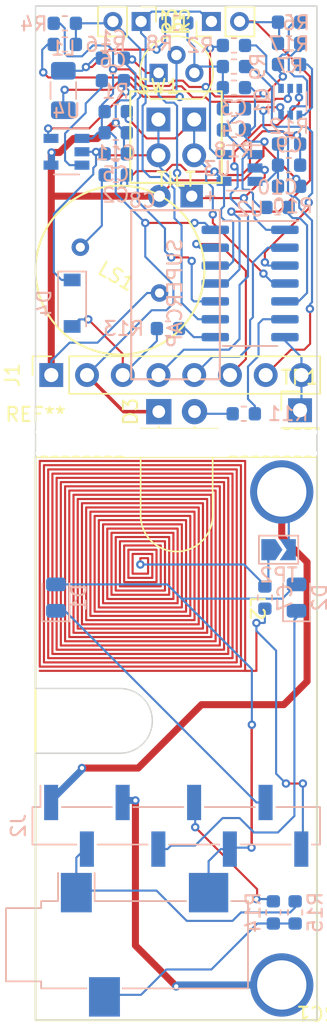
<source format=kicad_pcb>
(kicad_pcb (version 20190905) (host pcbnew "5.99.0-unknown-c3175b4~86~ubuntu16.04.1")

  (general
    (thickness 0.8)
    (drawings 14)
    (tracks 608)
    (modules 49)
    (nets 39)
  )

  (page "A4")
  (layers
    (0 "F.Cu" signal)
    (31 "B.Cu" signal)
    (32 "B.Adhes" user hide)
    (33 "F.Adhes" user hide)
    (34 "B.Paste" user hide)
    (35 "F.Paste" user hide)
    (36 "B.SilkS" user hide)
    (37 "F.SilkS" user hide)
    (38 "B.Mask" user hide)
    (39 "F.Mask" user hide)
    (40 "Dwgs.User" user hide)
    (41 "Cmts.User" user hide)
    (42 "Eco1.User" user hide)
    (43 "Eco2.User" user)
    (44 "Edge.Cuts" user)
    (45 "Margin" user)
    (46 "B.CrtYd" user)
    (47 "F.CrtYd" user)
    (48 "B.Fab" user hide)
    (49 "F.Fab" user hide)
  )

  (setup
    (stackup
      (layer "F.SilkS" (type "Top Silk Screen"))
      (layer "F.Paste" (type "Top Solder Paste"))
      (layer "F.Mask" (type "Top Solder Mask") (thickness 0.01) (color "Green"))
      (layer "F.Cu" (type "copper") (thickness 0.035))
      (layer "dielectric 1" (type "core") (thickness 0.71) (material "FR4") (epsilon_r 4.5) (loss_tangent 0.02))
      (layer "B.Cu" (type "copper") (thickness 0.035))
      (layer "B.Mask" (type "Bottom Solder Mask") (thickness 0.01) (color "Green"))
      (layer "B.Paste" (type "Bottom Solder Paste"))
      (layer "B.SilkS" (type "Bottom Silk Screen"))
      (copper_finish "None")
      (dielectric_constraints no)
    )
    (last_trace_width 0.15)
    (user_trace_width 0.15)
    (user_trace_width 0.25)
    (user_trace_width 0.5)
    (trace_clearance 0.2)
    (zone_clearance 0.508)
    (zone_45_only no)
    (trace_min 0.15)
    (via_size 0.8)
    (via_drill 0.4)
    (via_min_size 0.3)
    (via_min_drill 0.2)
    (user_via 0.6 0.3)
    (uvia_size 0.3)
    (uvia_drill 0.1)
    (uvias_allowed no)
    (uvia_min_size 0.2)
    (uvia_min_drill 0.1)
    (max_error 0.005)
    (defaults
      (edge_clearance 0.01)
      (edge_cuts_line_width 0.05)
      (courtyard_line_width 0.05)
      (copper_line_width 0.2)
      (copper_text_dims (size 1.5 1.5) (thickness 0.3))
      (silk_line_width 0.12)
      (silk_text_dims (size 1 1) (thickness 0.15))
      (other_layers_line_width 0.1)
      (other_layers_text_dims (size 1 1) (thickness 0.15))
    )
    (pad_size 4.5 4.5)
    (pad_drill 3.5)
    (pad_to_mask_clearance 0.051)
    (solder_mask_min_width 0.25)
    (aux_axis_origin 140 130)
    (visible_elements FFFDFF5F)
    (pcbplotparams
      (layerselection 0x010c4_ffffffff)
      (usegerberextensions false)
      (usegerberattributes false)
      (usegerberadvancedattributes false)
      (creategerberjobfile false)
      (excludeedgelayer true)
      (linewidth 0.100000)
      (plotframeref false)
      (viasonmask false)
      (mode 1)
      (useauxorigin false)
      (hpglpennumber 1)
      (hpglpenspeed 20)
      (hpglpendiameter 15.000000)
      (psnegative false)
      (psa4output false)
      (plotreference true)
      (plotvalue true)
      (plotinvisibletext false)
      (padsonsilk false)
      (subtractmaskfromsilk false)
      (outputformat 1)
      (mirror false)
      (drillshape 0)
      (scaleselection 1)
      (outputdirectory "gerbers/")
    )
  )

  (net 0 "")
  (net 1 "Net-(C1-Pad2)")
  (net 2 "-VDC")
  (net 3 "AMPSIG")
  (net 4 "Net-(C2-Pad1)")
  (net 5 "Net-(C3-Pad1)")
  (net 6 "GND")
  (net 7 "+VDC")
  (net 8 "SENSEPWR")
  (net 9 "Net-(D3-Pad2)")
  (net 10 "CELL+")
  (net 11 "SERIAL_IN")
  (net 12 "SERIAL_OUT")
  (net 13 "Net-(Q1-Pad4)")
  (net 14 "EYE_L")
  (net 15 "EYE_R")
  (net 16 "Net-(Q1-Pad1)")
  (net 17 "TILT")
  (net 18 "SEX")
  (net 19 "RAND")
  (net 20 "V_CELL")
  (net 21 "Net-(J3-PadR)")
  (net 22 "TOUCH")
  (net 23 "Net-(L1-Pad2)")
  (net 24 "Net-(Q1-Pad2)")
  (net 25 "Net-(Q1-Pad5)")
  (net 26 "RDIODE")
  (net 27 "GDIODE")
  (net 28 "Net-(C9-Pad2)")
  (net 29 "Net-(C10-Pad2)")
  (net 30 "Net-(C6-Pad2)")
  (net 31 "Net-(C6-Pad1)")
  (net 32 "SERIAL_IN-top")
  (net 33 "RDIODE-top")
  (net 34 "GDIODE-top")
  (net 35 "CELL+top")
  (net 36 "SERIAL_OUT-top")
  (net 37 "TOUCH-top")
  (net 38 "RADIOPWR")

  (net_class "Default" "This is the default net class."
    (clearance 0.2)
    (trace_width 0.25)
    (via_dia 0.8)
    (via_drill 0.4)
    (uvia_dia 0.3)
    (uvia_drill 0.1)
    (add_net "+VDC")
    (add_net "-VDC")
    (add_net "AMPSIG")
    (add_net "CELL+")
    (add_net "CELL+top")
    (add_net "EYE_L")
    (add_net "EYE_R")
    (add_net "GDIODE")
    (add_net "GDIODE-top")
    (add_net "GND")
    (add_net "Net-(C1-Pad2)")
    (add_net "Net-(C10-Pad2)")
    (add_net "Net-(C2-Pad1)")
    (add_net "Net-(C3-Pad1)")
    (add_net "Net-(C6-Pad1)")
    (add_net "Net-(C6-Pad2)")
    (add_net "Net-(C9-Pad2)")
    (add_net "Net-(D3-Pad2)")
    (add_net "Net-(J3-PadR)")
    (add_net "Net-(L1-Pad2)")
    (add_net "Net-(Q1-Pad1)")
    (add_net "Net-(Q1-Pad2)")
    (add_net "Net-(Q1-Pad4)")
    (add_net "Net-(Q1-Pad5)")
    (add_net "RADIOPWR")
    (add_net "RAND")
    (add_net "RDIODE")
    (add_net "RDIODE-top")
    (add_net "SENSEPWR")
    (add_net "SERIAL_IN")
    (add_net "SERIAL_IN-top")
    (add_net "SERIAL_OUT")
    (add_net "SERIAL_OUT-top")
    (add_net "SEX")
    (add_net "TILT")
    (add_net "TOUCH")
    (add_net "TOUCH-top")
    (add_net "V_CELL")
  )

  (module "wogglebug:board_inductor" (layer "F.Cu") (tedit 5DEE91F1) (tstamp 5DECF9BD)
    (at 154.9 132.3 -90)
    (path "/5E18DB76")
    (fp_text reference "L2" (at 10.45 -0.85 -90 unlocked) (layer "F.SilkS")
      (effects (font (size 1 1) (thickness 0.15)))
    )
    (fp_text value "INDUCTOR" (at 0 -0.5 -90 unlocked) (layer "F.Fab")
      (effects (font (size 1 1) (thickness 0.15)))
    )
    (fp_line (start 6.9 6.9) (end 6.9 7.45) (layer "F.Cu") (width 0.15))
    (fp_line (start 8 6.9) (end 6.9 6.9) (layer "F.Cu") (width 0.15))
    (fp_line (start 8 8) (end 8 6.9) (layer "F.Cu") (width 0.15))
    (fp_line (start 6.6 8) (end 8 8) (layer "F.Cu") (width 0.15))
    (fp_line (start 6.6 6.6) (end 6.6 8) (layer "F.Cu") (width 0.15))
    (fp_line (start 8.3 6.6) (end 6.6 6.6) (layer "F.Cu") (width 0.15))
    (fp_line (start 8.3 8.3) (end 8.3 6.6) (layer "F.Cu") (width 0.15))
    (fp_line (start 6.3 8.3) (end 8.3 8.3) (layer "F.Cu") (width 0.15))
    (fp_line (start 6.3 6.3) (end 6.3 8.3) (layer "F.Cu") (width 0.15))
    (fp_line (start 8.6 6.3) (end 6.3 6.3) (layer "F.Cu") (width 0.15))
    (fp_line (start 8.6 8.6) (end 8.6 6.3) (layer "F.Cu") (width 0.15))
    (fp_line (start 6 8.6) (end 8.6 8.6) (layer "F.Cu") (width 0.15))
    (fp_line (start 6 6) (end 6 8.6) (layer "F.Cu") (width 0.15))
    (fp_line (start 8.9 6) (end 6 6) (layer "F.Cu") (width 0.15))
    (fp_line (start 8.9 8.9) (end 8.9 6) (layer "F.Cu") (width 0.15))
    (fp_line (start 5.7 8.9) (end 8.9 8.9) (layer "F.Cu") (width 0.15))
    (fp_line (start 5.7 5.7) (end 5.7 8.9) (layer "F.Cu") (width 0.15))
    (fp_line (start 9.2 5.7) (end 5.7 5.7) (layer "F.Cu") (width 0.15))
    (fp_line (start 9.2 9.2) (end 9.2 5.7) (layer "F.Cu") (width 0.15))
    (fp_line (start 5.4 9.2) (end 9.2 9.2) (layer "F.Cu") (width 0.15))
    (fp_line (start 5.4 5.4) (end 5.4 9.2) (layer "F.Cu") (width 0.15))
    (fp_line (start 9.5 5.4) (end 5.4 5.4) (layer "F.Cu") (width 0.15))
    (fp_line (start 9.5 9.5) (end 9.5 5.4) (layer "F.Cu") (width 0.15))
    (fp_line (start 5.1 9.5) (end 9.5 9.5) (layer "F.Cu") (width 0.15))
    (fp_line (start 5.1 5.1) (end 5.1 9.5) (layer "F.Cu") (width 0.15))
    (fp_line (start 9.8 5.1) (end 5.1 5.1) (layer "F.Cu") (width 0.15))
    (fp_line (start 9.8 9.8) (end 9.8 5.1) (layer "F.Cu") (width 0.15))
    (fp_line (start 4.8 9.8) (end 9.8 9.8) (layer "F.Cu") (width 0.15))
    (fp_line (start 4.8 4.8) (end 4.8 9.8) (layer "F.Cu") (width 0.15))
    (fp_line (start 10.1 4.8) (end 4.8 4.8) (layer "F.Cu") (width 0.15))
    (fp_line (start 10.1 10.1) (end 10.1 4.8) (layer "F.Cu") (width 0.15))
    (fp_line (start 4.5 10.1) (end 10.1 10.1) (layer "F.Cu") (width 0.15))
    (fp_line (start 4.5 4.5) (end 4.5 10.1) (layer "F.Cu") (width 0.15))
    (fp_line (start 10.4 4.5) (end 4.5 4.5) (layer "F.Cu") (width 0.15))
    (fp_line (start 10.4 10.4) (end 10.4 4.5) (layer "F.Cu") (width 0.15))
    (fp_line (start 4.2 10.4) (end 10.4 10.4) (layer "F.Cu") (width 0.15))
    (fp_line (start 4.2 4.2) (end 4.2 10.4) (layer "F.Cu") (width 0.15))
    (fp_line (start 10.7 4.2) (end 4.2 4.2) (layer "F.Cu") (width 0.15))
    (fp_line (start 10.7 10.7) (end 10.7 4.2) (layer "F.Cu") (width 0.15))
    (fp_line (start 3.9 10.7) (end 10.7 10.7) (layer "F.Cu") (width 0.15))
    (fp_line (start 3.9 3.9) (end 3.9 10.7) (layer "F.Cu") (width 0.15))
    (fp_line (start 11 3.9) (end 3.9 3.9) (layer "F.Cu") (width 0.15))
    (fp_line (start 11 11) (end 11 3.9) (layer "F.Cu") (width 0.15))
    (fp_line (start 3.6 11) (end 11 11) (layer "F.Cu") (width 0.15))
    (fp_line (start 3.6 3.6) (end 3.6 11) (layer "F.Cu") (width 0.15))
    (fp_line (start 11.3 3.6) (end 3.6 3.6) (layer "F.Cu") (width 0.15))
    (fp_line (start 11.3 11.3) (end 11.3 3.6) (layer "F.Cu") (width 0.15))
    (fp_line (start 3.3 11.3) (end 11.3 11.3) (layer "F.Cu") (width 0.15))
    (fp_line (start 3.3 3.3) (end 3.3 11.3) (layer "F.Cu") (width 0.15))
    (fp_line (start 11.6 3.3) (end 3.3 3.3) (layer "F.Cu") (width 0.15))
    (fp_line (start 11.6 11.6) (end 11.6 3.3) (layer "F.Cu") (width 0.15))
    (fp_line (start 3 11.6) (end 11.6 11.6) (layer "F.Cu") (width 0.15))
    (fp_line (start 3 3) (end 3 11.6) (layer "F.Cu") (width 0.15))
    (fp_line (start 11.9 3) (end 3 3) (layer "F.Cu") (width 0.15))
    (fp_line (start 11.9 11.9) (end 11.9 3) (layer "F.Cu") (width 0.15))
    (fp_line (start 2.7 11.9) (end 11.9 11.9) (layer "F.Cu") (width 0.15))
    (fp_line (start 2.7 2.7) (end 2.7 11.9) (layer "F.Cu") (width 0.15))
    (fp_line (start 12.2 2.7) (end 2.7 2.7) (layer "F.Cu") (width 0.15))
    (fp_line (start 12.2 12.2) (end 12.2 2.7) (layer "F.Cu") (width 0.15))
    (fp_line (start 2.4 12.2) (end 12.2 12.2) (layer "F.Cu") (width 0.15))
    (fp_line (start 2.4 2.4) (end 2.4 12.2) (layer "F.Cu") (width 0.15))
    (fp_line (start 12.5 2.4) (end 2.4 2.4) (layer "F.Cu") (width 0.15))
    (fp_line (start 12.5 12.5) (end 12.5 2.4) (layer "F.Cu") (width 0.15))
    (fp_line (start 2.1 12.5) (end 12.5 12.5) (layer "F.Cu") (width 0.15))
    (fp_line (start 2.1 2.1) (end 2.1 12.5) (layer "F.Cu") (width 0.15))
    (fp_line (start 12.8 2.1) (end 2.1 2.1) (layer "F.Cu") (width 0.15))
    (fp_line (start 12.8 12.8) (end 12.8 2.1) (layer "F.Cu") (width 0.15))
    (fp_line (start 1.8 12.8) (end 12.8 12.8) (layer "F.Cu") (width 0.15))
    (fp_line (start 1.8 1.8) (end 1.8 12.8) (layer "F.Cu") (width 0.15))
    (fp_line (start 13.1 1.8) (end 1.8 1.8) (layer "F.Cu") (width 0.15))
    (fp_line (start 13.1 13.1) (end 13.1 1.8) (layer "F.Cu") (width 0.15))
    (fp_line (start 1.5 13.1) (end 13.1 13.1) (layer "F.Cu") (width 0.15))
    (fp_line (start 1.5 1.5) (end 1.5 13.1) (layer "F.Cu") (width 0.15))
    (fp_line (start 13.4 1.5) (end 1.5 1.5) (layer "F.Cu") (width 0.15))
    (fp_line (start 13.4 13.4) (end 13.4 1.5) (layer "F.Cu") (width 0.15))
    (fp_line (start 1.2 13.4) (end 13.4 13.4) (layer "F.Cu") (width 0.15))
    (fp_line (start 1.2 1.2) (end 1.2 13.4) (layer "F.Cu") (width 0.15))
    (fp_line (start 13.7 1.2) (end 1.2 1.2) (layer "F.Cu") (width 0.15))
    (fp_line (start 13.7 13.7) (end 13.7 1.2) (layer "F.Cu") (width 0.15))
    (fp_line (start 0.9 13.7) (end 13.7 13.7) (layer "F.Cu") (width 0.15))
    (fp_line (start 0.9 0.9) (end 0.9 13.7) (layer "F.Cu") (width 0.15))
    (fp_line (start 14 0.9) (end 0.9 0.9) (layer "F.Cu") (width 0.15))
    (fp_line (start 14 14) (end 14 0.9) (layer "F.Cu") (width 0.15))
    (fp_line (start 0.6 14) (end 14 14) (layer "F.Cu") (width 0.15))
    (fp_line (start 0.6 0.6) (end 0.6 14) (layer "F.Cu") (width 0.15))
    (fp_line (start 14.3 0.6) (end 0.6 0.6) (layer "F.Cu") (width 0.15))
    (fp_line (start 14.3 14.3) (end 14.3 0.6) (layer "F.Cu") (width 0.15))
    (fp_line (start 0.3 14.3) (end 14.3 14.3) (layer "F.Cu") (width 0.15))
    (fp_line (start 0.3 0.3) (end 0.3 14.3) (layer "F.Cu") (width 0.15))
    (fp_line (start 14.6 0.3) (end 0.3 0.3) (layer "F.Cu") (width 0.15))
    (fp_line (start 14.6 14.6) (end 14.6 0.3) (layer "F.Cu") (width 0.15))
    (fp_line (start 0 14.6) (end 14.6 14.6) (layer "F.Cu") (width 0.15))
    (fp_line (start 0 0) (end 0 14.6) (layer "F.Cu") (width 0.15))
    (fp_line (start 14.9 0) (end 0 0) (layer "F.Cu") (width 0.15))
    (fp_line (start 14.9 0) (end 14.9 14.6) (layer "F.Cu") (width 0.15))
    (fp_line (start 6.9 7.45) (end 7.35 7.45) (layer "F.Cu") (width 0.15))
    (pad "1" thru_hole circle (at 7.35 7.45 270) (size 0.6 0.6) (drill 0.3) (layers *.Cu *.Mask)
      (net 37 "TOUCH-top"))
  )

  (module "wogglebug:MagBuzzer" (layer "F.Cu") (tedit 5DDEFAA0) (tstamp 5DE4F755)
    (at 146 118.75 -30)
    (path "/5DD9CE83")
    (fp_text reference "LS1" (at 0 0.5 -30 unlocked) (layer "F.SilkS")
      (effects (font (size 1 1) (thickness 0.15)))
    )
    (fp_text value "Speaker" (at 0 -0.5 -30 unlocked) (layer "F.Fab")
      (effects (font (size 1 1) (thickness 0.15)))
    )
    (fp_circle (center 0 0) (end 0 6) (layer "F.SilkS") (width 0.15))
    (pad "1" thru_hole circle (at -3.25 0 330) (size 1.25 1.25) (drill 0.65) (layers *.Cu *.Mask)
      (net 4 "Net-(C2-Pad1)"))
    (pad "2" thru_hole circle (at 3.25 0 330) (size 1.25 1.25) (drill 0.65) (layers *.Cu *.Mask)
      (net 6 "GND"))
    (model "MagSpeaker"
      (at (xyz 0 0 0))
      (scale (xyz 1 1 1))
      (rotate (xyz 0 0 0))
    )
    (model "${KIPRJMOD}/MagSpeaker.step"
      (at (xyz 0 0 0))
      (scale (xyz 1 1 1))
      (rotate (xyz 0 0 0))
    )
  )

  (module "wogglebug:mousebite1" (layer "F.Cu") (tedit 5DEE705F) (tstamp 5DEEAD42)
    (at 140 130)
    (fp_text reference "REF**" (at 0 -1 unlocked) (layer "F.SilkS")
      (effects (font (size 1 1) (thickness 0.15)))
    )
    (fp_text value "mousebite1" (at 0 -0.5 unlocked) (layer "F.Fab")
      (effects (font (size 1 1) (thickness 0.15)))
    )
    (pad "" np_thru_hole circle (at 14.5 1.75) (size 0.5 0.5) (drill 0.5) (layers *.Cu))
    (pad "" np_thru_hole circle (at 15.25 1.75) (size 0.5 0.5) (drill 0.5) (layers *.Cu))
    (pad "" np_thru_hole circle (at 16 1.75) (size 0.5 0.5) (drill 0.5) (layers *.Cu))
    (pad "" np_thru_hole circle (at 16.75 1.75) (size 0.5 0.5) (drill 0.5) (layers *.Cu))
    (pad "" np_thru_hole circle (at 17.5 1.75) (size 0.5 0.5) (drill 0.5) (layers *.Cu))
    (pad "" np_thru_hole circle (at 18.25 1.75) (size 0.5 0.5) (drill 0.5) (layers *.Cu))
    (pad "" np_thru_hole circle (at 19 1.75) (size 0.5 0.5) (drill 0.5) (layers *.Cu))
    (pad "" np_thru_hole circle (at 19.75 1.75) (size 0.5 0.5) (drill 0.5) (layers *.Cu))
    (pad "" np_thru_hole circle (at 14.5 0.25) (size 0.5 0.5) (drill 0.5) (layers *.Cu))
    (pad "" np_thru_hole circle (at 15.25 0.25) (size 0.5 0.5) (drill 0.5) (layers *.Cu))
    (pad "" np_thru_hole circle (at 16 0.25) (size 0.5 0.5) (drill 0.5) (layers *.Cu))
    (pad "" np_thru_hole circle (at 16.75 0.25) (size 0.5 0.5) (drill 0.5) (layers *.Cu))
    (pad "" np_thru_hole circle (at 17.5 0.25) (size 0.5 0.5) (drill 0.5) (layers *.Cu))
    (pad "" np_thru_hole circle (at 18.25 0.25) (size 0.5 0.5) (drill 0.5) (layers *.Cu))
    (pad "" np_thru_hole circle (at 19 0.25) (size 0.5 0.5) (drill 0.5) (layers *.Cu))
    (pad "" np_thru_hole circle (at 19.75 0.25) (size 0.5 0.5) (drill 0.5) (layers *.Cu))
    (pad "" np_thru_hole oval (at 10 1 90) (size 2 9) (drill oval 2 9) (layers *.Cu))
    (pad "" np_thru_hole circle (at 5.5 1.75) (size 0.5 0.5) (drill 0.5) (layers *.Cu))
    (pad "" np_thru_hole circle (at 4.75 1.75) (size 0.5 0.5) (drill 0.5) (layers *.Cu))
    (pad "" np_thru_hole circle (at 4 1.75) (size 0.5 0.5) (drill 0.5) (layers *.Cu))
    (pad "" np_thru_hole circle (at 3.25 1.75) (size 0.5 0.5) (drill 0.5) (layers *.Cu))
    (pad "" np_thru_hole circle (at 2.5 1.75) (size 0.5 0.5) (drill 0.5) (layers *.Cu))
    (pad "" np_thru_hole circle (at 1.75 1.75) (size 0.5 0.5) (drill 0.5) (layers *.Cu))
    (pad "" np_thru_hole circle (at 1 1.75) (size 0.5 0.5) (drill 0.5) (layers *.Cu))
    (pad "" np_thru_hole circle (at 0.25 1.75) (size 0.5 0.5) (drill 0.5) (layers *.Cu))
    (pad "" np_thru_hole circle (at 5.5 0.25) (size 0.5 0.5) (drill 0.5) (layers *.Cu))
    (pad "" np_thru_hole circle (at 4.75 0.25) (size 0.5 0.5) (drill 0.5) (layers *.Cu))
    (pad "" np_thru_hole circle (at 4 0.25) (size 0.5 0.5) (drill 0.5) (layers *.Cu))
    (pad "" np_thru_hole circle (at 3.25 0.25) (size 0.5 0.5) (drill 0.5) (layers *.Cu))
    (pad "" np_thru_hole circle (at 2.5 0.25) (size 0.5 0.5) (drill 0.5) (layers *.Cu))
    (pad "" np_thru_hole circle (at 1.75 0.25) (size 0.5 0.5) (drill 0.5) (layers *.Cu))
    (pad "" np_thru_hole circle (at 1 0.25) (size 0.5 0.5) (drill 0.5) (layers *.Cu))
    (pad "" np_thru_hole circle (at 0.25 0.25) (size 0.5 0.5) (drill 0.5) (layers *.Cu))
  )

  (module "Jumper:SolderJumper-2_P1.3mm_Open_TrianglePad1.0x1.5mm" (layer "B.Cu") (tedit 5A64794F) (tstamp 5DECFCAB)
    (at 157.275 138.6)
    (descr "SMD Solder Jumper, 1x1.5mm Triangular Pads, 0.3mm gap, open")
    (tags "solder jumper open")
    (path "/5E1964B3")
    (attr virtual)
    (fp_text reference "TP2" (at 0 1.8) (layer "B.SilkS")
      (effects (font (size 1 1) (thickness 0.15)) (justify mirror))
    )
    (fp_text value "TestPoint_2Pole" (at 0 -1.9) (layer "B.Fab")
      (effects (font (size 1 1) (thickness 0.15)) (justify mirror))
    )
    (fp_line (start 1.65 -1.25) (end -1.65 -1.25) (layer "B.CrtYd") (width 0.05))
    (fp_line (start 1.65 -1.25) (end 1.65 1.25) (layer "B.CrtYd") (width 0.05))
    (fp_line (start -1.65 1.25) (end -1.65 -1.25) (layer "B.CrtYd") (width 0.05))
    (fp_line (start -1.65 1.25) (end 1.65 1.25) (layer "B.CrtYd") (width 0.05))
    (fp_line (start -1.4 1) (end 1.4 1) (layer "B.SilkS") (width 0.12))
    (fp_line (start 1.4 1) (end 1.4 -1) (layer "B.SilkS") (width 0.12))
    (fp_line (start 1.4 -1) (end -1.4 -1) (layer "B.SilkS") (width 0.12))
    (fp_line (start -1.4 -1) (end -1.4 1) (layer "B.SilkS") (width 0.12))
    (pad "1" smd custom (at -0.725 0) (size 0.3 0.3) (layers "B.Cu" "B.Mask")
      (net 37 "TOUCH-top") (zone_connect 2)
      (options (clearance outline) (anchor rect))
      (primitives
        (gr_poly (pts
           (xy -0.5 0.75) (xy 0.5 0.75) (xy 1 0) (xy 0.5 -0.75) (xy -0.5 -0.75)
) (width 0))
      ))
    (pad "2" smd custom (at 0.725 0) (size 0.3 0.3) (layers "B.Cu" "B.Mask")
      (net 6 "GND") (zone_connect 2)
      (options (clearance outline) (anchor rect))
      (primitives
        (gr_poly (pts
           (xy -0.65 0.75) (xy 0.5 0.75) (xy 0.5 -0.75) (xy -0.65 -0.75) (xy -0.15 0)
) (width 0))
      ))
  )

  (module "Capacitor_SMD:C_0603_1608Metric" (layer "B.Cu") (tedit 5B301BBE) (tstamp 5DECF6FE)
    (at 156.3 142 90)
    (descr "Capacitor SMD 0603 (1608 Metric), square (rectangular) end terminal, IPC_7351 nominal, (Body size source: http://www.tortai-tech.com/upload/download/2011102023233369053.pdf), generated with kicad-footprint-generator")
    (tags "capacitor")
    (path "/5E18FE9B")
    (attr smd)
    (fp_text reference "C7" (at 0 1.43 90) (layer "B.SilkS")
      (effects (font (size 1 1) (thickness 0.15)) (justify mirror))
    )
    (fp_text value "C" (at 0 -1.43 90) (layer "B.Fab")
      (effects (font (size 1 1) (thickness 0.15)) (justify mirror))
    )
    (fp_text user "%R" (at 0 0 90) (layer "B.Fab")
      (effects (font (size 0.4 0.4) (thickness 0.06)) (justify mirror))
    )
    (fp_line (start 1.48 -0.73) (end -1.48 -0.73) (layer "B.CrtYd") (width 0.05))
    (fp_line (start 1.48 0.73) (end 1.48 -0.73) (layer "B.CrtYd") (width 0.05))
    (fp_line (start -1.48 0.73) (end 1.48 0.73) (layer "B.CrtYd") (width 0.05))
    (fp_line (start -1.48 -0.73) (end -1.48 0.73) (layer "B.CrtYd") (width 0.05))
    (fp_line (start -0.162779 -0.51) (end 0.162779 -0.51) (layer "B.SilkS") (width 0.12))
    (fp_line (start -0.162779 0.51) (end 0.162779 0.51) (layer "B.SilkS") (width 0.12))
    (fp_line (start 0.8 -0.4) (end -0.8 -0.4) (layer "B.Fab") (width 0.1))
    (fp_line (start 0.8 0.4) (end 0.8 -0.4) (layer "B.Fab") (width 0.1))
    (fp_line (start -0.8 0.4) (end 0.8 0.4) (layer "B.Fab") (width 0.1))
    (fp_line (start -0.8 -0.4) (end -0.8 0.4) (layer "B.Fab") (width 0.1))
    (pad "2" smd roundrect (at 0.7875 0 90) (size 0.875 0.95) (layers "B.Cu" "B.Paste" "B.Mask") (roundrect_rratio 0.25)
      (net 37 "TOUCH-top"))
    (pad "1" smd roundrect (at -0.7875 0 90) (size 0.875 0.95) (layers "B.Cu" "B.Paste" "B.Mask") (roundrect_rratio 0.25)
      (net 37 "TOUCH-top"))
    (model "${KISYS3DMOD}/Capacitor_SMD.3dshapes/C_0603_1608Metric.wrl"
      (at (xyz 0 0 0))
      (scale (xyz 1 1 1))
      (rotate (xyz 0 0 0))
    )
  )

  (module "solarcell:Solar Cell 3.3V 20x40mm" (layer "F.Cu") (tedit 5DD58921) (tstamp 5DE657B9)
    (at 160 172 180)
    (path "/5DD1B743")
    (fp_text reference "SC1" (at 0 0.5 180 unlocked) (layer "F.SilkS")
      (effects (font (size 1 1) (thickness 0.15)))
    )
    (fp_text value "Solar_Cell" (at 0 -0.5 180 unlocked) (layer "F.Fab")
      (effects (font (size 1 1) (thickness 0.15)))
    )
    (fp_line (start 20 0) (end 0 0) (layer "F.SilkS") (width 0.15))
    (fp_line (start 20 40) (end 20 0) (layer "F.SilkS") (width 0.15))
    (fp_line (start 0 40) (end 20 40) (layer "F.SilkS") (width 0.15))
    (fp_line (start 0 0) (end 0 40) (layer "F.SilkS") (width 0.15))
    (pad "2" thru_hole circle (at 2.5 37.5 180) (size 4.5 4.5) (drill 3.5) (layers *.Cu *.Mask)
      (net 6 "GND"))
    (pad "1" thru_hole circle (at 2.5 2.5 180) (size 4.5 4.5) (drill 3.5) (layers *.Cu *.Mask)
      (net 35 "CELL+top"))
  )

  (module "Resistor_SMD:R_0603_1608Metric" (layer "B.Cu") (tedit 5B301BBD) (tstamp 5DD68D68)
    (at 149.4125 122.9 180)
    (descr "Resistor SMD 0603 (1608 Metric), square (rectangular) end terminal, IPC_7351 nominal, (Body size source: http://www.tortai-tech.com/upload/download/2011102023233369053.pdf), generated with kicad-footprint-generator")
    (tags "resistor")
    (path "/5DD6C43C")
    (attr smd)
    (fp_text reference "R13" (at 3.15 0) (layer "B.SilkS")
      (effects (font (size 1 1) (thickness 0.15)) (justify mirror))
    )
    (fp_text value "10k" (at 0 -1.43) (layer "B.Fab")
      (effects (font (size 1 1) (thickness 0.15)) (justify mirror))
    )
    (fp_text user "%R" (at 0 0) (layer "B.Fab")
      (effects (font (size 0.4 0.4) (thickness 0.06)) (justify mirror))
    )
    (fp_line (start 1.48 -0.73) (end -1.48 -0.73) (layer "B.CrtYd") (width 0.05))
    (fp_line (start 1.48 0.73) (end 1.48 -0.73) (layer "B.CrtYd") (width 0.05))
    (fp_line (start -1.48 0.73) (end 1.48 0.73) (layer "B.CrtYd") (width 0.05))
    (fp_line (start -1.48 -0.73) (end -1.48 0.73) (layer "B.CrtYd") (width 0.05))
    (fp_line (start -0.162779 -0.51) (end 0.162779 -0.51) (layer "B.SilkS") (width 0.12))
    (fp_line (start -0.162779 0.51) (end 0.162779 0.51) (layer "B.SilkS") (width 0.12))
    (fp_line (start 0.8 -0.4) (end -0.8 -0.4) (layer "B.Fab") (width 0.1))
    (fp_line (start 0.8 0.4) (end 0.8 -0.4) (layer "B.Fab") (width 0.1))
    (fp_line (start -0.8 0.4) (end 0.8 0.4) (layer "B.Fab") (width 0.1))
    (fp_line (start -0.8 -0.4) (end -0.8 0.4) (layer "B.Fab") (width 0.1))
    (pad "2" smd roundrect (at 0.7875 0 180) (size 0.875 0.95) (layers "B.Cu" "B.Paste" "B.Mask") (roundrect_rratio 0.25)
      (net 10 "CELL+"))
    (pad "1" smd roundrect (at -0.7875 0 180) (size 0.875 0.95) (layers "B.Cu" "B.Paste" "B.Mask") (roundrect_rratio 0.25)
      (net 20 "V_CELL"))
    (model "${KISYS3DMOD}/Resistor_SMD.3dshapes/R_0603_1608Metric.wrl"
      (at (xyz 0 0 0))
      (scale (xyz 1 1 1))
      (rotate (xyz 0 0 0))
    )
  )

  (module "Capacitor_SMD:C_0603_1608Metric" (layer "B.Cu") (tedit 5B301BBE) (tstamp 5DE501B2)
    (at 145.5 105.3 180)
    (descr "Capacitor SMD 0603 (1608 Metric), square (rectangular) end terminal, IPC_7351 nominal, (Body size source: http://www.tortai-tech.com/upload/download/2011102023233369053.pdf), generated with kicad-footprint-generator")
    (tags "capacitor")
    (path "/5E09B456")
    (attr smd)
    (fp_text reference "C6" (at 0 1.43) (layer "B.SilkS")
      (effects (font (size 1 1) (thickness 0.15)) (justify mirror))
    )
    (fp_text value "1u" (at 0 -1.43) (layer "B.Fab")
      (effects (font (size 1 1) (thickness 0.15)) (justify mirror))
    )
    (fp_line (start -0.8 -0.4) (end -0.8 0.4) (layer "B.Fab") (width 0.1))
    (fp_line (start -0.8 0.4) (end 0.8 0.4) (layer "B.Fab") (width 0.1))
    (fp_line (start 0.8 0.4) (end 0.8 -0.4) (layer "B.Fab") (width 0.1))
    (fp_line (start 0.8 -0.4) (end -0.8 -0.4) (layer "B.Fab") (width 0.1))
    (fp_line (start -0.162779 0.51) (end 0.162779 0.51) (layer "B.SilkS") (width 0.12))
    (fp_line (start -0.162779 -0.51) (end 0.162779 -0.51) (layer "B.SilkS") (width 0.12))
    (fp_line (start -1.48 -0.73) (end -1.48 0.73) (layer "B.CrtYd") (width 0.05))
    (fp_line (start -1.48 0.73) (end 1.48 0.73) (layer "B.CrtYd") (width 0.05))
    (fp_line (start 1.48 0.73) (end 1.48 -0.73) (layer "B.CrtYd") (width 0.05))
    (fp_line (start 1.48 -0.73) (end -1.48 -0.73) (layer "B.CrtYd") (width 0.05))
    (fp_text user "%R" (at 0 0) (layer "B.Fab")
      (effects (font (size 0.4 0.4) (thickness 0.06)) (justify mirror))
    )
    (pad "2" smd roundrect (at 0.7875 0 180) (size 0.875 0.95) (layers "B.Cu" "B.Paste" "B.Mask") (roundrect_rratio 0.25)
      (net 30 "Net-(C6-Pad2)"))
    (pad "1" smd roundrect (at -0.7875 0 180) (size 0.875 0.95) (layers "B.Cu" "B.Paste" "B.Mask") (roundrect_rratio 0.25)
      (net 31 "Net-(C6-Pad1)"))
    (model "${KISYS3DMOD}/Capacitor_SMD.3dshapes/C_0603_1608Metric.wrl"
      (at (xyz 0 0 0))
      (scale (xyz 1 1 1))
      (rotate (xyz 0 0 0))
    )
  )

  (module "Resistor_SMD:R_0603_1608Metric" (layer "B.Cu") (tedit 5B301BBD) (tstamp 5DD5493A)
    (at 158.02 112.8)
    (descr "Resistor SMD 0603 (1608 Metric), square (rectangular) end terminal, IPC_7351 nominal, (Body size source: http://www.tortai-tech.com/upload/download/2011102023233369053.pdf), generated with kicad-footprint-generator")
    (tags "resistor")
    (path "/5DD4F6B8")
    (attr smd)
    (fp_text reference "R10" (at 0.25 1.4 180) (layer "B.SilkS")
      (effects (font (size 1 1) (thickness 0.15)) (justify mirror))
    )
    (fp_text value "10k" (at 0 -1.43) (layer "B.Fab")
      (effects (font (size 1 1) (thickness 0.15)) (justify mirror))
    )
    (fp_text user "%R" (at 0 0) (layer "B.Fab")
      (effects (font (size 0.4 0.4) (thickness 0.06)) (justify mirror))
    )
    (fp_line (start 1.48 -0.73) (end -1.48 -0.73) (layer "B.CrtYd") (width 0.05))
    (fp_line (start 1.48 0.73) (end 1.48 -0.73) (layer "B.CrtYd") (width 0.05))
    (fp_line (start -1.48 0.73) (end 1.48 0.73) (layer "B.CrtYd") (width 0.05))
    (fp_line (start -1.48 -0.73) (end -1.48 0.73) (layer "B.CrtYd") (width 0.05))
    (fp_line (start -0.162779 -0.51) (end 0.162779 -0.51) (layer "B.SilkS") (width 0.12))
    (fp_line (start -0.162779 0.51) (end 0.162779 0.51) (layer "B.SilkS") (width 0.12))
    (fp_line (start 0.8 -0.4) (end -0.8 -0.4) (layer "B.Fab") (width 0.1))
    (fp_line (start 0.8 0.4) (end 0.8 -0.4) (layer "B.Fab") (width 0.1))
    (fp_line (start -0.8 0.4) (end 0.8 0.4) (layer "B.Fab") (width 0.1))
    (fp_line (start -0.8 -0.4) (end -0.8 0.4) (layer "B.Fab") (width 0.1))
    (pad "2" smd roundrect (at 0.7875 0) (size 0.875 0.95) (layers "B.Cu" "B.Paste" "B.Mask") (roundrect_rratio 0.25)
      (net 6 "GND"))
    (pad "1" smd roundrect (at -0.7875 0) (size 0.875 0.95) (layers "B.Cu" "B.Paste" "B.Mask") (roundrect_rratio 0.25)
      (net 28 "Net-(C9-Pad2)"))
    (model "${KISYS3DMOD}/Resistor_SMD.3dshapes/R_0603_1608Metric.wrl"
      (at (xyz 0 0 0))
      (scale (xyz 1 1 1))
      (rotate (xyz 0 0 0))
    )
  )

  (module "Capacitor_SMD:C_0603_1608Metric" (layer "B.Cu") (tedit 5B301BBE) (tstamp 5DD2D699)
    (at 145.5 103.7 180)
    (descr "Capacitor SMD 0603 (1608 Metric), square (rectangular) end terminal, IPC_7351 nominal, (Body size source: http://www.tortai-tech.com/upload/download/2011102023233369053.pdf), generated with kicad-footprint-generator")
    (tags "capacitor")
    (path "/5DDF4BFC")
    (attr smd)
    (fp_text reference "C1" (at 0 1.43) (layer "B.SilkS")
      (effects (font (size 1 1) (thickness 0.15)) (justify mirror))
    )
    (fp_text value ".01u" (at 0 -1.43) (layer "B.Fab")
      (effects (font (size 1 1) (thickness 0.15)) (justify mirror))
    )
    (fp_text user "%R" (at 0 0) (layer "B.Fab")
      (effects (font (size 0.4 0.4) (thickness 0.06)) (justify mirror))
    )
    (fp_line (start 1.48 -0.73) (end -1.48 -0.73) (layer "B.CrtYd") (width 0.05))
    (fp_line (start 1.48 0.73) (end 1.48 -0.73) (layer "B.CrtYd") (width 0.05))
    (fp_line (start -1.48 0.73) (end 1.48 0.73) (layer "B.CrtYd") (width 0.05))
    (fp_line (start -1.48 -0.73) (end -1.48 0.73) (layer "B.CrtYd") (width 0.05))
    (fp_line (start -0.162779 -0.51) (end 0.162779 -0.51) (layer "B.SilkS") (width 0.12))
    (fp_line (start -0.162779 0.51) (end 0.162779 0.51) (layer "B.SilkS") (width 0.12))
    (fp_line (start 0.8 -0.4) (end -0.8 -0.4) (layer "B.Fab") (width 0.1))
    (fp_line (start 0.8 0.4) (end 0.8 -0.4) (layer "B.Fab") (width 0.1))
    (fp_line (start -0.8 0.4) (end 0.8 0.4) (layer "B.Fab") (width 0.1))
    (fp_line (start -0.8 -0.4) (end -0.8 0.4) (layer "B.Fab") (width 0.1))
    (pad "2" smd roundrect (at 0.7875 0 180) (size 0.875 0.95) (layers "B.Cu" "B.Paste" "B.Mask") (roundrect_rratio 0.25)
      (net 1 "Net-(C1-Pad2)"))
    (pad "1" smd roundrect (at -0.7875 0 180) (size 0.875 0.95) (layers "B.Cu" "B.Paste" "B.Mask") (roundrect_rratio 0.25)
      (net 6 "GND"))
    (model "${KISYS3DMOD}/Capacitor_SMD.3dshapes/C_0603_1608Metric.wrl"
      (at (xyz 0 0 0))
      (scale (xyz 1 1 1))
      (rotate (xyz 0 0 0))
    )
  )

  (module "wogglebug:supercap" (layer "B.Cu") (tedit 5DD4A871) (tstamp 5DE62BC1)
    (at 151.1 113.5 180)
    (descr "CP, Radial series, Radial, pin pitch=2.50mm, , diameter=6.3mm, Electrolytic Capacitor")
    (tags "CP Radial series Radial pin pitch 2.50mm  diameter 6.3mm Electrolytic Capacitor")
    (path "/5DD26B8A")
    (fp_text reference "C8" (at 3.5 -0.3) (layer "B.SilkS")
      (effects (font (size 1 1) (thickness 0.15)) (justify mirror))
    )
    (fp_text value "1F 3V" (at 7.5 -4.37) (layer "B.Fab")
      (effects (font (size 1 1) (thickness 0.15)) (justify mirror))
    )
    (fp_line (start -1.443972 1.3735) (end -0.813972 1.3735) (layer "B.Fab") (width 0.1))
    (fp_line (start -1.128972 1.6885) (end -1.128972 1.0585) (layer "B.Fab") (width 0.1))
    (fp_line (start -1.63 0) (end -1 0) (layer "B.SilkS") (width 0.12))
    (fp_line (start -1.315 0.315) (end -1.315 -0.315) (layer "B.SilkS") (width 0.12))
    (fp_text user "%R" (at 7.5 0) (layer "B.Fab")
      (effects (font (size 1 1) (thickness 0.15)) (justify mirror))
    )
    (fp_line (start -2 -1) (end 4.3 -1) (layer "B.SilkS") (width 0.15))
    (fp_line (start 4.3 -1) (end 4.3 -13) (layer "B.SilkS") (width 0.15))
    (fp_line (start 4.3 -13) (end -2 -13) (layer "B.SilkS") (width 0.15))
    (fp_line (start -2 -13) (end -2 -1) (layer "B.SilkS") (width 0.15))
    (fp_text user "SUPERCAP" (at 1.2 -6.9 90 unlocked) (layer "B.SilkS")
      (effects (font (size 1 1) (thickness 0.15)) (justify mirror))
    )
    (pad "2" thru_hole circle (at 2.3 0 180) (size 1.6 1.6) (drill 0.8) (layers *.Cu *.Mask)
      (net 6 "GND"))
    (pad "1" thru_hole rect (at 0 0 180) (size 1.6 1.6) (drill 0.8) (layers *.Cu *.Mask)
      (net 7 "+VDC"))
    (model "/home/user/schems/wogglebug/wogglebug/Cylinder002.wrl"
      (at (xyz 0 0 0))
      (scale (xyz 1 1 1))
      (rotate (xyz 0 0 0))
    )
  )

  (module "Connector_PinHeader_2.00mm:PinHeader_1x02_P2.00mm_Vertical" (layer "F.Cu") (tedit 59FED667) (tstamp 5DD2F6B2)
    (at 147.5 101.1 -90)
    (descr "Through hole straight pin header, 1x02, 2.00mm pitch, single row")
    (tags "Through hole pin header THT 1x02 2.00mm single row")
    (path "/5DD2142C")
    (fp_text reference "R3" (at 0 -2.06 90) (layer "F.SilkS")
      (effects (font (size 1 1) (thickness 0.15)))
    )
    (fp_text value " " (at 0 4.06 90) (layer "F.Fab")
      (effects (font (size 1 1) (thickness 0.15)))
    )
    (fp_text user "%R" (at 0 1) (layer "F.Fab")
      (effects (font (size 1 1) (thickness 0.15)))
    )
    (fp_line (start 1.5 -1.5) (end -1.5 -1.5) (layer "F.CrtYd") (width 0.05))
    (fp_line (start 1.5 3.5) (end 1.5 -1.5) (layer "F.CrtYd") (width 0.05))
    (fp_line (start -1.5 3.5) (end 1.5 3.5) (layer "F.CrtYd") (width 0.05))
    (fp_line (start -1.5 -1.5) (end -1.5 3.5) (layer "F.CrtYd") (width 0.05))
    (fp_line (start -1.06 -1.06) (end 0 -1.06) (layer "F.SilkS") (width 0.12))
    (fp_line (start -1.06 0) (end -1.06 -1.06) (layer "F.SilkS") (width 0.12))
    (fp_line (start -1.06 1) (end 1.06 1) (layer "F.SilkS") (width 0.12))
    (fp_line (start 1.06 1) (end 1.06 3.06) (layer "F.SilkS") (width 0.12))
    (fp_line (start -1.06 1) (end -1.06 3.06) (layer "F.SilkS") (width 0.12))
    (fp_line (start -1.06 3.06) (end 1.06 3.06) (layer "F.SilkS") (width 0.12))
    (fp_line (start -1 -0.5) (end -0.5 -1) (layer "F.Fab") (width 0.1))
    (fp_line (start -1 3) (end -1 -0.5) (layer "F.Fab") (width 0.1))
    (fp_line (start 1 3) (end -1 3) (layer "F.Fab") (width 0.1))
    (fp_line (start 1 -1) (end 1 3) (layer "F.Fab") (width 0.1))
    (fp_line (start -0.5 -1) (end 1 -1) (layer "F.Fab") (width 0.1))
    (pad "2" thru_hole oval (at 0 2 270) (size 1.35 1.35) (drill 0.8) (layers *.Cu *.Mask)
      (net 14 "EYE_L"))
    (pad "1" thru_hole rect (at 0 0 270) (size 1.35 1.35) (drill 0.8) (layers *.Cu *.Mask)
      (net 8 "SENSEPWR"))
    (model "${KISYS3DMOD}/Connector_PinHeader_2.00mm.3dshapes/PinHeader_1x02_P2.00mm_Vertical.wrl"
      (at (xyz 0 0 0))
      (scale (xyz 1 1 1))
      (rotate (xyz 0 0 0))
    )
  )

  (module "Resistor_SMD:R_0603_1608Metric" (layer "B.Cu") (tedit 5B301BBD) (tstamp 5DD2D86A)
    (at 154.1 104.3)
    (descr "Resistor SMD 0603 (1608 Metric), square (rectangular) end terminal, IPC_7351 nominal, (Body size source: http://www.tortai-tech.com/upload/download/2011102023233369053.pdf), generated with kicad-footprint-generator")
    (tags "resistor")
    (path "/5DD58306")
    (attr smd)
    (fp_text reference "R9" (at 1.7 0 90) (layer "B.SilkS")
      (effects (font (size 1 1) (thickness 0.15)) (justify mirror))
    )
    (fp_text value "10k" (at 0 -1.43) (layer "B.Fab")
      (effects (font (size 1 1) (thickness 0.15)) (justify mirror))
    )
    (fp_text user "%R" (at 0 0) (layer "B.Fab")
      (effects (font (size 0.4 0.4) (thickness 0.06)) (justify mirror))
    )
    (fp_line (start 1.48 -0.73) (end -1.48 -0.73) (layer "B.CrtYd") (width 0.05))
    (fp_line (start 1.48 0.73) (end 1.48 -0.73) (layer "B.CrtYd") (width 0.05))
    (fp_line (start -1.48 0.73) (end 1.48 0.73) (layer "B.CrtYd") (width 0.05))
    (fp_line (start -1.48 -0.73) (end -1.48 0.73) (layer "B.CrtYd") (width 0.05))
    (fp_line (start -0.162779 -0.51) (end 0.162779 -0.51) (layer "B.SilkS") (width 0.12))
    (fp_line (start -0.162779 0.51) (end 0.162779 0.51) (layer "B.SilkS") (width 0.12))
    (fp_line (start 0.8 -0.4) (end -0.8 -0.4) (layer "B.Fab") (width 0.1))
    (fp_line (start 0.8 0.4) (end 0.8 -0.4) (layer "B.Fab") (width 0.1))
    (fp_line (start -0.8 0.4) (end 0.8 0.4) (layer "B.Fab") (width 0.1))
    (fp_line (start -0.8 -0.4) (end -0.8 0.4) (layer "B.Fab") (width 0.1))
    (pad "2" smd roundrect (at 0.7875 0) (size 0.875 0.95) (layers "B.Cu" "B.Paste" "B.Mask") (roundrect_rratio 0.25)
      (net 38 "RADIOPWR"))
    (pad "1" smd roundrect (at -0.7875 0) (size 0.875 0.95) (layers "B.Cu" "B.Paste" "B.Mask") (roundrect_rratio 0.25)
      (net 5 "Net-(C3-Pad1)"))
    (model "${KISYS3DMOD}/Resistor_SMD.3dshapes/R_0603_1608Metric.wrl"
      (at (xyz 0 0 0))
      (scale (xyz 1 1 1))
      (rotate (xyz 0 0 0))
    )
  )

  (module "wogglebug:tiltswitch" (layer "F.Cu") (tedit 5DD4A344) (tstamp 5DD50738)
    (at 148.735 108.06)
    (descr "Through hole straight pin header, 1x02, 2.54mm pitch, single row")
    (tags "Through hole pin header THT 1x02 2.54mm single row")
    (path "/5DDB1808")
    (fp_text reference "SW1" (at 0 -2.33) (layer "F.SilkS")
      (effects (font (size 1 1) (thickness 0.15)))
    )
    (fp_text value "SW_DIP_x02" (at 0 4.87) (layer "F.Fab")
      (effects (font (size 1 1) (thickness 0.15)))
    )
    (fp_text user "TILT" (at 1.25 4.25 unlocked) (layer "F.SilkS")
      (effects (font (size 1 1) (thickness 0.15)))
    )
    (fp_text user "%R" (at 2.54 1.27 90) (layer "F.Fab")
      (effects (font (size 1 1) (thickness 0.15)))
    )
    (fp_text user "%R" (at 2.54 1.27 90) (layer "F.Fab")
      (effects (font (size 1 1) (thickness 0.15)))
    )
    (fp_line (start -2 -2) (end 4.5 -2) (layer "F.SilkS") (width 0.15))
    (fp_line (start 4.5 -2) (end 4.5 4.5) (layer "F.SilkS") (width 0.15))
    (fp_line (start 4.5 4.5) (end -2 4.5) (layer "F.SilkS") (width 0.15))
    (fp_line (start -2 4.5) (end -2 -2) (layer "F.SilkS") (width 0.15))
    (pad "1" thru_hole rect (at 0 0) (size 1.7 1.7) (drill 1) (layers *.Cu *.Mask)
      (net 7 "+VDC"))
    (pad "2" thru_hole oval (at 0 2.54) (size 1.7 1.7) (drill 1) (layers *.Cu *.Mask)
      (net 7 "+VDC"))
    (pad "3" thru_hole rect (at 2.54 0) (size 1.7 1.7) (drill 1) (layers *.Cu *.Mask)
      (net 17 "TILT"))
    (pad "4" thru_hole oval (at 2.54 2.54) (size 1.7 1.7) (drill 1) (layers *.Cu *.Mask)
      (net 17 "TILT"))
    (model "/home/user/schems/wogglebug/wogglebug/tiltswitch.wrl"
      (at (xyz 0 0 0))
      (scale (xyz 1 1 1))
      (rotate (xyz 0 0 0))
    )
  )

  (module "Resistor_SMD:R_0603_1608Metric" (layer "B.Cu") (tedit 5B301BBD) (tstamp 5DD789A0)
    (at 158.02 101.15)
    (descr "Resistor SMD 0603 (1608 Metric), square (rectangular) end terminal, IPC_7351 nominal, (Body size source: http://www.tortai-tech.com/upload/download/2011102023233369053.pdf), generated with kicad-footprint-generator")
    (tags "resistor")
    (path "/5DD490C8")
    (attr smd)
    (fp_text reference "R6" (at 0.5 0.05) (layer "B.SilkS")
      (effects (font (size 1 1) (thickness 0.15)) (justify mirror))
    )
    (fp_text value "51k" (at 0 -1.43) (layer "B.Fab")
      (effects (font (size 1 1) (thickness 0.15)) (justify mirror))
    )
    (fp_text user "%R" (at 0 0) (layer "B.Fab")
      (effects (font (size 0.4 0.4) (thickness 0.06)) (justify mirror))
    )
    (fp_line (start 1.48 -0.73) (end -1.48 -0.73) (layer "B.CrtYd") (width 0.05))
    (fp_line (start 1.48 0.73) (end 1.48 -0.73) (layer "B.CrtYd") (width 0.05))
    (fp_line (start -1.48 0.73) (end 1.48 0.73) (layer "B.CrtYd") (width 0.05))
    (fp_line (start -1.48 -0.73) (end -1.48 0.73) (layer "B.CrtYd") (width 0.05))
    (fp_line (start -0.162779 -0.51) (end 0.162779 -0.51) (layer "B.SilkS") (width 0.12))
    (fp_line (start -0.162779 0.51) (end 0.162779 0.51) (layer "B.SilkS") (width 0.12))
    (fp_line (start 0.8 -0.4) (end -0.8 -0.4) (layer "B.Fab") (width 0.1))
    (fp_line (start 0.8 0.4) (end 0.8 -0.4) (layer "B.Fab") (width 0.1))
    (fp_line (start -0.8 0.4) (end 0.8 0.4) (layer "B.Fab") (width 0.1))
    (fp_line (start -0.8 -0.4) (end -0.8 0.4) (layer "B.Fab") (width 0.1))
    (pad "2" smd roundrect (at 0.7875 0) (size 0.875 0.95) (layers "B.Cu" "B.Paste" "B.Mask") (roundrect_rratio 0.25)
      (net 2 "-VDC"))
    (pad "1" smd roundrect (at -0.7875 0) (size 0.875 0.95) (layers "B.Cu" "B.Paste" "B.Mask") (roundrect_rratio 0.25)
      (net 15 "EYE_R"))
    (model "${KISYS3DMOD}/Resistor_SMD.3dshapes/R_0603_1608Metric.wrl"
      (at (xyz 0 0 0))
      (scale (xyz 1 1 1))
      (rotate (xyz 0 0 0))
    )
  )

  (module "Resistor_SMD:R_0603_1608Metric" (layer "B.Cu") (tedit 5B301BBD) (tstamp 5DE575B1)
    (at 145.7 107.5 180)
    (descr "Resistor SMD 0603 (1608 Metric), square (rectangular) end terminal, IPC_7351 nominal, (Body size source: http://www.tortai-tech.com/upload/download/2011102023233369053.pdf), generated with kicad-footprint-generator")
    (tags "resistor")
    (path "/5DD7F6CF")
    (attr smd)
    (fp_text reference "R1" (at 0 1.43) (layer "B.SilkS")
      (effects (font (size 1 1) (thickness 0.15)) (justify mirror))
    )
    (fp_text value "470k" (at 0 -1.43) (layer "B.Fab")
      (effects (font (size 1 1) (thickness 0.15)) (justify mirror))
    )
    (fp_text user "%R" (at 0 0) (layer "B.Fab")
      (effects (font (size 0.4 0.4) (thickness 0.06)) (justify mirror))
    )
    (fp_line (start 1.48 -0.73) (end -1.48 -0.73) (layer "B.CrtYd") (width 0.05))
    (fp_line (start 1.48 0.73) (end 1.48 -0.73) (layer "B.CrtYd") (width 0.05))
    (fp_line (start -1.48 0.73) (end 1.48 0.73) (layer "B.CrtYd") (width 0.05))
    (fp_line (start -1.48 -0.73) (end -1.48 0.73) (layer "B.CrtYd") (width 0.05))
    (fp_line (start -0.162779 -0.51) (end 0.162779 -0.51) (layer "B.SilkS") (width 0.12))
    (fp_line (start -0.162779 0.51) (end 0.162779 0.51) (layer "B.SilkS") (width 0.12))
    (fp_line (start 0.8 -0.4) (end -0.8 -0.4) (layer "B.Fab") (width 0.1))
    (fp_line (start 0.8 0.4) (end 0.8 -0.4) (layer "B.Fab") (width 0.1))
    (fp_line (start -0.8 0.4) (end 0.8 0.4) (layer "B.Fab") (width 0.1))
    (fp_line (start -0.8 -0.4) (end -0.8 0.4) (layer "B.Fab") (width 0.1))
    (pad "2" smd roundrect (at 0.7875 0 180) (size 0.875 0.95) (layers "B.Cu" "B.Paste" "B.Mask") (roundrect_rratio 0.25)
      (net 2 "-VDC"))
    (pad "1" smd roundrect (at -0.7875 0 180) (size 0.875 0.95) (layers "B.Cu" "B.Paste" "B.Mask") (roundrect_rratio 0.25)
      (net 17 "TILT"))
    (model "${KISYS3DMOD}/Resistor_SMD.3dshapes/R_0603_1608Metric.wrl"
      (at (xyz 0 0 0))
      (scale (xyz 1 1 1))
      (rotate (xyz 0 0 0))
    )
  )

  (module "Connector_PinSocket_2.54mm:PinSocket_1x08_P2.54mm_Vertical" (layer "F.Cu") (tedit 5A19A420) (tstamp 5DD5D167)
    (at 141.12 126.2 90)
    (descr "Through hole straight socket strip, 1x08, 2.54mm pitch, single row (from Kicad 4.0.7), script generated")
    (tags "Through hole socket strip THT 1x08 2.54mm single row")
    (path "/5DEB29B8")
    (fp_text reference "J1" (at 0 -2.77 90) (layer "F.SilkS")
      (effects (font (size 1 1) (thickness 0.15)))
    )
    (fp_text value "Conn_01x08_Female" (at 0 20.55 90) (layer "F.Fab")
      (effects (font (size 1 1) (thickness 0.15)))
    )
    (fp_text user "%R" (at 0 8.89) (layer "F.Fab")
      (effects (font (size 1 1) (thickness 0.15)))
    )
    (fp_line (start -1.8 19.55) (end -1.8 -1.8) (layer "F.CrtYd") (width 0.05))
    (fp_line (start 1.75 19.55) (end -1.8 19.55) (layer "F.CrtYd") (width 0.05))
    (fp_line (start 1.75 -1.8) (end 1.75 19.55) (layer "F.CrtYd") (width 0.05))
    (fp_line (start -1.8 -1.8) (end 1.75 -1.8) (layer "F.CrtYd") (width 0.05))
    (fp_line (start 0 -1.33) (end 1.33 -1.33) (layer "F.SilkS") (width 0.12))
    (fp_line (start 1.33 -1.33) (end 1.33 0) (layer "F.SilkS") (width 0.12))
    (fp_line (start 1.33 1.27) (end 1.33 19.11) (layer "F.SilkS") (width 0.12))
    (fp_line (start -1.33 19.11) (end 1.33 19.11) (layer "F.SilkS") (width 0.12))
    (fp_line (start -1.33 1.27) (end -1.33 19.11) (layer "F.SilkS") (width 0.12))
    (fp_line (start -1.33 1.27) (end 1.33 1.27) (layer "F.SilkS") (width 0.12))
    (fp_line (start -1.27 19.05) (end -1.27 -1.27) (layer "F.Fab") (width 0.1))
    (fp_line (start 1.27 19.05) (end -1.27 19.05) (layer "F.Fab") (width 0.1))
    (fp_line (start 1.27 -0.635) (end 1.27 19.05) (layer "F.Fab") (width 0.1))
    (fp_line (start 0.635 -1.27) (end 1.27 -0.635) (layer "F.Fab") (width 0.1))
    (fp_line (start -1.27 -1.27) (end 0.635 -1.27) (layer "F.Fab") (width 0.1))
    (pad "8" thru_hole oval (at 0 17.78 90) (size 1.7 1.7) (drill 1) (layers *.Cu *.Mask)
      (net 22 "TOUCH"))
    (pad "7" thru_hole oval (at 0 15.24 90) (size 1.7 1.7) (drill 1) (layers *.Cu *.Mask)
      (net 26 "RDIODE"))
    (pad "6" thru_hole oval (at 0 12.7 90) (size 1.7 1.7) (drill 1) (layers *.Cu *.Mask)
      (net 12 "SERIAL_OUT"))
    (pad "5" thru_hole oval (at 0 10.16 90) (size 1.7 1.7) (drill 1) (layers *.Cu *.Mask)
      (net 11 "SERIAL_IN"))
    (pad "4" thru_hole oval (at 0 7.62 90) (size 1.7 1.7) (drill 1) (layers *.Cu *.Mask)
      (net 27 "GDIODE"))
    (pad "3" thru_hole oval (at 0 5.08 90) (size 1.7 1.7) (drill 1) (layers *.Cu *.Mask)
      (net 10 "CELL+"))
    (pad "2" thru_hole oval (at 0 2.54 90) (size 1.7 1.7) (drill 1) (layers *.Cu *.Mask)
      (net 2 "-VDC"))
    (pad "1" thru_hole rect (at 0 0 90) (size 1.7 1.7) (drill 1) (layers *.Cu *.Mask)
      (net 6 "GND"))
    (model "${KISYS3DMOD}/Connector_PinSocket_2.54mm.3dshapes/PinSocket_1x08_P2.54mm_Vertical.wrl"
      (at (xyz 0 0 0))
      (scale (xyz 1 1 1))
      (rotate (xyz 0 0 0))
    )
  )

  (module "Capacitor_SMD:C_0603_1608Metric" (layer "B.Cu") (tedit 5B301BBE) (tstamp 5DE50E8A)
    (at 157.2 114.3 180)
    (descr "Capacitor SMD 0603 (1608 Metric), square (rectangular) end terminal, IPC_7351 nominal, (Body size source: http://www.tortai-tech.com/upload/download/2011102023233369053.pdf), generated with kicad-footprint-generator")
    (tags "capacitor")
    (path "/5DF180B0")
    (attr smd)
    (fp_text reference "C10" (at 0 1.43 180) (layer "B.SilkS")
      (effects (font (size 1 1) (thickness 0.15)) (justify mirror))
    )
    (fp_text value "1000p" (at 0 -1.43 180) (layer "B.Fab")
      (effects (font (size 1 1) (thickness 0.15)) (justify mirror))
    )
    (fp_line (start -0.8 -0.4) (end -0.8 0.4) (layer "B.Fab") (width 0.1))
    (fp_line (start -0.8 0.4) (end 0.8 0.4) (layer "B.Fab") (width 0.1))
    (fp_line (start 0.8 0.4) (end 0.8 -0.4) (layer "B.Fab") (width 0.1))
    (fp_line (start 0.8 -0.4) (end -0.8 -0.4) (layer "B.Fab") (width 0.1))
    (fp_line (start -0.162779 0.51) (end 0.162779 0.51) (layer "B.SilkS") (width 0.12))
    (fp_line (start -0.162779 -0.51) (end 0.162779 -0.51) (layer "B.SilkS") (width 0.12))
    (fp_line (start -1.48 -0.73) (end -1.48 0.73) (layer "B.CrtYd") (width 0.05))
    (fp_line (start -1.48 0.73) (end 1.48 0.73) (layer "B.CrtYd") (width 0.05))
    (fp_line (start 1.48 0.73) (end 1.48 -0.73) (layer "B.CrtYd") (width 0.05))
    (fp_line (start 1.48 -0.73) (end -1.48 -0.73) (layer "B.CrtYd") (width 0.05))
    (fp_text user "%R" (at 0 0 180) (layer "B.Fab")
      (effects (font (size 0.4 0.4) (thickness 0.06)) (justify mirror))
    )
    (pad "2" smd roundrect (at 0.7875 0 180) (size 0.875 0.95) (layers "B.Cu" "B.Paste" "B.Mask") (roundrect_rratio 0.25)
      (net 29 "Net-(C10-Pad2)"))
    (pad "1" smd roundrect (at -0.7875 0 180) (size 0.875 0.95) (layers "B.Cu" "B.Paste" "B.Mask") (roundrect_rratio 0.25)
      (net 3 "AMPSIG"))
    (model "${KISYS3DMOD}/Capacitor_SMD.3dshapes/C_0603_1608Metric.wrl"
      (at (xyz 0 0 0))
      (scale (xyz 1 1 1))
      (rotate (xyz 0 0 0))
    )
  )

  (module "Resistor_SMD:R_0603_1608Metric" (layer "B.Cu") (tedit 5B301BBD) (tstamp 5DD48B9D)
    (at 150 101.2 180)
    (descr "Resistor SMD 0603 (1608 Metric), square (rectangular) end terminal, IPC_7351 nominal, (Body size source: http://www.tortai-tech.com/upload/download/2011102023233369053.pdf), generated with kicad-footprint-generator")
    (tags "resistor")
    (path "/5DD5B942")
    (attr smd)
    (fp_text reference "R8" (at 1.2 -1.45 180) (layer "B.SilkS")
      (effects (font (size 1 1) (thickness 0.15)) (justify mirror))
    )
    (fp_text value "100k" (at 0 -1.43 180) (layer "B.Fab")
      (effects (font (size 1 1) (thickness 0.15)) (justify mirror))
    )
    (fp_text user "%R" (at 0 0 180) (layer "B.Fab")
      (effects (font (size 0.4 0.4) (thickness 0.06)) (justify mirror))
    )
    (fp_line (start 1.48 -0.73) (end -1.48 -0.73) (layer "B.CrtYd") (width 0.05))
    (fp_line (start 1.48 0.73) (end 1.48 -0.73) (layer "B.CrtYd") (width 0.05))
    (fp_line (start -1.48 0.73) (end 1.48 0.73) (layer "B.CrtYd") (width 0.05))
    (fp_line (start -1.48 -0.73) (end -1.48 0.73) (layer "B.CrtYd") (width 0.05))
    (fp_line (start -0.162779 -0.51) (end 0.162779 -0.51) (layer "B.SilkS") (width 0.12))
    (fp_line (start -0.162779 0.51) (end 0.162779 0.51) (layer "B.SilkS") (width 0.12))
    (fp_line (start 0.8 -0.4) (end -0.8 -0.4) (layer "B.Fab") (width 0.1))
    (fp_line (start 0.8 0.4) (end 0.8 -0.4) (layer "B.Fab") (width 0.1))
    (fp_line (start -0.8 0.4) (end 0.8 0.4) (layer "B.Fab") (width 0.1))
    (fp_line (start -0.8 -0.4) (end -0.8 0.4) (layer "B.Fab") (width 0.1))
    (pad "2" smd roundrect (at 0.7875 0 180) (size 0.875 0.95) (layers "B.Cu" "B.Paste" "B.Mask") (roundrect_rratio 0.25)
      (net 1 "Net-(C1-Pad2)"))
    (pad "1" smd roundrect (at -0.7875 0 180) (size 0.875 0.95) (layers "B.Cu" "B.Paste" "B.Mask") (roundrect_rratio 0.25)
      (net 5 "Net-(C3-Pad1)"))
    (model "${KISYS3DMOD}/Resistor_SMD.3dshapes/R_0603_1608Metric.wrl"
      (at (xyz 0 0 0))
      (scale (xyz 1 1 1))
      (rotate (xyz 0 0 0))
    )
  )

  (module "Diode_SMD:D_SOD-123" (layer "B.Cu") (tedit 58645DC7) (tstamp 5DE4F40F)
    (at 142.6 121.1 -90)
    (descr "SOD-123")
    (tags "SOD-123")
    (path "/5E0D7B44")
    (attr smd)
    (fp_text reference "D4" (at 0 2 90) (layer "B.SilkS")
      (effects (font (size 1 1) (thickness 0.15)) (justify mirror))
    )
    (fp_text value "BAT54GW" (at 0 -2.1 90) (layer "B.Fab")
      (effects (font (size 1 1) (thickness 0.15)) (justify mirror))
    )
    (fp_text user "%R" (at 0 2 90) (layer "B.Fab")
      (effects (font (size 1 1) (thickness 0.15)) (justify mirror))
    )
    (fp_line (start -2.25 1) (end -2.25 -1) (layer "B.SilkS") (width 0.12))
    (fp_line (start 0.25 0) (end 0.75 0) (layer "B.Fab") (width 0.1))
    (fp_line (start 0.25 -0.4) (end -0.35 0) (layer "B.Fab") (width 0.1))
    (fp_line (start 0.25 0.4) (end 0.25 -0.4) (layer "B.Fab") (width 0.1))
    (fp_line (start -0.35 0) (end 0.25 0.4) (layer "B.Fab") (width 0.1))
    (fp_line (start -0.35 0) (end -0.35 -0.55) (layer "B.Fab") (width 0.1))
    (fp_line (start -0.35 0) (end -0.35 0.55) (layer "B.Fab") (width 0.1))
    (fp_line (start -0.75 0) (end -0.35 0) (layer "B.Fab") (width 0.1))
    (fp_line (start -1.4 -0.9) (end -1.4 0.9) (layer "B.Fab") (width 0.1))
    (fp_line (start 1.4 -0.9) (end -1.4 -0.9) (layer "B.Fab") (width 0.1))
    (fp_line (start 1.4 0.9) (end 1.4 -0.9) (layer "B.Fab") (width 0.1))
    (fp_line (start -1.4 0.9) (end 1.4 0.9) (layer "B.Fab") (width 0.1))
    (fp_line (start -2.35 1.15) (end 2.35 1.15) (layer "B.CrtYd") (width 0.05))
    (fp_line (start 2.35 1.15) (end 2.35 -1.15) (layer "B.CrtYd") (width 0.05))
    (fp_line (start 2.35 -1.15) (end -2.35 -1.15) (layer "B.CrtYd") (width 0.05))
    (fp_line (start -2.35 1.15) (end -2.35 -1.15) (layer "B.CrtYd") (width 0.05))
    (fp_line (start -2.25 -1) (end 1.65 -1) (layer "B.SilkS") (width 0.12))
    (fp_line (start -2.25 1) (end 1.65 1) (layer "B.SilkS") (width 0.12))
    (pad "2" smd rect (at 1.65 0 270) (size 0.9 1.2) (layers "B.Cu" "B.Paste" "B.Mask")
      (net 10 "CELL+"))
    (pad "1" smd rect (at -1.65 0 270) (size 0.9 1.2) (layers "B.Cu" "B.Paste" "B.Mask")
      (net 7 "+VDC"))
    (model "${KISYS3DMOD}/Diode_SMD.3dshapes/D_SOD-123.wrl"
      (at (xyz 0 0 0))
      (scale (xyz 1 1 1))
      (rotate (xyz 0 0 0))
    )
  )

  (module "Resistor_SMD:R_0603_1608Metric" (layer "B.Cu") (tedit 5B301BBD) (tstamp 5DDAA4FF)
    (at 142.0805 102.73 180)
    (descr "Resistor SMD 0603 (1608 Metric), square (rectangular) end terminal, IPC_7351 nominal, (Body size source: http://www.tortai-tech.com/upload/download/2011102023233369053.pdf), generated with kicad-footprint-generator")
    (tags "resistor")
    (path "/5DD5122E")
    (attr smd)
    (fp_text reference "R16" (at -2.9 0) (layer "B.SilkS")
      (effects (font (size 1 1) (thickness 0.15)) (justify mirror))
    )
    (fp_text value "1M" (at 0 -1.43) (layer "B.Fab")
      (effects (font (size 1 1) (thickness 0.15)) (justify mirror))
    )
    (fp_line (start -0.8 -0.4) (end -0.8 0.4) (layer "B.Fab") (width 0.1))
    (fp_line (start -0.8 0.4) (end 0.8 0.4) (layer "B.Fab") (width 0.1))
    (fp_line (start 0.8 0.4) (end 0.8 -0.4) (layer "B.Fab") (width 0.1))
    (fp_line (start 0.8 -0.4) (end -0.8 -0.4) (layer "B.Fab") (width 0.1))
    (fp_line (start -0.162779 0.51) (end 0.162779 0.51) (layer "B.SilkS") (width 0.12))
    (fp_line (start -0.162779 -0.51) (end 0.162779 -0.51) (layer "B.SilkS") (width 0.12))
    (fp_line (start -1.48 -0.73) (end -1.48 0.73) (layer "B.CrtYd") (width 0.05))
    (fp_line (start -1.48 0.73) (end 1.48 0.73) (layer "B.CrtYd") (width 0.05))
    (fp_line (start 1.48 0.73) (end 1.48 -0.73) (layer "B.CrtYd") (width 0.05))
    (fp_line (start 1.48 -0.73) (end -1.48 -0.73) (layer "B.CrtYd") (width 0.05))
    (fp_text user "%R" (at 0 0) (layer "B.Fab")
      (effects (font (size 0.4 0.4) (thickness 0.06)) (justify mirror))
    )
    (pad "2" smd roundrect (at 0.7875 0 180) (size 0.875 0.95) (layers "B.Cu" "B.Paste" "B.Mask") (roundrect_rratio 0.25)
      (net 24 "Net-(Q1-Pad2)"))
    (pad "1" smd roundrect (at -0.7875 0 180) (size 0.875 0.95) (layers "B.Cu" "B.Paste" "B.Mask") (roundrect_rratio 0.25)
      (net 14 "EYE_L"))
    (model "${KISYS3DMOD}/Resistor_SMD.3dshapes/R_0603_1608Metric.wrl"
      (at (xyz 0 0 0))
      (scale (xyz 1 1 1))
      (rotate (xyz 0 0 0))
    )
  )

  (module "Capacitor_SMD:C_0603_1608Metric" (layer "B.Cu") (tedit 5B301BBE) (tstamp 5DE4E15C)
    (at 145.7 110.5)
    (descr "Capacitor SMD 0603 (1608 Metric), square (rectangular) end terminal, IPC_7351 nominal, (Body size source: http://www.tortai-tech.com/upload/download/2011102023233369053.pdf), generated with kicad-footprint-generator")
    (tags "capacitor")
    (path "/5E0A610C")
    (attr smd)
    (fp_text reference "C5" (at 0 1.43) (layer "B.SilkS")
      (effects (font (size 1 1) (thickness 0.15)) (justify mirror))
    )
    (fp_text value "1u" (at 0 -1.43) (layer "B.Fab")
      (effects (font (size 1 1) (thickness 0.15)) (justify mirror))
    )
    (fp_line (start -0.8 -0.4) (end -0.8 0.4) (layer "B.Fab") (width 0.1))
    (fp_line (start -0.8 0.4) (end 0.8 0.4) (layer "B.Fab") (width 0.1))
    (fp_line (start 0.8 0.4) (end 0.8 -0.4) (layer "B.Fab") (width 0.1))
    (fp_line (start 0.8 -0.4) (end -0.8 -0.4) (layer "B.Fab") (width 0.1))
    (fp_line (start -0.162779 0.51) (end 0.162779 0.51) (layer "B.SilkS") (width 0.12))
    (fp_line (start -0.162779 -0.51) (end 0.162779 -0.51) (layer "B.SilkS") (width 0.12))
    (fp_line (start -1.48 -0.73) (end -1.48 0.73) (layer "B.CrtYd") (width 0.05))
    (fp_line (start -1.48 0.73) (end 1.48 0.73) (layer "B.CrtYd") (width 0.05))
    (fp_line (start 1.48 0.73) (end 1.48 -0.73) (layer "B.CrtYd") (width 0.05))
    (fp_line (start 1.48 -0.73) (end -1.48 -0.73) (layer "B.CrtYd") (width 0.05))
    (fp_text user "%R" (at 0 0) (layer "B.Fab")
      (effects (font (size 0.4 0.4) (thickness 0.06)) (justify mirror))
    )
    (pad "2" smd roundrect (at 0.7875 0) (size 0.875 0.95) (layers "B.Cu" "B.Paste" "B.Mask") (roundrect_rratio 0.25)
      (net 6 "GND"))
    (pad "1" smd roundrect (at -0.7875 0) (size 0.875 0.95) (layers "B.Cu" "B.Paste" "B.Mask") (roundrect_rratio 0.25)
      (net 7 "+VDC"))
    (model "${KISYS3DMOD}/Capacitor_SMD.3dshapes/C_0603_1608Metric.wrl"
      (at (xyz 0 0 0))
      (scale (xyz 1 1 1))
      (rotate (xyz 0 0 0))
    )
  )

  (module "Package_SO:SOIC-14_3.9x8.7mm_P1.27mm" (layer "B.Cu") (tedit 5D9F72B1) (tstamp 5DE644EE)
    (at 155.25 119.7 180)
    (descr "SOIC, 14 Pin (JEDEC MS-012AB, https://www.analog.com/media/en/package-pcb-resources/package/pkg_pdf/soic_narrow-r/r_14.pdf), generated with kicad-footprint-generator ipc_gullwing_generator.py")
    (tags "SOIC SO")
    (path "/5DE46A95")
    (attr smd)
    (fp_text reference "U2" (at 0 5.28) (layer "B.SilkS")
      (effects (font (size 1 1) (thickness 0.15)) (justify mirror))
    )
    (fp_text value "PICAXE14M2" (at 0 -5.28) (layer "B.Fab")
      (effects (font (size 1 1) (thickness 0.15)) (justify mirror))
    )
    (fp_line (start 0 -4.435) (end 1.95 -4.435) (layer "B.SilkS") (width 0.12))
    (fp_line (start 0 -4.435) (end -1.95 -4.435) (layer "B.SilkS") (width 0.12))
    (fp_line (start 0 4.435) (end 1.95 4.435) (layer "B.SilkS") (width 0.12))
    (fp_line (start 0 4.435) (end -3.45 4.435) (layer "B.SilkS") (width 0.12))
    (fp_line (start -0.975 4.325) (end 1.95 4.325) (layer "B.Fab") (width 0.1))
    (fp_line (start 1.95 4.325) (end 1.95 -4.325) (layer "B.Fab") (width 0.1))
    (fp_line (start 1.95 -4.325) (end -1.95 -4.325) (layer "B.Fab") (width 0.1))
    (fp_line (start -1.95 -4.325) (end -1.95 3.35) (layer "B.Fab") (width 0.1))
    (fp_line (start -1.95 3.35) (end -0.975 4.325) (layer "B.Fab") (width 0.1))
    (fp_line (start -3.7 4.58) (end -3.7 -4.58) (layer "B.CrtYd") (width 0.05))
    (fp_line (start -3.7 -4.58) (end 3.7 -4.58) (layer "B.CrtYd") (width 0.05))
    (fp_line (start 3.7 -4.58) (end 3.7 4.58) (layer "B.CrtYd") (width 0.05))
    (fp_line (start 3.7 4.58) (end -3.7 4.58) (layer "B.CrtYd") (width 0.05))
    (fp_text user "%R" (at 0 0) (layer "B.Fab")
      (effects (font (size 0.98 0.98) (thickness 0.15)) (justify mirror))
    )
    (pad "14" smd roundrect (at 2.475 3.81 180) (size 1.95 0.6) (layers "B.Cu" "B.Paste" "B.Mask") (roundrect_rratio 0.25)
      (net 2 "-VDC"))
    (pad "13" smd roundrect (at 2.475 2.54 180) (size 1.95 0.6) (layers "B.Cu" "B.Paste" "B.Mask") (roundrect_rratio 0.25)
      (net 12 "SERIAL_OUT"))
    (pad "12" smd roundrect (at 2.475 1.27 180) (size 1.95 0.6) (layers "B.Cu" "B.Paste" "B.Mask") (roundrect_rratio 0.25)
      (net 19 "RAND"))
    (pad "11" smd roundrect (at 2.475 0 180) (size 1.95 0.6) (layers "B.Cu" "B.Paste" "B.Mask") (roundrect_rratio 0.25)
      (net 15 "EYE_R"))
    (pad "10" smd roundrect (at 2.475 -1.27 180) (size 1.95 0.6) (layers "B.Cu" "B.Paste" "B.Mask") (roundrect_rratio 0.25)
      (net 14 "EYE_L"))
    (pad "9" smd roundrect (at 2.475 -2.54 180) (size 1.95 0.6) (layers "B.Cu" "B.Paste" "B.Mask") (roundrect_rratio 0.25)
      (net 8 "SENSEPWR"))
    (pad "8" smd roundrect (at 2.475 -3.81 180) (size 1.95 0.6) (layers "B.Cu" "B.Paste" "B.Mask") (roundrect_rratio 0.25)
      (net 20 "V_CELL"))
    (pad "7" smd roundrect (at -2.475 -3.81 180) (size 1.95 0.6) (layers "B.Cu" "B.Paste" "B.Mask") (roundrect_rratio 0.25)
      (net 22 "TOUCH"))
    (pad "6" smd roundrect (at -2.475 -2.54 180) (size 1.95 0.6) (layers "B.Cu" "B.Paste" "B.Mask") (roundrect_rratio 0.25)
      (net 18 "SEX"))
    (pad "5" smd roundrect (at -2.475 -1.27 180) (size 1.95 0.6) (layers "B.Cu" "B.Paste" "B.Mask") (roundrect_rratio 0.25)
      (net 3 "AMPSIG"))
    (pad "4" smd roundrect (at -2.475 0 180) (size 1.95 0.6) (layers "B.Cu" "B.Paste" "B.Mask") (roundrect_rratio 0.25)
      (net 17 "TILT"))
    (pad "3" smd roundrect (at -2.475 1.27 180) (size 1.95 0.6) (layers "B.Cu" "B.Paste" "B.Mask") (roundrect_rratio 0.25)
      (net 38 "RADIOPWR"))
    (pad "2" smd roundrect (at -2.475 2.54 180) (size 1.95 0.6) (layers "B.Cu" "B.Paste" "B.Mask") (roundrect_rratio 0.25)
      (net 11 "SERIAL_IN"))
    (pad "1" smd roundrect (at -2.475 3.81 180) (size 1.95 0.6) (layers "B.Cu" "B.Paste" "B.Mask") (roundrect_rratio 0.25)
      (net 7 "+VDC"))
    (model "${KISYS3DMOD}/Package_SO.3dshapes/SOIC-14_3.9x8.7mm_P1.27mm.wrl"
      (at (xyz 0 0 0))
      (scale (xyz 1 1 1))
      (rotate (xyz 0 0 0))
    )
  )

  (module "Package_TO_SOT_THT:TO-92" (layer "F.Cu") (tedit 5A279852) (tstamp 5DD52943)
    (at 148.75 104.75)
    (descr "TO-92 leads molded, narrow, drill 0.75mm (see NXP sot054_po.pdf)")
    (tags "to-92 sc-43 sc-43a sot54 PA33 transistor")
    (path "/5DD3392B")
    (fp_text reference "U1" (at 1.27 -3.56) (layer "F.SilkS")
      (effects (font (size 1 1) (thickness 0.15)))
    )
    (fp_text value "TA7642" (at 1.27 2.79) (layer "F.Fab")
      (effects (font (size 1 1) (thickness 0.15)))
    )
    (fp_arc (start 1.27 0) (end 1.27 -2.6) (angle 135) (layer "F.SilkS") (width 0.12))
    (fp_arc (start 1.27 0) (end 1.27 -2.48) (angle -135) (layer "F.Fab") (width 0.1))
    (fp_arc (start 1.27 0) (end 1.27 -2.6) (angle -135) (layer "F.SilkS") (width 0.12))
    (fp_arc (start 1.27 0) (end 1.27 -2.48) (angle 135) (layer "F.Fab") (width 0.1))
    (fp_line (start 4 2.01) (end -1.46 2.01) (layer "F.CrtYd") (width 0.05))
    (fp_line (start 4 2.01) (end 4 -2.73) (layer "F.CrtYd") (width 0.05))
    (fp_line (start -1.46 -2.73) (end -1.46 2.01) (layer "F.CrtYd") (width 0.05))
    (fp_line (start -1.46 -2.73) (end 4 -2.73) (layer "F.CrtYd") (width 0.05))
    (fp_line (start -0.5 1.75) (end 3 1.75) (layer "F.Fab") (width 0.1))
    (fp_line (start -0.53 1.85) (end 3.07 1.85) (layer "F.SilkS") (width 0.12))
    (fp_text user "%R" (at 1.27 -3.56) (layer "F.Fab")
      (effects (font (size 1 1) (thickness 0.15)))
    )
    (pad "1" thru_hole rect (at 0 0 90) (size 1.3 1.3) (drill 0.75) (layers *.Cu *.Mask)
      (net 6 "GND"))
    (pad "3" thru_hole circle (at 2.54 0 90) (size 1.3 1.3) (drill 0.75) (layers *.Cu *.Mask)
      (net 5 "Net-(C3-Pad1)"))
    (pad "2" thru_hole circle (at 1.27 -1.27 90) (size 1.3 1.3) (drill 0.75) (layers *.Cu *.Mask)
      (net 23 "Net-(L1-Pad2)"))
    (model "${KISYS3DMOD}/Package_TO_SOT_THT.3dshapes/TO-92.wrl"
      (at (xyz 0 0 0))
      (scale (xyz 1 1 1))
      (rotate (xyz 0 0 0))
    )
  )

  (module "Resistor_SMD:R_0603_1608Metric" (layer "B.Cu") (tedit 5B301BBD) (tstamp 5DDA6ECD)
    (at 154.1 108.8)
    (descr "Resistor SMD 0603 (1608 Metric), square (rectangular) end terminal, IPC_7351 nominal, (Body size source: http://www.tortai-tech.com/upload/download/2011102023233369053.pdf), generated with kicad-footprint-generator")
    (tags "resistor")
    (path "/5DDA2301")
    (attr smd)
    (fp_text reference "R18" (at 0 1.43) (layer "B.SilkS")
      (effects (font (size 1 1) (thickness 0.15)) (justify mirror))
    )
    (fp_text value "100k" (at 0 -1.43) (layer "B.Fab")
      (effects (font (size 1 1) (thickness 0.15)) (justify mirror))
    )
    (fp_text user "%R" (at 0 0) (layer "B.Fab")
      (effects (font (size 0.4 0.4) (thickness 0.06)) (justify mirror))
    )
    (fp_line (start 1.48 -0.73) (end -1.48 -0.73) (layer "B.CrtYd") (width 0.05))
    (fp_line (start 1.48 0.73) (end 1.48 -0.73) (layer "B.CrtYd") (width 0.05))
    (fp_line (start -1.48 0.73) (end 1.48 0.73) (layer "B.CrtYd") (width 0.05))
    (fp_line (start -1.48 -0.73) (end -1.48 0.73) (layer "B.CrtYd") (width 0.05))
    (fp_line (start -0.162779 -0.51) (end 0.162779 -0.51) (layer "B.SilkS") (width 0.12))
    (fp_line (start -0.162779 0.51) (end 0.162779 0.51) (layer "B.SilkS") (width 0.12))
    (fp_line (start 0.8 -0.4) (end -0.8 -0.4) (layer "B.Fab") (width 0.1))
    (fp_line (start 0.8 0.4) (end 0.8 -0.4) (layer "B.Fab") (width 0.1))
    (fp_line (start -0.8 0.4) (end 0.8 0.4) (layer "B.Fab") (width 0.1))
    (fp_line (start -0.8 -0.4) (end -0.8 0.4) (layer "B.Fab") (width 0.1))
    (pad "2" smd roundrect (at 0.7875 0) (size 0.875 0.95) (layers "B.Cu" "B.Paste" "B.Mask") (roundrect_rratio 0.25)
      (net 6 "GND"))
    (pad "1" smd roundrect (at -0.7875 0) (size 0.875 0.95) (layers "B.Cu" "B.Paste" "B.Mask") (roundrect_rratio 0.25)
      (net 29 "Net-(C10-Pad2)"))
    (model "${KISYS3DMOD}/Resistor_SMD.3dshapes/R_0603_1608Metric.wrl"
      (at (xyz 0 0 0))
      (scale (xyz 1 1 1))
      (rotate (xyz 0 0 0))
    )
  )

  (module "Inductor_SMD:L_1206_3216Metric" (layer "B.Cu") (tedit 5B301BBE) (tstamp 5DD48551)
    (at 141.975 106 -90)
    (descr "Inductor SMD 1206 (3216 Metric), square (rectangular) end terminal, IPC_7351 nominal, (Body size source: http://www.tortai-tech.com/upload/download/2011102023233369053.pdf), generated with kicad-footprint-generator")
    (tags "inductor")
    (path "/5DDFFA92")
    (attr smd)
    (fp_text reference "L1" (at -3 0) (layer "B.SilkS")
      (effects (font (size 1 1) (thickness 0.15)) (justify mirror))
    )
    (fp_text value "1000uH" (at 0 -1.82 90) (layer "B.Fab")
      (effects (font (size 1 1) (thickness 0.15)) (justify mirror))
    )
    (fp_text user "%R" (at 0 0 90) (layer "B.Fab")
      (effects (font (size 0.8 0.8) (thickness 0.12)) (justify mirror))
    )
    (fp_line (start 2.28 -1.12) (end -2.28 -1.12) (layer "B.CrtYd") (width 0.05))
    (fp_line (start 2.28 1.12) (end 2.28 -1.12) (layer "B.CrtYd") (width 0.05))
    (fp_line (start -2.28 1.12) (end 2.28 1.12) (layer "B.CrtYd") (width 0.05))
    (fp_line (start -2.28 -1.12) (end -2.28 1.12) (layer "B.CrtYd") (width 0.05))
    (fp_line (start -0.602064 -0.91) (end 0.602064 -0.91) (layer "B.SilkS") (width 0.12))
    (fp_line (start -0.602064 0.91) (end 0.602064 0.91) (layer "B.SilkS") (width 0.12))
    (fp_line (start 1.6 -0.8) (end -1.6 -0.8) (layer "B.Fab") (width 0.1))
    (fp_line (start 1.6 0.8) (end 1.6 -0.8) (layer "B.Fab") (width 0.1))
    (fp_line (start -1.6 0.8) (end 1.6 0.8) (layer "B.Fab") (width 0.1))
    (fp_line (start -1.6 -0.8) (end -1.6 0.8) (layer "B.Fab") (width 0.1))
    (pad "2" smd roundrect (at 1.4 0 270) (size 1.25 1.75) (layers "B.Cu" "B.Paste" "B.Mask") (roundrect_rratio 0.2)
      (net 23 "Net-(L1-Pad2)"))
    (pad "1" smd roundrect (at -1.4 0 270) (size 1.25 1.75) (layers "B.Cu" "B.Paste" "B.Mask") (roundrect_rratio 0.2)
      (net 1 "Net-(C1-Pad2)"))
    (model "${KISYS3DMOD}/Inductor_SMD.3dshapes/L_1206_3216Metric.wrl"
      (at (xyz 0 0 0))
      (scale (xyz 1 1 1))
      (rotate (xyz 0 0 0))
    )
  )

  (module "Resistor_SMD:R_0603_1608Metric" (layer "B.Cu") (tedit 5B301BBD) (tstamp 5DD2D815)
    (at 142.0805 101.23 180)
    (descr "Resistor SMD 0603 (1608 Metric), square (rectangular) end terminal, IPC_7351 nominal, (Body size source: http://www.tortai-tech.com/upload/download/2011102023233369053.pdf), generated with kicad-footprint-generator")
    (tags "resistor")
    (path "/5DD4660F")
    (attr smd)
    (fp_text reference "R4" (at 2.2 -0.05) (layer "B.SilkS")
      (effects (font (size 1 1) (thickness 0.15)) (justify mirror))
    )
    (fp_text value "51k" (at 0 -1.43) (layer "B.Fab")
      (effects (font (size 1 1) (thickness 0.15)) (justify mirror))
    )
    (fp_text user "%R" (at 0 0) (layer "B.Fab")
      (effects (font (size 0.4 0.4) (thickness 0.06)) (justify mirror))
    )
    (fp_line (start 1.48 -0.73) (end -1.48 -0.73) (layer "B.CrtYd") (width 0.05))
    (fp_line (start 1.48 0.73) (end 1.48 -0.73) (layer "B.CrtYd") (width 0.05))
    (fp_line (start -1.48 0.73) (end 1.48 0.73) (layer "B.CrtYd") (width 0.05))
    (fp_line (start -1.48 -0.73) (end -1.48 0.73) (layer "B.CrtYd") (width 0.05))
    (fp_line (start -0.162779 -0.51) (end 0.162779 -0.51) (layer "B.SilkS") (width 0.12))
    (fp_line (start -0.162779 0.51) (end 0.162779 0.51) (layer "B.SilkS") (width 0.12))
    (fp_line (start 0.8 -0.4) (end -0.8 -0.4) (layer "B.Fab") (width 0.1))
    (fp_line (start 0.8 0.4) (end 0.8 -0.4) (layer "B.Fab") (width 0.1))
    (fp_line (start -0.8 0.4) (end 0.8 0.4) (layer "B.Fab") (width 0.1))
    (fp_line (start -0.8 -0.4) (end -0.8 0.4) (layer "B.Fab") (width 0.1))
    (pad "2" smd roundrect (at 0.7875 0 180) (size 0.875 0.95) (layers "B.Cu" "B.Paste" "B.Mask") (roundrect_rratio 0.25)
      (net 2 "-VDC"))
    (pad "1" smd roundrect (at -0.7875 0 180) (size 0.875 0.95) (layers "B.Cu" "B.Paste" "B.Mask") (roundrect_rratio 0.25)
      (net 14 "EYE_L"))
    (model "${KISYS3DMOD}/Resistor_SMD.3dshapes/R_0603_1608Metric.wrl"
      (at (xyz 0 0 0))
      (scale (xyz 1 1 1))
      (rotate (xyz 0 0 0))
    )
  )

  (module "Resistor_SMD:R_0603_1608Metric" (layer "B.Cu") (tedit 5B301BBD) (tstamp 5DD2E103)
    (at 154.1 102.8 180)
    (descr "Resistor SMD 0603 (1608 Metric), square (rectangular) end terminal, IPC_7351 nominal, (Body size source: http://www.tortai-tech.com/upload/download/2011102023233369053.pdf), generated with kicad-footprint-generator")
    (tags "resistor")
    (path "/5DD3EB17")
    (attr smd)
    (fp_text reference "R2" (at 2.4 0) (layer "B.SilkS")
      (effects (font (size 1 1) (thickness 0.15)) (justify mirror))
    )
    (fp_text value "22k" (at 0 -1.43) (layer "B.Fab")
      (effects (font (size 1 1) (thickness 0.15)) (justify mirror))
    )
    (fp_text user "%R" (at 0 0) (layer "B.Fab")
      (effects (font (size 0.4 0.4) (thickness 0.06)) (justify mirror))
    )
    (fp_line (start 1.48 -0.73) (end -1.48 -0.73) (layer "B.CrtYd") (width 0.05))
    (fp_line (start 1.48 0.73) (end 1.48 -0.73) (layer "B.CrtYd") (width 0.05))
    (fp_line (start -1.48 0.73) (end 1.48 0.73) (layer "B.CrtYd") (width 0.05))
    (fp_line (start -1.48 -0.73) (end -1.48 0.73) (layer "B.CrtYd") (width 0.05))
    (fp_line (start -0.162779 -0.51) (end 0.162779 -0.51) (layer "B.SilkS") (width 0.12))
    (fp_line (start -0.162779 0.51) (end 0.162779 0.51) (layer "B.SilkS") (width 0.12))
    (fp_line (start 0.8 -0.4) (end -0.8 -0.4) (layer "B.Fab") (width 0.1))
    (fp_line (start 0.8 0.4) (end 0.8 -0.4) (layer "B.Fab") (width 0.1))
    (fp_line (start -0.8 0.4) (end 0.8 0.4) (layer "B.Fab") (width 0.1))
    (fp_line (start -0.8 -0.4) (end -0.8 0.4) (layer "B.Fab") (width 0.1))
    (pad "2" smd roundrect (at 0.7875 0 180) (size 0.875 0.95) (layers "B.Cu" "B.Paste" "B.Mask") (roundrect_rratio 0.25)
      (net 2 "-VDC"))
    (pad "1" smd roundrect (at -0.7875 0 180) (size 0.875 0.95) (layers "B.Cu" "B.Paste" "B.Mask") (roundrect_rratio 0.25)
      (net 16 "Net-(Q1-Pad1)"))
    (model "${KISYS3DMOD}/Resistor_SMD.3dshapes/R_0603_1608Metric.wrl"
      (at (xyz 0 0 0))
      (scale (xyz 1 1 1))
      (rotate (xyz 0 0 0))
    )
  )

  (module "Connector_PinHeader_2.00mm:PinHeader_1x02_P2.00mm_Vertical" (layer "F.Cu") (tedit 59FED667) (tstamp 5DD546F0)
    (at 152.5 101.1 90)
    (descr "Through hole straight pin header, 1x02, 2.00mm pitch, single row")
    (tags "Through hole pin header THT 1x02 2.00mm single row")
    (path "/5DD6B389")
    (fp_text reference "R5" (at 0 -2.06 90) (layer "F.SilkS")
      (effects (font (size 1 1) (thickness 0.15)))
    )
    (fp_text value " " (at 0 4.06 90) (layer "F.Fab")
      (effects (font (size 1 1) (thickness 0.15)))
    )
    (fp_text user "%R" (at 0 1) (layer "F.Fab")
      (effects (font (size 1 1) (thickness 0.15)))
    )
    (fp_line (start 1.5 -1.5) (end -1.5 -1.5) (layer "F.CrtYd") (width 0.05))
    (fp_line (start 1.5 3.5) (end 1.5 -1.5) (layer "F.CrtYd") (width 0.05))
    (fp_line (start -1.5 3.5) (end 1.5 3.5) (layer "F.CrtYd") (width 0.05))
    (fp_line (start -1.5 -1.5) (end -1.5 3.5) (layer "F.CrtYd") (width 0.05))
    (fp_line (start -1.06 -1.06) (end 0 -1.06) (layer "F.SilkS") (width 0.12))
    (fp_line (start -1.06 0) (end -1.06 -1.06) (layer "F.SilkS") (width 0.12))
    (fp_line (start -1.06 1) (end 1.06 1) (layer "F.SilkS") (width 0.12))
    (fp_line (start 1.06 1) (end 1.06 3.06) (layer "F.SilkS") (width 0.12))
    (fp_line (start -1.06 1) (end -1.06 3.06) (layer "F.SilkS") (width 0.12))
    (fp_line (start -1.06 3.06) (end 1.06 3.06) (layer "F.SilkS") (width 0.12))
    (fp_line (start -1 -0.5) (end -0.5 -1) (layer "F.Fab") (width 0.1))
    (fp_line (start -1 3) (end -1 -0.5) (layer "F.Fab") (width 0.1))
    (fp_line (start 1 3) (end -1 3) (layer "F.Fab") (width 0.1))
    (fp_line (start 1 -1) (end 1 3) (layer "F.Fab") (width 0.1))
    (fp_line (start -0.5 -1) (end 1 -1) (layer "F.Fab") (width 0.1))
    (pad "2" thru_hole oval (at 0 2 90) (size 1.35 1.35) (drill 0.8) (layers *.Cu *.Mask)
      (net 15 "EYE_R"))
    (pad "1" thru_hole rect (at 0 0 90) (size 1.35 1.35) (drill 0.8) (layers *.Cu *.Mask)
      (net 8 "SENSEPWR"))
    (model "${KISYS3DMOD}/Connector_PinHeader_2.00mm.3dshapes/PinHeader_1x02_P2.00mm_Vertical.wrl"
      (at (xyz 0 0 0))
      (scale (xyz 1 1 1))
      (rotate (xyz 0 0 0))
    )
  )

  (module "Resistor_SMD:R_0603_1608Metric" (layer "B.Cu") (tedit 5B301BBD) (tstamp 5DDAA27B)
    (at 158.02 102.65 180)
    (descr "Resistor SMD 0603 (1608 Metric), square (rectangular) end terminal, IPC_7351 nominal, (Body size source: http://www.tortai-tech.com/upload/download/2011102023233369053.pdf), generated with kicad-footprint-generator")
    (tags "resistor")
    (path "/5DD55D20")
    (attr smd)
    (fp_text reference "R17" (at 0 -0.05 180) (layer "B.SilkS")
      (effects (font (size 1 1) (thickness 0.15)) (justify mirror))
    )
    (fp_text value "1M" (at 0 -1.43) (layer "B.Fab")
      (effects (font (size 1 1) (thickness 0.15)) (justify mirror))
    )
    (fp_line (start -0.8 -0.4) (end -0.8 0.4) (layer "B.Fab") (width 0.1))
    (fp_line (start -0.8 0.4) (end 0.8 0.4) (layer "B.Fab") (width 0.1))
    (fp_line (start 0.8 0.4) (end 0.8 -0.4) (layer "B.Fab") (width 0.1))
    (fp_line (start 0.8 -0.4) (end -0.8 -0.4) (layer "B.Fab") (width 0.1))
    (fp_line (start -0.162779 0.51) (end 0.162779 0.51) (layer "B.SilkS") (width 0.12))
    (fp_line (start -0.162779 -0.51) (end 0.162779 -0.51) (layer "B.SilkS") (width 0.12))
    (fp_line (start -1.48 -0.73) (end -1.48 0.73) (layer "B.CrtYd") (width 0.05))
    (fp_line (start -1.48 0.73) (end 1.48 0.73) (layer "B.CrtYd") (width 0.05))
    (fp_line (start 1.48 0.73) (end 1.48 -0.73) (layer "B.CrtYd") (width 0.05))
    (fp_line (start 1.48 -0.73) (end -1.48 -0.73) (layer "B.CrtYd") (width 0.05))
    (fp_text user "%R" (at 0 0) (layer "B.Fab")
      (effects (font (size 0.4 0.4) (thickness 0.06)) (justify mirror))
    )
    (pad "2" smd roundrect (at 0.7875 0 180) (size 0.875 0.95) (layers "B.Cu" "B.Paste" "B.Mask") (roundrect_rratio 0.25)
      (net 15 "EYE_R"))
    (pad "1" smd roundrect (at -0.7875 0 180) (size 0.875 0.95) (layers "B.Cu" "B.Paste" "B.Mask") (roundrect_rratio 0.25)
      (net 25 "Net-(Q1-Pad5)"))
    (model "${KISYS3DMOD}/Resistor_SMD.3dshapes/R_0603_1608Metric.wrl"
      (at (xyz 0 0 0))
      (scale (xyz 1 1 1))
      (rotate (xyz 0 0 0))
    )
  )

  (module "Capacitor_SMD:C_0603_1608Metric" (layer "B.Cu") (tedit 5B301BBE) (tstamp 5DD5544C)
    (at 154.1 107.3)
    (descr "Capacitor SMD 0603 (1608 Metric), square (rectangular) end terminal, IPC_7351 nominal, (Body size source: http://www.tortai-tech.com/upload/download/2011102023233369053.pdf), generated with kicad-footprint-generator")
    (tags "capacitor")
    (path "/5DDFE0C1")
    (attr smd)
    (fp_text reference "C4" (at 0 1.43) (layer "B.SilkS")
      (effects (font (size 1 1) (thickness 0.15)) (justify mirror))
    )
    (fp_text value ".15u" (at 0 -1.43) (layer "B.Fab")
      (effects (font (size 1 1) (thickness 0.15)) (justify mirror))
    )
    (fp_text user "%R" (at 0 0) (layer "B.Fab")
      (effects (font (size 0.4 0.4) (thickness 0.06)) (justify mirror))
    )
    (fp_line (start 1.48 -0.73) (end -1.48 -0.73) (layer "B.CrtYd") (width 0.05))
    (fp_line (start 1.48 0.73) (end 1.48 -0.73) (layer "B.CrtYd") (width 0.05))
    (fp_line (start -1.48 0.73) (end 1.48 0.73) (layer "B.CrtYd") (width 0.05))
    (fp_line (start -1.48 -0.73) (end -1.48 0.73) (layer "B.CrtYd") (width 0.05))
    (fp_line (start -0.162779 -0.51) (end 0.162779 -0.51) (layer "B.SilkS") (width 0.12))
    (fp_line (start -0.162779 0.51) (end 0.162779 0.51) (layer "B.SilkS") (width 0.12))
    (fp_line (start 0.8 -0.4) (end -0.8 -0.4) (layer "B.Fab") (width 0.1))
    (fp_line (start 0.8 0.4) (end 0.8 -0.4) (layer "B.Fab") (width 0.1))
    (fp_line (start -0.8 0.4) (end 0.8 0.4) (layer "B.Fab") (width 0.1))
    (fp_line (start -0.8 -0.4) (end -0.8 0.4) (layer "B.Fab") (width 0.1))
    (pad "2" smd roundrect (at 0.7875 0) (size 0.875 0.95) (layers "B.Cu" "B.Paste" "B.Mask") (roundrect_rratio 0.25)
      (net 29 "Net-(C10-Pad2)"))
    (pad "1" smd roundrect (at -0.7875 0) (size 0.875 0.95) (layers "B.Cu" "B.Paste" "B.Mask") (roundrect_rratio 0.25)
      (net 5 "Net-(C3-Pad1)"))
    (model "${KISYS3DMOD}/Capacitor_SMD.3dshapes/C_0603_1608Metric.wrl"
      (at (xyz 0 0 0))
      (scale (xyz 1 1 1))
      (rotate (xyz 0 0 0))
    )
  )

  (module "Resistor_SMD:R_0603_1608Metric" (layer "B.Cu") (tedit 5B301BBD) (tstamp 5DE56319)
    (at 154.8 128.95 180)
    (descr "Resistor SMD 0603 (1608 Metric), square (rectangular) end terminal, IPC_7351 nominal, (Body size source: http://www.tortai-tech.com/upload/download/2011102023233369053.pdf), generated with kicad-footprint-generator")
    (tags "resistor")
    (path "/5DDD2E6C")
    (attr smd)
    (fp_text reference "R11" (at -3.15 0) (layer "B.SilkS")
      (effects (font (size 1 1) (thickness 0.15)) (justify mirror))
    )
    (fp_text value "1k" (at 0 -1.43) (layer "B.Fab")
      (effects (font (size 1 1) (thickness 0.15)) (justify mirror))
    )
    (fp_text user "%R" (at 0 0) (layer "B.Fab")
      (effects (font (size 0.4 0.4) (thickness 0.06)) (justify mirror))
    )
    (fp_line (start 1.48 -0.73) (end -1.48 -0.73) (layer "B.CrtYd") (width 0.05))
    (fp_line (start 1.48 0.73) (end 1.48 -0.73) (layer "B.CrtYd") (width 0.05))
    (fp_line (start -1.48 0.73) (end 1.48 0.73) (layer "B.CrtYd") (width 0.05))
    (fp_line (start -1.48 -0.73) (end -1.48 0.73) (layer "B.CrtYd") (width 0.05))
    (fp_line (start -0.162779 -0.51) (end 0.162779 -0.51) (layer "B.SilkS") (width 0.12))
    (fp_line (start -0.162779 0.51) (end 0.162779 0.51) (layer "B.SilkS") (width 0.12))
    (fp_line (start 0.8 -0.4) (end -0.8 -0.4) (layer "B.Fab") (width 0.1))
    (fp_line (start 0.8 0.4) (end 0.8 -0.4) (layer "B.Fab") (width 0.1))
    (fp_line (start -0.8 0.4) (end 0.8 0.4) (layer "B.Fab") (width 0.1))
    (fp_line (start -0.8 -0.4) (end -0.8 0.4) (layer "B.Fab") (width 0.1))
    (pad "2" smd roundrect (at 0.7875 0 180) (size 0.875 0.95) (layers "B.Cu" "B.Paste" "B.Mask") (roundrect_rratio 0.25)
      (net 9 "Net-(D3-Pad2)"))
    (pad "1" smd roundrect (at -0.7875 0 180) (size 0.875 0.95) (layers "B.Cu" "B.Paste" "B.Mask") (roundrect_rratio 0.25)
      (net 18 "SEX"))
    (model "${KISYS3DMOD}/Resistor_SMD.3dshapes/R_0603_1608Metric.wrl"
      (at (xyz 0 0 0))
      (scale (xyz 1 1 1))
      (rotate (xyz 0 0 0))
    )
  )

  (module "Package_TO_SOT_SMD:SOT-23-5" (layer "B.Cu") (tedit 5A02FF57) (tstamp 5DE4F7C3)
    (at 142.2 110.35 180)
    (descr "5-pin SOT23 package")
    (tags "SOT-23-5")
    (path "/5E034363")
    (attr smd)
    (fp_text reference "U4" (at 0 2.9) (layer "B.SilkS")
      (effects (font (size 1 1) (thickness 0.15)) (justify mirror))
    )
    (fp_text value "TPS60400" (at 0 -2.9) (layer "B.Fab")
      (effects (font (size 1 1) (thickness 0.15)) (justify mirror))
    )
    (fp_text user "%R" (at 0 0 270) (layer "B.Fab")
      (effects (font (size 0.5 0.5) (thickness 0.075)) (justify mirror))
    )
    (fp_line (start -0.9 -1.61) (end 0.9 -1.61) (layer "B.SilkS") (width 0.12))
    (fp_line (start 0.9 1.61) (end -1.55 1.61) (layer "B.SilkS") (width 0.12))
    (fp_line (start -1.9 1.8) (end 1.9 1.8) (layer "B.CrtYd") (width 0.05))
    (fp_line (start 1.9 1.8) (end 1.9 -1.8) (layer "B.CrtYd") (width 0.05))
    (fp_line (start 1.9 -1.8) (end -1.9 -1.8) (layer "B.CrtYd") (width 0.05))
    (fp_line (start -1.9 -1.8) (end -1.9 1.8) (layer "B.CrtYd") (width 0.05))
    (fp_line (start -0.9 0.9) (end -0.25 1.55) (layer "B.Fab") (width 0.1))
    (fp_line (start 0.9 1.55) (end -0.25 1.55) (layer "B.Fab") (width 0.1))
    (fp_line (start -0.9 0.9) (end -0.9 -1.55) (layer "B.Fab") (width 0.1))
    (fp_line (start 0.9 -1.55) (end -0.9 -1.55) (layer "B.Fab") (width 0.1))
    (fp_line (start 0.9 1.55) (end 0.9 -1.55) (layer "B.Fab") (width 0.1))
    (pad "5" smd rect (at 1.1 0.95 180) (size 1.06 0.65) (layers "B.Cu" "B.Paste" "B.Mask")
      (net 31 "Net-(C6-Pad1)"))
    (pad "4" smd rect (at 1.1 -0.95 180) (size 1.06 0.65) (layers "B.Cu" "B.Paste" "B.Mask")
      (net 6 "GND"))
    (pad "3" smd rect (at -1.1 -0.95 180) (size 1.06 0.65) (layers "B.Cu" "B.Paste" "B.Mask")
      (net 30 "Net-(C6-Pad2)"))
    (pad "2" smd rect (at -1.1 0 180) (size 1.06 0.65) (layers "B.Cu" "B.Paste" "B.Mask")
      (net 7 "+VDC"))
    (pad "1" smd rect (at -1.1 0.95 180) (size 1.06 0.65) (layers "B.Cu" "B.Paste" "B.Mask")
      (net 2 "-VDC"))
    (model "${KISYS3DMOD}/Package_TO_SOT_SMD.3dshapes/SOT-23-5.wrl"
      (at (xyz 0 0 0))
      (scale (xyz 1 1 1))
      (rotate (xyz 0 0 0))
    )
  )

  (module "Resistor_SMD:R_0603_1608Metric" (layer "B.Cu") (tedit 5B301BBD) (tstamp 5DD2FE00)
    (at 158.02 104.15 180)
    (descr "Resistor SMD 0603 (1608 Metric), square (rectangular) end terminal, IPC_7351 nominal, (Body size source: http://www.tortai-tech.com/upload/download/2011102023233369053.pdf), generated with kicad-footprint-generator")
    (tags "resistor")
    (path "/5DD4151F")
    (attr smd)
    (fp_text reference "R7" (at -0.05 -0.1) (layer "B.SilkS")
      (effects (font (size 1 1) (thickness 0.15)) (justify mirror))
    )
    (fp_text value "22k" (at 0 -1.43) (layer "B.Fab")
      (effects (font (size 1 1) (thickness 0.15)) (justify mirror))
    )
    (fp_text user "%R" (at 0 0) (layer "B.Fab")
      (effects (font (size 0.4 0.4) (thickness 0.06)) (justify mirror))
    )
    (fp_line (start 1.48 -0.73) (end -1.48 -0.73) (layer "B.CrtYd") (width 0.05))
    (fp_line (start 1.48 0.73) (end 1.48 -0.73) (layer "B.CrtYd") (width 0.05))
    (fp_line (start -1.48 0.73) (end 1.48 0.73) (layer "B.CrtYd") (width 0.05))
    (fp_line (start -1.48 -0.73) (end -1.48 0.73) (layer "B.CrtYd") (width 0.05))
    (fp_line (start -0.162779 -0.51) (end 0.162779 -0.51) (layer "B.SilkS") (width 0.12))
    (fp_line (start -0.162779 0.51) (end 0.162779 0.51) (layer "B.SilkS") (width 0.12))
    (fp_line (start 0.8 -0.4) (end -0.8 -0.4) (layer "B.Fab") (width 0.1))
    (fp_line (start 0.8 0.4) (end 0.8 -0.4) (layer "B.Fab") (width 0.1))
    (fp_line (start -0.8 0.4) (end 0.8 0.4) (layer "B.Fab") (width 0.1))
    (fp_line (start -0.8 -0.4) (end -0.8 0.4) (layer "B.Fab") (width 0.1))
    (pad "2" smd roundrect (at 0.7875 0 180) (size 0.875 0.95) (layers "B.Cu" "B.Paste" "B.Mask") (roundrect_rratio 0.25)
      (net 2 "-VDC"))
    (pad "1" smd roundrect (at -0.7875 0 180) (size 0.875 0.95) (layers "B.Cu" "B.Paste" "B.Mask") (roundrect_rratio 0.25)
      (net 13 "Net-(Q1-Pad4)"))
    (model "${KISYS3DMOD}/Resistor_SMD.3dshapes/R_0603_1608Metric.wrl"
      (at (xyz 0 0 0))
      (scale (xyz 1 1 1))
      (rotate (xyz 0 0 0))
    )
  )

  (module "Package_TO_SOT_SMD:SOT-23-5" (layer "B.Cu") (tedit 5A02FF57) (tstamp 5DDA68D2)
    (at 154.5 111.5 180)
    (descr "5-pin SOT23 package")
    (tags "SOT-23-5")
    (path "/5DD1DBED")
    (attr smd)
    (fp_text reference "U3" (at 1.6 -0.05 180) (layer "B.SilkS")
      (effects (font (size 1 1) (thickness 0.15)) (justify mirror))
    )
    (fp_text value "TSV6191ILT" (at 0 -2.9) (layer "B.Fab")
      (effects (font (size 1 1) (thickness 0.15)) (justify mirror))
    )
    (fp_line (start 0.9 1.55) (end 0.9 -1.55) (layer "B.Fab") (width 0.1))
    (fp_line (start 0.9 -1.55) (end -0.9 -1.55) (layer "B.Fab") (width 0.1))
    (fp_line (start -0.9 0.9) (end -0.9 -1.55) (layer "B.Fab") (width 0.1))
    (fp_line (start 0.9 1.55) (end -0.25 1.55) (layer "B.Fab") (width 0.1))
    (fp_line (start -0.9 0.9) (end -0.25 1.55) (layer "B.Fab") (width 0.1))
    (fp_line (start -1.9 -1.8) (end -1.9 1.8) (layer "B.CrtYd") (width 0.05))
    (fp_line (start 1.9 -1.8) (end -1.9 -1.8) (layer "B.CrtYd") (width 0.05))
    (fp_line (start 1.9 1.8) (end 1.9 -1.8) (layer "B.CrtYd") (width 0.05))
    (fp_line (start -1.9 1.8) (end 1.9 1.8) (layer "B.CrtYd") (width 0.05))
    (fp_line (start 0.9 1.61) (end -1.55 1.61) (layer "B.SilkS") (width 0.12))
    (fp_line (start -0.9 -1.61) (end 0.9 -1.61) (layer "B.SilkS") (width 0.12))
    (fp_text user "%R" (at 0 0 270) (layer "B.Fab")
      (effects (font (size 0.5 0.5) (thickness 0.075)) (justify mirror))
    )
    (pad "5" smd rect (at 1.1 0.95 180) (size 1.06 0.65) (layers "B.Cu" "B.Paste" "B.Mask")
      (net 2 "-VDC"))
    (pad "4" smd rect (at 1.1 -0.95 180) (size 1.06 0.65) (layers "B.Cu" "B.Paste" "B.Mask")
      (net 19 "RAND"))
    (pad "3" smd rect (at -1.1 -0.95 180) (size 1.06 0.65) (layers "B.Cu" "B.Paste" "B.Mask")
      (net 28 "Net-(C9-Pad2)"))
    (pad "2" smd rect (at -1.1 0 180) (size 1.06 0.65) (layers "B.Cu" "B.Paste" "B.Mask")
      (net 7 "+VDC"))
    (pad "1" smd rect (at -1.1 0.95 180) (size 1.06 0.65) (layers "B.Cu" "B.Paste" "B.Mask")
      (net 29 "Net-(C10-Pad2)"))
    (model "${KISYS3DMOD}/Package_TO_SOT_SMD.3dshapes/SOT-23-5.wrl"
      (at (xyz 0 0 0))
      (scale (xyz 1 1 1))
      (rotate (xyz 0 0 0))
    )
  )

  (module "Capacitor_SMD:C_0603_1608Metric" (layer "B.Cu") (tedit 5B301BBE) (tstamp 5DDA6511)
    (at 154.1 105.8)
    (descr "Capacitor SMD 0603 (1608 Metric), square (rectangular) end terminal, IPC_7351 nominal, (Body size source: http://www.tortai-tech.com/upload/download/2011102023233369053.pdf), generated with kicad-footprint-generator")
    (tags "capacitor")
    (path "/5DD6B38B")
    (attr smd)
    (fp_text reference "C3" (at 0 1.43) (layer "B.SilkS")
      (effects (font (size 1 1) (thickness 0.15)) (justify mirror))
    )
    (fp_text value ".15u" (at 0 -1.43) (layer "B.Fab")
      (effects (font (size 1 1) (thickness 0.15)) (justify mirror))
    )
    (fp_text user "%R" (at 0 0) (layer "B.Fab")
      (effects (font (size 0.4 0.4) (thickness 0.06)) (justify mirror))
    )
    (fp_line (start 1.48 -0.73) (end -1.48 -0.73) (layer "B.CrtYd") (width 0.05))
    (fp_line (start 1.48 0.73) (end 1.48 -0.73) (layer "B.CrtYd") (width 0.05))
    (fp_line (start -1.48 0.73) (end 1.48 0.73) (layer "B.CrtYd") (width 0.05))
    (fp_line (start -1.48 -0.73) (end -1.48 0.73) (layer "B.CrtYd") (width 0.05))
    (fp_line (start -0.162779 -0.51) (end 0.162779 -0.51) (layer "B.SilkS") (width 0.12))
    (fp_line (start -0.162779 0.51) (end 0.162779 0.51) (layer "B.SilkS") (width 0.12))
    (fp_line (start 0.8 -0.4) (end -0.8 -0.4) (layer "B.Fab") (width 0.1))
    (fp_line (start 0.8 0.4) (end 0.8 -0.4) (layer "B.Fab") (width 0.1))
    (fp_line (start -0.8 0.4) (end 0.8 0.4) (layer "B.Fab") (width 0.1))
    (fp_line (start -0.8 -0.4) (end -0.8 0.4) (layer "B.Fab") (width 0.1))
    (pad "2" smd roundrect (at 0.7875 0) (size 0.875 0.95) (layers "B.Cu" "B.Paste" "B.Mask") (roundrect_rratio 0.25)
      (net 6 "GND"))
    (pad "1" smd roundrect (at -0.7875 0) (size 0.875 0.95) (layers "B.Cu" "B.Paste" "B.Mask") (roundrect_rratio 0.25)
      (net 5 "Net-(C3-Pad1)"))
    (model "${KISYS3DMOD}/Capacitor_SMD.3dshapes/C_0603_1608Metric.wrl"
      (at (xyz 0 0 0))
      (scale (xyz 1 1 1))
      (rotate (xyz 0 0 0))
    )
  )

  (module "Package_TO_SOT_SMD:SOT-363_SC-70-6" (layer "B.Cu") (tedit 5A02FF57) (tstamp 5DD30F4A)
    (at 158.1 106.8 -90)
    (descr "SOT-363, SC-70-6")
    (tags "SOT-363 SC-70-6")
    (path "/5DD6B387")
    (attr smd)
    (fp_text reference "Q1" (at 0 2 -90) (layer "B.SilkS")
      (effects (font (size 1 1) (thickness 0.15)) (justify mirror))
    )
    (fp_text value "MMDT3904" (at 0 -2 -270) (layer "B.Fab")
      (effects (font (size 1 1) (thickness 0.15)) (justify mirror))
    )
    (fp_line (start -0.175 1.1) (end -0.675 0.6) (layer "B.Fab") (width 0.1))
    (fp_line (start 0.675 -1.1) (end -0.675 -1.1) (layer "B.Fab") (width 0.1))
    (fp_line (start 0.675 1.1) (end 0.675 -1.1) (layer "B.Fab") (width 0.1))
    (fp_line (start -1.6 -1.4) (end 1.6 -1.4) (layer "B.CrtYd") (width 0.05))
    (fp_line (start -0.675 0.6) (end -0.675 -1.1) (layer "B.Fab") (width 0.1))
    (fp_line (start 0.675 1.1) (end -0.175 1.1) (layer "B.Fab") (width 0.1))
    (fp_line (start -1.6 1.4) (end 1.6 1.4) (layer "B.CrtYd") (width 0.05))
    (fp_line (start -1.6 1.4) (end -1.6 -1.4) (layer "B.CrtYd") (width 0.05))
    (fp_line (start 1.6 -1.4) (end 1.6 1.4) (layer "B.CrtYd") (width 0.05))
    (fp_line (start -0.7 -1.16) (end 0.7 -1.16) (layer "B.SilkS") (width 0.12))
    (fp_line (start 0.7 1.16) (end -1.2 1.16) (layer "B.SilkS") (width 0.12))
    (fp_text user "%R" (at 0 0 180) (layer "F.Fab")
      (effects (font (size 0.5 0.5) (thickness 0.075)))
    )
    (pad "6" smd rect (at 0.95 0.65 270) (size 0.65 0.4) (layers "B.Cu" "B.Paste" "B.Mask")
      (net 26 "RDIODE"))
    (pad "4" smd rect (at 0.95 -0.65 270) (size 0.65 0.4) (layers "B.Cu" "B.Paste" "B.Mask")
      (net 13 "Net-(Q1-Pad4)"))
    (pad "2" smd rect (at -0.95 0 270) (size 0.65 0.4) (layers "B.Cu" "B.Paste" "B.Mask")
      (net 24 "Net-(Q1-Pad2)"))
    (pad "5" smd rect (at 0.95 0 270) (size 0.65 0.4) (layers "B.Cu" "B.Paste" "B.Mask")
      (net 25 "Net-(Q1-Pad5)"))
    (pad "3" smd rect (at -0.95 -0.65 270) (size 0.65 0.4) (layers "B.Cu" "B.Paste" "B.Mask")
      (net 27 "GDIODE"))
    (pad "1" smd rect (at -0.95 0.65 270) (size 0.65 0.4) (layers "B.Cu" "B.Paste" "B.Mask")
      (net 16 "Net-(Q1-Pad1)"))
    (model "${KISYS3DMOD}/Package_TO_SOT_SMD.3dshapes/SOT-363_SC-70-6.wrl"
      (at (xyz 0 0 0))
      (scale (xyz 1 1 1))
      (rotate (xyz 0 0 0))
    )
  )

  (module "Resistor_SMD:R_0603_1608Metric" (layer "B.Cu") (tedit 5B301BBD) (tstamp 5DD549AC)
    (at 158.02 109.8 180)
    (descr "Resistor SMD 0603 (1608 Metric), square (rectangular) end terminal, IPC_7351 nominal, (Body size source: http://www.tortai-tech.com/upload/download/2011102023233369053.pdf), generated with kicad-footprint-generator")
    (tags "resistor")
    (path "/5DD485DB")
    (attr smd)
    (fp_text reference "R12" (at 0 1.25 180) (layer "B.SilkS")
      (effects (font (size 1 1) (thickness 0.15)) (justify mirror))
    )
    (fp_text value "1M" (at 0 -1.43 180) (layer "B.Fab")
      (effects (font (size 1 1) (thickness 0.15)) (justify mirror))
    )
    (fp_text user "%R" (at 0 0 180) (layer "B.Fab")
      (effects (font (size 0.4 0.4) (thickness 0.06)) (justify mirror))
    )
    (fp_line (start 1.48 -0.73) (end -1.48 -0.73) (layer "B.CrtYd") (width 0.05))
    (fp_line (start 1.48 0.73) (end 1.48 -0.73) (layer "B.CrtYd") (width 0.05))
    (fp_line (start -1.48 0.73) (end 1.48 0.73) (layer "B.CrtYd") (width 0.05))
    (fp_line (start -1.48 -0.73) (end -1.48 0.73) (layer "B.CrtYd") (width 0.05))
    (fp_line (start -0.162779 -0.51) (end 0.162779 -0.51) (layer "B.SilkS") (width 0.12))
    (fp_line (start -0.162779 0.51) (end 0.162779 0.51) (layer "B.SilkS") (width 0.12))
    (fp_line (start 0.8 -0.4) (end -0.8 -0.4) (layer "B.Fab") (width 0.1))
    (fp_line (start 0.8 0.4) (end 0.8 -0.4) (layer "B.Fab") (width 0.1))
    (fp_line (start -0.8 0.4) (end 0.8 0.4) (layer "B.Fab") (width 0.1))
    (fp_line (start -0.8 -0.4) (end -0.8 0.4) (layer "B.Fab") (width 0.1))
    (pad "2" smd roundrect (at 0.7875 0 180) (size 0.875 0.95) (layers "B.Cu" "B.Paste" "B.Mask") (roundrect_rratio 0.25)
      (net 28 "Net-(C9-Pad2)"))
    (pad "1" smd roundrect (at -0.7875 0 180) (size 0.875 0.95) (layers "B.Cu" "B.Paste" "B.Mask") (roundrect_rratio 0.25)
      (net 19 "RAND"))
    (model "${KISYS3DMOD}/Resistor_SMD.3dshapes/R_0603_1608Metric.wrl"
      (at (xyz 0 0 0))
      (scale (xyz 1 1 1))
      (rotate (xyz 0 0 0))
    )
  )

  (module "Capacitor_SMD:C_0603_1608Metric" (layer "B.Cu") (tedit 5B301BBE) (tstamp 5DD2D6AA)
    (at 145.7 112)
    (descr "Capacitor SMD 0603 (1608 Metric), square (rectangular) end terminal, IPC_7351 nominal, (Body size source: http://www.tortai-tech.com/upload/download/2011102023233369053.pdf), generated with kicad-footprint-generator")
    (tags "capacitor")
    (path "/5DD95876")
    (attr smd)
    (fp_text reference "C2" (at 0 1.43) (layer "B.SilkS")
      (effects (font (size 1 1) (thickness 0.15)) (justify mirror))
    )
    (fp_text value "1u" (at 0 -1.43) (layer "B.Fab")
      (effects (font (size 1 1) (thickness 0.15)) (justify mirror))
    )
    (fp_text user "%R" (at 0 0) (layer "B.Fab")
      (effects (font (size 0.4 0.4) (thickness 0.06)) (justify mirror))
    )
    (fp_line (start 1.48 -0.73) (end -1.48 -0.73) (layer "B.CrtYd") (width 0.05))
    (fp_line (start 1.48 0.73) (end 1.48 -0.73) (layer "B.CrtYd") (width 0.05))
    (fp_line (start -1.48 0.73) (end 1.48 0.73) (layer "B.CrtYd") (width 0.05))
    (fp_line (start -1.48 -0.73) (end -1.48 0.73) (layer "B.CrtYd") (width 0.05))
    (fp_line (start -0.162779 -0.51) (end 0.162779 -0.51) (layer "B.SilkS") (width 0.12))
    (fp_line (start -0.162779 0.51) (end 0.162779 0.51) (layer "B.SilkS") (width 0.12))
    (fp_line (start 0.8 -0.4) (end -0.8 -0.4) (layer "B.Fab") (width 0.1))
    (fp_line (start 0.8 0.4) (end 0.8 -0.4) (layer "B.Fab") (width 0.1))
    (fp_line (start -0.8 0.4) (end 0.8 0.4) (layer "B.Fab") (width 0.1))
    (fp_line (start -0.8 -0.4) (end -0.8 0.4) (layer "B.Fab") (width 0.1))
    (pad "2" smd roundrect (at 0.7875 0) (size 0.875 0.95) (layers "B.Cu" "B.Paste" "B.Mask") (roundrect_rratio 0.25)
      (net 19 "RAND"))
    (pad "1" smd roundrect (at -0.7875 0) (size 0.875 0.95) (layers "B.Cu" "B.Paste" "B.Mask") (roundrect_rratio 0.25)
      (net 4 "Net-(C2-Pad1)"))
    (model "${KISYS3DMOD}/Capacitor_SMD.3dshapes/C_0603_1608Metric.wrl"
      (at (xyz 0 0 0))
      (scale (xyz 1 1 1))
      (rotate (xyz 0 0 0))
    )
  )

  (module "Capacitor_SMD:C_0603_1608Metric" (layer "B.Cu") (tedit 5B301BBE) (tstamp 5DE54CC8)
    (at 158.02 111.3 180)
    (descr "Capacitor SMD 0603 (1608 Metric), square (rectangular) end terminal, IPC_7351 nominal, (Body size source: http://www.tortai-tech.com/upload/download/2011102023233369053.pdf), generated with kicad-footprint-generator")
    (tags "capacitor")
    (path "/5DDB3CB4")
    (attr smd)
    (fp_text reference "C9" (at 0 1.43 180) (layer "B.SilkS")
      (effects (font (size 1 1) (thickness 0.15)) (justify mirror))
    )
    (fp_text value "100pF" (at 0 -1.43 180) (layer "B.Fab")
      (effects (font (size 1 1) (thickness 0.15)) (justify mirror))
    )
    (fp_text user "%R" (at 0 0 180) (layer "B.Fab")
      (effects (font (size 0.4 0.4) (thickness 0.06)) (justify mirror))
    )
    (fp_line (start 1.48 -0.73) (end -1.48 -0.73) (layer "B.CrtYd") (width 0.05))
    (fp_line (start 1.48 0.73) (end 1.48 -0.73) (layer "B.CrtYd") (width 0.05))
    (fp_line (start -1.48 0.73) (end 1.48 0.73) (layer "B.CrtYd") (width 0.05))
    (fp_line (start -1.48 -0.73) (end -1.48 0.73) (layer "B.CrtYd") (width 0.05))
    (fp_line (start -0.162779 -0.51) (end 0.162779 -0.51) (layer "B.SilkS") (width 0.12))
    (fp_line (start -0.162779 0.51) (end 0.162779 0.51) (layer "B.SilkS") (width 0.12))
    (fp_line (start 0.8 -0.4) (end -0.8 -0.4) (layer "B.Fab") (width 0.1))
    (fp_line (start 0.8 0.4) (end 0.8 -0.4) (layer "B.Fab") (width 0.1))
    (fp_line (start -0.8 0.4) (end 0.8 0.4) (layer "B.Fab") (width 0.1))
    (fp_line (start -0.8 -0.4) (end -0.8 0.4) (layer "B.Fab") (width 0.1))
    (pad "2" smd roundrect (at 0.7875 0 180) (size 0.875 0.95) (layers "B.Cu" "B.Paste" "B.Mask") (roundrect_rratio 0.25)
      (net 28 "Net-(C9-Pad2)"))
    (pad "1" smd roundrect (at -0.7875 0 180) (size 0.875 0.95) (layers "B.Cu" "B.Paste" "B.Mask") (roundrect_rratio 0.25)
      (net 19 "RAND"))
    (model "${KISYS3DMOD}/Capacitor_SMD.3dshapes/C_0603_1608Metric.wrl"
      (at (xyz 0 0 0))
      (scale (xyz 1 1 1))
      (rotate (xyz 0 0 0))
    )
  )

  (module "Capacitor_SMD:C_0603_1608Metric" (layer "B.Cu") (tedit 5B301BBE) (tstamp 5DE5D1A7)
    (at 145.7 109)
    (descr "Capacitor SMD 0603 (1608 Metric), square (rectangular) end terminal, IPC_7351 nominal, (Body size source: http://www.tortai-tech.com/upload/download/2011102023233369053.pdf), generated with kicad-footprint-generator")
    (tags "capacitor")
    (path "/5E08A617")
    (attr smd)
    (fp_text reference "C11" (at 0 1.43) (layer "B.SilkS")
      (effects (font (size 1 1) (thickness 0.15)) (justify mirror))
    )
    (fp_text value "1u" (at 0 -1.43) (layer "B.Fab")
      (effects (font (size 1 1) (thickness 0.15)) (justify mirror))
    )
    (fp_line (start -0.8 -0.4) (end -0.8 0.4) (layer "B.Fab") (width 0.1))
    (fp_line (start -0.8 0.4) (end 0.8 0.4) (layer "B.Fab") (width 0.1))
    (fp_line (start 0.8 0.4) (end 0.8 -0.4) (layer "B.Fab") (width 0.1))
    (fp_line (start 0.8 -0.4) (end -0.8 -0.4) (layer "B.Fab") (width 0.1))
    (fp_line (start -0.162779 0.51) (end 0.162779 0.51) (layer "B.SilkS") (width 0.12))
    (fp_line (start -0.162779 -0.51) (end 0.162779 -0.51) (layer "B.SilkS") (width 0.12))
    (fp_line (start -1.48 -0.73) (end -1.48 0.73) (layer "B.CrtYd") (width 0.05))
    (fp_line (start -1.48 0.73) (end 1.48 0.73) (layer "B.CrtYd") (width 0.05))
    (fp_line (start 1.48 0.73) (end 1.48 -0.73) (layer "B.CrtYd") (width 0.05))
    (fp_line (start 1.48 -0.73) (end -1.48 -0.73) (layer "B.CrtYd") (width 0.05))
    (fp_text user "%R" (at 0 0) (layer "B.Fab")
      (effects (font (size 0.4 0.4) (thickness 0.06)) (justify mirror))
    )
    (pad "2" smd roundrect (at 0.7875 0) (size 0.875 0.95) (layers "B.Cu" "B.Paste" "B.Mask") (roundrect_rratio 0.25)
      (net 6 "GND"))
    (pad "1" smd roundrect (at -0.7875 0) (size 0.875 0.95) (layers "B.Cu" "B.Paste" "B.Mask") (roundrect_rratio 0.25)
      (net 2 "-VDC"))
    (model "${KISYS3DMOD}/Capacitor_SMD.3dshapes/C_0603_1608Metric.wrl"
      (at (xyz 0 0 0))
      (scale (xyz 1 1 1))
      (rotate (xyz 0 0 0))
    )
  )

  (module "Connector_Audio:Jack_3.5mm_CUI_SJ-3523-SMT_Horizontal" (layer "B.Cu") (tedit 5C635420) (tstamp 5DD57DB2)
    (at 146.5 166.645 -90)
    (descr "3.5 mm, Stereo, Right Angle, Surface Mount (SMT), Audio Jack Connector (https://www.cui.com/product/resource/sj-352x-smt-series.pdf)")
    (tags "3.5mm audio cui horizontal jack stereo")
    (path "/5DE6664B")
    (attr smd)
    (fp_text reference "J3" (at 0 9.9 -90) (layer "B.SilkS")
      (effects (font (size 1 1) (thickness 0.15)) (justify mirror))
    )
    (fp_text value "AudioJack3" (at 0 -10.35 -90) (layer "B.Fab")
      (effects (font (size 1 1) (thickness 0.15)) (justify mirror))
    )
    (fp_line (start 3 6) (end 3 -8.5) (layer "B.Fab") (width 0.1))
    (fp_line (start 3 -8.5) (end -3 -8.5) (layer "B.Fab") (width 0.1))
    (fp_line (start -3 -8.5) (end -3 6) (layer "B.Fab") (width 0.1))
    (fp_line (start -3 6) (end -2.5 6) (layer "B.Fab") (width 0.1))
    (fp_line (start -2.5 6) (end -2.5 8.5) (layer "B.Fab") (width 0.1))
    (fp_line (start -2.5 8.5) (end 2.5 8.5) (layer "B.Fab") (width 0.1))
    (fp_line (start 2.5 8.5) (end 2.5 6) (layer "B.Fab") (width 0.1))
    (fp_line (start 2.5 6) (end 3 6) (layer "B.Fab") (width 0.1))
    (fp_line (start 5.6 9) (end 5.6 -9) (layer "B.CrtYd") (width 0.05))
    (fp_line (start 5.6 -9) (end -5.6 -9) (layer "B.CrtYd") (width 0.05))
    (fp_line (start -5.6 -9) (end -5.6 9) (layer "B.CrtYd") (width 0.05))
    (fp_line (start -5.6 9) (end 5.6 9) (layer "B.CrtYd") (width 0.05))
    (fp_text user "%R" (at 0 0 -90) (layer "B.Fab")
      (effects (font (size 1 1) (thickness 0.15)) (justify mirror))
    )
    (fp_line (start -3.1 4.9) (end -3.1 6.1) (layer "B.SilkS") (width 0.12))
    (fp_line (start -3.1 6.1) (end -2.6 6.1) (layer "B.SilkS") (width 0.12))
    (fp_line (start -2.6 6.1) (end -2.6 8.6) (layer "B.SilkS") (width 0.12))
    (fp_line (start -2.6 8.6) (end 2.6 8.6) (layer "B.SilkS") (width 0.12))
    (fp_line (start 2.6 8.6) (end 2.6 6.1) (layer "B.SilkS") (width 0.12))
    (fp_line (start 2.6 6.1) (end 3.1 6.1) (layer "B.SilkS") (width 0.12))
    (fp_line (start 3.1 6.1) (end 3.1 2.9) (layer "B.SilkS") (width 0.12))
    (fp_line (start 3.1 0.3) (end 3.1 -8.6) (layer "B.SilkS") (width 0.12))
    (fp_line (start 3.1 -8.6) (end -3.1 -8.6) (layer "B.SilkS") (width 0.12))
    (fp_line (start -3.1 -8.6) (end -3.1 -7.4) (layer "B.SilkS") (width 0.12))
    (fp_line (start -3.1 -4.2) (end -3.1 2.3) (layer "B.SilkS") (width 0.12))
    (fp_line (start -3.1 4.9) (end -5.1 4.9) (layer "B.SilkS") (width 0.12))
    (fp_line (start -3.1 2.3) (end -5.1 2.3) (layer "B.SilkS") (width 0.12))
    (pad "" np_thru_hole circle (at 0 -4.5 270) (size 1.7 1.7) (drill 1.7) (layers *.Cu *.Mask))
    (pad "" np_thru_hole circle (at 0 2.5 270) (size 1.7 1.7) (drill 1.7) (layers *.Cu *.Mask))
    (pad "T" smd rect (at -3.7 -5.8 270) (size 2.8 2.8) (layers "B.Cu" "B.Paste" "B.Mask")
      (net 36 "SERIAL_OUT-top"))
    (pad "S" smd rect (at -3.7 3.6 270) (size 2.8 2.2) (layers "B.Cu" "B.Paste" "B.Mask")
      (net 2 "-VDC"))
    (pad "R" smd rect (at 3.7 1.6 270) (size 2.8 2.2) (layers "B.Cu" "B.Paste" "B.Mask")
      (net 21 "Net-(J3-PadR)"))
    (model "/home/user/schems/wogglebug/wogglebug/3.5mm_jack.wrl"
      (at (xyz 0 0 0))
      (scale (xyz 1 1 1))
      (rotate (xyz 0 0 0))
    )
  )

  (module "LED_THT:LED_D5.0mm_Horizontal_O1.27mm_Z3.0mm_Clear" (layer "F.Cu") (tedit 5A6C9E1C) (tstamp 5DE55D6E)
    (at 148.76 128.8)
    (descr "LED, diameter 5.0mm z-position of LED center 3.0mm, 2 pins")
    (tags "LED diameter 5.0mm z-position of LED center 3.0mm 2 pins")
    (path "/5DD1F882")
    (fp_text reference "D3" (at -2 0 90) (layer "F.SilkS")
      (effects (font (size 1 1) (thickness 0.15)))
    )
    (fp_text value "LED" (at 1.27 10.93) (layer "F.Fab")
      (effects (font (size 1 1) (thickness 0.15)))
    )
    (fp_text user "%R" (at 1.27 0) (layer "F.Fab")
      (effects (font (size 1 1) (thickness 0.15)))
    )
    (fp_line (start -1.23 1.27) (end -1.23 7.37) (layer "F.Fab") (width 0.1))
    (fp_line (start 3.77 1.27) (end 3.77 7.37) (layer "F.Fab") (width 0.1))
    (fp_line (start -1.23 1.27) (end 3.77 1.27) (layer "F.Fab") (width 0.1))
    (fp_line (start 4.17 1.27) (end 4.17 2.27) (layer "F.Fab") (width 0.1))
    (fp_line (start 4.17 2.27) (end 3.77 2.27) (layer "F.Fab") (width 0.1))
    (fp_line (start 3.77 2.27) (end 3.77 1.27) (layer "F.Fab") (width 0.1))
    (fp_line (start 3.77 1.27) (end 4.17 1.27) (layer "F.Fab") (width 0.1))
    (fp_line (start 0 0) (end 0 1.27) (layer "F.Fab") (width 0.1))
    (fp_line (start 0 1.27) (end 0 1.27) (layer "F.Fab") (width 0.1))
    (fp_line (start 0 1.27) (end 0 0) (layer "F.Fab") (width 0.1))
    (fp_line (start 0 0) (end 0 0) (layer "F.Fab") (width 0.1))
    (fp_line (start 2.54 0) (end 2.54 1.27) (layer "F.Fab") (width 0.1))
    (fp_line (start 2.54 1.27) (end 2.54 1.27) (layer "F.Fab") (width 0.1))
    (fp_line (start 2.54 1.27) (end 2.54 0) (layer "F.Fab") (width 0.1))
    (fp_line (start 2.54 0) (end 2.54 0) (layer "F.Fab") (width 0.1))
    (fp_line (start -1.29 1.21) (end -1.29 7.37) (layer "F.SilkS") (width 0.12))
    (fp_line (start 3.83 1.21) (end 3.83 7.37) (layer "F.SilkS") (width 0.12))
    (fp_line (start -1.29 1.21) (end 3.83 1.21) (layer "F.SilkS") (width 0.12))
    (fp_line (start 4.23 1.21) (end 4.23 2.33) (layer "F.SilkS") (width 0.12))
    (fp_line (start 4.23 2.33) (end 3.83 2.33) (layer "F.SilkS") (width 0.12))
    (fp_line (start 3.83 2.33) (end 3.83 1.21) (layer "F.SilkS") (width 0.12))
    (fp_line (start 3.83 1.21) (end 4.23 1.21) (layer "F.SilkS") (width 0.12))
    (fp_line (start 0 1.08) (end 0 1.21) (layer "F.SilkS") (width 0.12))
    (fp_line (start 0 1.21) (end 0 1.21) (layer "F.SilkS") (width 0.12))
    (fp_line (start 0 1.21) (end 0 1.08) (layer "F.SilkS") (width 0.12))
    (fp_line (start 0 1.08) (end 0 1.08) (layer "F.SilkS") (width 0.12))
    (fp_line (start 2.54 1.08) (end 2.54 1.21) (layer "F.SilkS") (width 0.12))
    (fp_line (start 2.54 1.21) (end 2.54 1.21) (layer "F.SilkS") (width 0.12))
    (fp_line (start 2.54 1.21) (end 2.54 1.08) (layer "F.SilkS") (width 0.12))
    (fp_line (start 2.54 1.08) (end 2.54 1.08) (layer "F.SilkS") (width 0.12))
    (fp_line (start -1.95 -1.25) (end -1.95 10.2) (layer "F.CrtYd") (width 0.05))
    (fp_line (start -1.95 10.2) (end 4.5 10.2) (layer "F.CrtYd") (width 0.05))
    (fp_line (start 4.5 10.2) (end 4.5 -1.25) (layer "F.CrtYd") (width 0.05))
    (fp_line (start 4.5 -1.25) (end -1.95 -1.25) (layer "F.CrtYd") (width 0.05))
    (fp_arc (start 1.27 7.37) (end -1.23 7.37) (angle -180) (layer "F.Fab") (width 0.1))
    (fp_arc (start 1.27 7.37) (end -1.29 7.37) (angle -180) (layer "F.SilkS") (width 0.12))
    (pad "2" thru_hole circle (at 2.54 0) (size 1.8 1.8) (drill 0.9) (layers *.Cu *.Mask)
      (net 9 "Net-(D3-Pad2)"))
    (pad "1" thru_hole rect (at 0 0) (size 1.8 1.8) (drill 0.9) (layers *.Cu *.Mask)
      (net 2 "-VDC"))
    (model "${KISYS3DMOD}/LED_THT.3dshapes/LED_D5.0mm_Horizontal_O1.27mm_Z3.0mm_Clear.wrl"
      (at (xyz 0 0 0))
      (scale (xyz 1 1 1))
      (rotate (xyz 0 0 0))
    )
  )

  (module "Resistor_SMD:R_0603_1608Metric" (layer "B.Cu") (tedit 5B301BBD) (tstamp 5DD6130B)
    (at 158.45 164.35 90)
    (descr "Resistor SMD 0603 (1608 Metric), square (rectangular) end terminal, IPC_7351 nominal, (Body size source: http://www.tortai-tech.com/upload/download/2011102023233369053.pdf), generated with kicad-footprint-generator")
    (tags "resistor")
    (path "/5DE7776E")
    (attr smd)
    (fp_text reference "R15" (at 0 1.43 -90) (layer "B.SilkS")
      (effects (font (size 1 1) (thickness 0.15)) (justify mirror))
    )
    (fp_text value "10k" (at 0 -1.43 -90) (layer "B.Fab")
      (effects (font (size 1 1) (thickness 0.15)) (justify mirror))
    )
    (fp_text user "%R" (at 0 0 -90) (layer "B.Fab")
      (effects (font (size 0.4 0.4) (thickness 0.06)) (justify mirror))
    )
    (fp_line (start 1.48 -0.73) (end -1.48 -0.73) (layer "B.CrtYd") (width 0.05))
    (fp_line (start 1.48 0.73) (end 1.48 -0.73) (layer "B.CrtYd") (width 0.05))
    (fp_line (start -1.48 0.73) (end 1.48 0.73) (layer "B.CrtYd") (width 0.05))
    (fp_line (start -1.48 -0.73) (end -1.48 0.73) (layer "B.CrtYd") (width 0.05))
    (fp_line (start -0.162779 -0.51) (end 0.162779 -0.51) (layer "B.SilkS") (width 0.12))
    (fp_line (start -0.162779 0.51) (end 0.162779 0.51) (layer "B.SilkS") (width 0.12))
    (fp_line (start 0.8 -0.4) (end -0.8 -0.4) (layer "B.Fab") (width 0.1))
    (fp_line (start 0.8 0.4) (end 0.8 -0.4) (layer "B.Fab") (width 0.1))
    (fp_line (start -0.8 0.4) (end 0.8 0.4) (layer "B.Fab") (width 0.1))
    (fp_line (start -0.8 -0.4) (end -0.8 0.4) (layer "B.Fab") (width 0.1))
    (pad "2" smd roundrect (at 0.7875 0 90) (size 0.875 0.95) (layers "B.Cu" "B.Paste" "B.Mask") (roundrect_rratio 0.25)
      (net 2 "-VDC"))
    (pad "1" smd roundrect (at -0.7875 0 90) (size 0.875 0.95) (layers "B.Cu" "B.Paste" "B.Mask") (roundrect_rratio 0.25)
      (net 21 "Net-(J3-PadR)"))
    (model "${KISYS3DMOD}/Resistor_SMD.3dshapes/R_0603_1608Metric.wrl"
      (at (xyz 0 0 0))
      (scale (xyz 1 1 1))
      (rotate (xyz 0 0 0))
    )
  )

  (module "Resistor_SMD:R_0603_1608Metric" (layer "B.Cu") (tedit 5B301BBD) (tstamp 5DE5FF32)
    (at 156.9 164.35 -90)
    (descr "Resistor SMD 0603 (1608 Metric), square (rectangular) end terminal, IPC_7351 nominal, (Body size source: http://www.tortai-tech.com/upload/download/2011102023233369053.pdf), generated with kicad-footprint-generator")
    (tags "resistor")
    (path "/5DE72895")
    (attr smd)
    (fp_text reference "R14" (at 0 1.43 -90) (layer "B.SilkS")
      (effects (font (size 1 1) (thickness 0.15)) (justify mirror))
    )
    (fp_text value "22k" (at 0 -1.43 -90) (layer "B.Fab")
      (effects (font (size 1 1) (thickness 0.15)) (justify mirror))
    )
    (fp_text user "%R" (at 0 0 -90) (layer "B.Fab")
      (effects (font (size 0.4 0.4) (thickness 0.06)) (justify mirror))
    )
    (fp_line (start 1.48 -0.73) (end -1.48 -0.73) (layer "B.CrtYd") (width 0.05))
    (fp_line (start 1.48 0.73) (end 1.48 -0.73) (layer "B.CrtYd") (width 0.05))
    (fp_line (start -1.48 0.73) (end 1.48 0.73) (layer "B.CrtYd") (width 0.05))
    (fp_line (start -1.48 -0.73) (end -1.48 0.73) (layer "B.CrtYd") (width 0.05))
    (fp_line (start -0.162779 -0.51) (end 0.162779 -0.51) (layer "B.SilkS") (width 0.12))
    (fp_line (start -0.162779 0.51) (end 0.162779 0.51) (layer "B.SilkS") (width 0.12))
    (fp_line (start 0.8 -0.4) (end -0.8 -0.4) (layer "B.Fab") (width 0.1))
    (fp_line (start 0.8 0.4) (end 0.8 -0.4) (layer "B.Fab") (width 0.1))
    (fp_line (start -0.8 0.4) (end 0.8 0.4) (layer "B.Fab") (width 0.1))
    (fp_line (start -0.8 -0.4) (end -0.8 0.4) (layer "B.Fab") (width 0.1))
    (pad "2" smd roundrect (at 0.7875 0 270) (size 0.875 0.95) (layers "B.Cu" "B.Paste" "B.Mask") (roundrect_rratio 0.25)
      (net 21 "Net-(J3-PadR)"))
    (pad "1" smd roundrect (at -0.7875 0 270) (size 0.875 0.95) (layers "B.Cu" "B.Paste" "B.Mask") (roundrect_rratio 0.25)
      (net 32 "SERIAL_IN-top"))
    (model "${KISYS3DMOD}/Resistor_SMD.3dshapes/R_0603_1608Metric.wrl"
      (at (xyz 0 0 0))
      (scale (xyz 1 1 1))
      (rotate (xyz 0 0 0))
    )
  )

  (module "Connector_PinHeader_2.54mm:PinHeader_1x01_P2.54mm_Vertical" (layer "F.Cu") (tedit 59FED5CC) (tstamp 5DD534EC)
    (at 158.8 128.7)
    (descr "Through hole straight pin header, 1x01, 2.54mm pitch, single row")
    (tags "Through hole pin header THT 1x01 2.54mm single row")
    (path "/5DE49EFA")
    (fp_text reference "TP1" (at 0 -2.33) (layer "F.SilkS")
      (effects (font (size 1 1) (thickness 0.15)))
    )
    (fp_text value "TestPoint" (at 0 2.33) (layer "F.Fab")
      (effects (font (size 1 1) (thickness 0.15)))
    )
    (fp_text user "%R" (at 0 0 90) (layer "F.Fab")
      (effects (font (size 1 1) (thickness 0.15)))
    )
    (fp_line (start 1.8 -1.8) (end -1.8 -1.8) (layer "F.CrtYd") (width 0.05))
    (fp_line (start 1.8 1.8) (end 1.8 -1.8) (layer "F.CrtYd") (width 0.05))
    (fp_line (start -1.8 1.8) (end 1.8 1.8) (layer "F.CrtYd") (width 0.05))
    (fp_line (start -1.8 -1.8) (end -1.8 1.8) (layer "F.CrtYd") (width 0.05))
    (fp_line (start -1.33 -1.33) (end 0 -1.33) (layer "F.SilkS") (width 0.12))
    (fp_line (start -1.33 0) (end -1.33 -1.33) (layer "F.SilkS") (width 0.12))
    (fp_line (start -1.33 1.27) (end 1.33 1.27) (layer "F.SilkS") (width 0.12))
    (fp_line (start 1.33 1.27) (end 1.33 1.33) (layer "F.SilkS") (width 0.12))
    (fp_line (start -1.33 1.27) (end -1.33 1.33) (layer "F.SilkS") (width 0.12))
    (fp_line (start -1.33 1.33) (end 1.33 1.33) (layer "F.SilkS") (width 0.12))
    (fp_line (start -1.27 -0.635) (end -0.635 -1.27) (layer "F.Fab") (width 0.1))
    (fp_line (start -1.27 1.27) (end -1.27 -0.635) (layer "F.Fab") (width 0.1))
    (fp_line (start 1.27 1.27) (end -1.27 1.27) (layer "F.Fab") (width 0.1))
    (fp_line (start 1.27 -1.27) (end 1.27 1.27) (layer "F.Fab") (width 0.1))
    (fp_line (start -0.635 -1.27) (end 1.27 -1.27) (layer "F.Fab") (width 0.1))
    (pad "1" thru_hole rect (at 0 0) (size 1.7 1.7) (drill 1) (layers *.Cu *.Mask)
      (net 22 "TOUCH"))
    (model "${KISYS3DMOD}/Connector_PinHeader_2.54mm.3dshapes/PinHeader_1x01_P2.54mm_Vertical.wrl"
      (at (xyz 0 0 0))
      (scale (xyz 1 1 1))
      (rotate (xyz 0 0 0))
    )
  )

  (module "Connector_PinHeader_2.54mm:PinHeader_1x08_P2.54mm_Vertical_SMD_Pin1Left" (layer "B.Cu") (tedit 59FED5CC) (tstamp 5DD2D7BB)
    (at 150 158.2 -90)
    (descr "surface-mounted straight pin header, 1x08, 2.54mm pitch, single row, style 1 (pin 1 left)")
    (tags "Surface mounted pin header SMD 1x08 2.54mm single row style1 pin1 left")
    (path "/5DEB4958")
    (attr smd)
    (fp_text reference "J2" (at 0 11.22 -90) (layer "B.SilkS")
      (effects (font (size 1 1) (thickness 0.15)) (justify mirror))
    )
    (fp_text value "Conn_01x08_Male" (at 0 -11.22 -90) (layer "B.Fab")
      (effects (font (size 1 1) (thickness 0.15)) (justify mirror))
    )
    (fp_text user "%R" (at 0 0) (layer "B.Fab")
      (effects (font (size 1 1) (thickness 0.15)) (justify mirror))
    )
    (fp_line (start 3.45 10.7) (end -3.45 10.7) (layer "B.CrtYd") (width 0.05))
    (fp_line (start 3.45 -10.7) (end 3.45 10.7) (layer "B.CrtYd") (width 0.05))
    (fp_line (start -3.45 -10.7) (end 3.45 -10.7) (layer "B.CrtYd") (width 0.05))
    (fp_line (start -3.45 10.7) (end -3.45 -10.7) (layer "B.CrtYd") (width 0.05))
    (fp_line (start -1.33 -7.11) (end -1.33 -10.22) (layer "B.SilkS") (width 0.12))
    (fp_line (start -1.33 -2.03) (end -1.33 -5.59) (layer "B.SilkS") (width 0.12))
    (fp_line (start -1.33 3.05) (end -1.33 -0.51) (layer "B.SilkS") (width 0.12))
    (fp_line (start -1.33 8.13) (end -1.33 4.57) (layer "B.SilkS") (width 0.12))
    (fp_line (start 1.33 -4.57) (end 1.33 -8.13) (layer "B.SilkS") (width 0.12))
    (fp_line (start 1.33 0.51) (end 1.33 -3.05) (layer "B.SilkS") (width 0.12))
    (fp_line (start 1.33 5.59) (end 1.33 2.03) (layer "B.SilkS") (width 0.12))
    (fp_line (start 1.33 -9.65) (end 1.33 -10.22) (layer "B.SilkS") (width 0.12))
    (fp_line (start -1.33 10.22) (end -1.33 9.65) (layer "B.SilkS") (width 0.12))
    (fp_line (start -1.33 9.65) (end -2.85 9.65) (layer "B.SilkS") (width 0.12))
    (fp_line (start 1.33 10.22) (end 1.33 7.11) (layer "B.SilkS") (width 0.12))
    (fp_line (start -1.33 -10.22) (end 1.33 -10.22) (layer "B.SilkS") (width 0.12))
    (fp_line (start -1.33 10.22) (end 1.33 10.22) (layer "B.SilkS") (width 0.12))
    (fp_line (start 2.54 -9.21) (end 1.27 -9.21) (layer "B.Fab") (width 0.1))
    (fp_line (start 2.54 -8.57) (end 2.54 -9.21) (layer "B.Fab") (width 0.1))
    (fp_line (start 1.27 -8.57) (end 2.54 -8.57) (layer "B.Fab") (width 0.1))
    (fp_line (start 2.54 -4.13) (end 1.27 -4.13) (layer "B.Fab") (width 0.1))
    (fp_line (start 2.54 -3.49) (end 2.54 -4.13) (layer "B.Fab") (width 0.1))
    (fp_line (start 1.27 -3.49) (end 2.54 -3.49) (layer "B.Fab") (width 0.1))
    (fp_line (start 2.54 0.95) (end 1.27 0.95) (layer "B.Fab") (width 0.1))
    (fp_line (start 2.54 1.59) (end 2.54 0.95) (layer "B.Fab") (width 0.1))
    (fp_line (start 1.27 1.59) (end 2.54 1.59) (layer "B.Fab") (width 0.1))
    (fp_line (start 2.54 6.03) (end 1.27 6.03) (layer "B.Fab") (width 0.1))
    (fp_line (start 2.54 6.67) (end 2.54 6.03) (layer "B.Fab") (width 0.1))
    (fp_line (start 1.27 6.67) (end 2.54 6.67) (layer "B.Fab") (width 0.1))
    (fp_line (start -2.54 -6.67) (end -1.27 -6.67) (layer "B.Fab") (width 0.1))
    (fp_line (start -2.54 -6.03) (end -2.54 -6.67) (layer "B.Fab") (width 0.1))
    (fp_line (start -1.27 -6.03) (end -2.54 -6.03) (layer "B.Fab") (width 0.1))
    (fp_line (start -2.54 -1.59) (end -1.27 -1.59) (layer "B.Fab") (width 0.1))
    (fp_line (start -2.54 -0.95) (end -2.54 -1.59) (layer "B.Fab") (width 0.1))
    (fp_line (start -1.27 -0.95) (end -2.54 -0.95) (layer "B.Fab") (width 0.1))
    (fp_line (start -2.54 3.49) (end -1.27 3.49) (layer "B.Fab") (width 0.1))
    (fp_line (start -2.54 4.13) (end -2.54 3.49) (layer "B.Fab") (width 0.1))
    (fp_line (start -1.27 4.13) (end -2.54 4.13) (layer "B.Fab") (width 0.1))
    (fp_line (start -2.54 8.57) (end -1.27 8.57) (layer "B.Fab") (width 0.1))
    (fp_line (start -2.54 9.21) (end -2.54 8.57) (layer "B.Fab") (width 0.1))
    (fp_line (start -1.27 9.21) (end -2.54 9.21) (layer "B.Fab") (width 0.1))
    (fp_line (start 1.27 10.16) (end 1.27 -10.16) (layer "B.Fab") (width 0.1))
    (fp_line (start -1.27 9.21) (end -0.32 10.16) (layer "B.Fab") (width 0.1))
    (fp_line (start -1.27 -10.16) (end -1.27 9.21) (layer "B.Fab") (width 0.1))
    (fp_line (start -0.32 10.16) (end 1.27 10.16) (layer "B.Fab") (width 0.1))
    (fp_line (start 1.27 -10.16) (end -1.27 -10.16) (layer "B.Fab") (width 0.1))
    (pad "8" smd rect (at 1.655 -8.89 270) (size 2.51 1) (layers "B.Cu" "B.Paste" "B.Mask")
      (net 37 "TOUCH-top"))
    (pad "6" smd rect (at 1.655 -3.81 270) (size 2.51 1) (layers "B.Cu" "B.Paste" "B.Mask")
      (net 36 "SERIAL_OUT-top"))
    (pad "4" smd rect (at 1.655 1.27 270) (size 2.51 1) (layers "B.Cu" "B.Paste" "B.Mask")
      (net 34 "GDIODE-top"))
    (pad "2" smd rect (at 1.655 6.35 270) (size 2.51 1) (layers "B.Cu" "B.Paste" "B.Mask")
      (net 2 "-VDC"))
    (pad "7" smd rect (at -1.655 -6.35 270) (size 2.51 1) (layers "B.Cu" "B.Paste" "B.Mask")
      (net 33 "RDIODE-top"))
    (pad "5" smd rect (at -1.655 -1.27 270) (size 2.51 1) (layers "B.Cu" "B.Paste" "B.Mask")
      (net 32 "SERIAL_IN-top"))
    (pad "3" smd rect (at -1.655 3.81 270) (size 2.51 1) (layers "B.Cu" "B.Paste" "B.Mask")
      (net 35 "CELL+top"))
    (pad "1" smd rect (at -1.655 8.89 270) (size 2.51 1) (layers "B.Cu" "B.Paste" "B.Mask")
      (net 6 "GND"))
    (model "${KISYS3DMOD}/Connector_PinHeader_2.54mm.3dshapes/PinHeader_1x08_P2.54mm_Vertical_SMD_Pin1Left.wrl"
      (at (xyz 0 0 0))
      (scale (xyz 1 1 1))
      (rotate (xyz 0 0 0))
    )
  )

  (module "LED_SMD:LED_0805_2012Metric" (layer "B.Cu") (tedit 5B36C52C) (tstamp 5DD2D742)
    (at 158.55 142 90)
    (descr "LED SMD 0805 (2012 Metric), square (rectangular) end terminal, IPC_7351 nominal, (Body size source: https://docs.google.com/spreadsheets/d/1BsfQQcO9C6DZCsRaXUlFlo91Tg2WpOkGARC1WS5S8t0/edit?usp=sharing), generated with kicad-footprint-generator")
    (tags "diode")
    (path "/5DD1D01D")
    (attr smd)
    (fp_text reference "D2" (at 0 1.65 -90) (layer "B.SilkS")
      (effects (font (size 1 1) (thickness 0.15)) (justify mirror))
    )
    (fp_text value "GREEN LED" (at 0 -1.65 -90) (layer "B.Fab")
      (effects (font (size 1 1) (thickness 0.15)) (justify mirror))
    )
    (fp_text user "%R" (at 0 0 -90) (layer "B.Fab")
      (effects (font (size 0.5 0.5) (thickness 0.08)) (justify mirror))
    )
    (fp_line (start 1.68 -0.95) (end -1.68 -0.95) (layer "B.CrtYd") (width 0.05))
    (fp_line (start 1.68 0.95) (end 1.68 -0.95) (layer "B.CrtYd") (width 0.05))
    (fp_line (start -1.68 0.95) (end 1.68 0.95) (layer "B.CrtYd") (width 0.05))
    (fp_line (start -1.68 -0.95) (end -1.68 0.95) (layer "B.CrtYd") (width 0.05))
    (fp_line (start -1.685 -0.96) (end 1 -0.96) (layer "B.SilkS") (width 0.12))
    (fp_line (start -1.685 0.96) (end -1.685 -0.96) (layer "B.SilkS") (width 0.12))
    (fp_line (start 1 0.96) (end -1.685 0.96) (layer "B.SilkS") (width 0.12))
    (fp_line (start 1 -0.6) (end 1 0.6) (layer "B.Fab") (width 0.1))
    (fp_line (start -1 -0.6) (end 1 -0.6) (layer "B.Fab") (width 0.1))
    (fp_line (start -1 0.3) (end -1 -0.6) (layer "B.Fab") (width 0.1))
    (fp_line (start -0.7 0.6) (end -1 0.3) (layer "B.Fab") (width 0.1))
    (fp_line (start 1 0.6) (end -0.7 0.6) (layer "B.Fab") (width 0.1))
    (pad "2" smd roundrect (at 0.9375 0 90) (size 0.975 1.4) (layers "B.Cu" "B.Paste" "B.Mask") (roundrect_rratio 0.25)
      (net 36 "SERIAL_OUT-top"))
    (pad "1" smd roundrect (at -0.9375 0 90) (size 0.975 1.4) (layers "B.Cu" "B.Paste" "B.Mask") (roundrect_rratio 0.25)
      (net 34 "GDIODE-top"))
    (model "${KISYS3DMOD}/LED_SMD.3dshapes/LED_0805_2012Metric.wrl"
      (at (xyz 0 0 0))
      (scale (xyz 1 1 1))
      (rotate (xyz 0 0 0))
    )
  )

  (module "LED_SMD:LED_0805_2012Metric" (layer "B.Cu") (tedit 5B36C52C) (tstamp 5DE5F7B8)
    (at 141.45 142 90)
    (descr "LED SMD 0805 (2012 Metric), square (rectangular) end terminal, IPC_7351 nominal, (Body size source: https://docs.google.com/spreadsheets/d/1BsfQQcO9C6DZCsRaXUlFlo91Tg2WpOkGARC1WS5S8t0/edit?usp=sharing), generated with kicad-footprint-generator")
    (tags "diode")
    (path "/5DD6B388")
    (attr smd)
    (fp_text reference "D1" (at 0 1.65 -90) (layer "B.SilkS")
      (effects (font (size 1 1) (thickness 0.15)) (justify mirror))
    )
    (fp_text value "RED LED" (at 0 -1.65 -90) (layer "B.Fab")
      (effects (font (size 1 1) (thickness 0.15)) (justify mirror))
    )
    (fp_text user "%R" (at 0 0 -90) (layer "B.Fab")
      (effects (font (size 0.5 0.5) (thickness 0.08)) (justify mirror))
    )
    (fp_line (start 1.68 -0.95) (end -1.68 -0.95) (layer "B.CrtYd") (width 0.05))
    (fp_line (start 1.68 0.95) (end 1.68 -0.95) (layer "B.CrtYd") (width 0.05))
    (fp_line (start -1.68 0.95) (end 1.68 0.95) (layer "B.CrtYd") (width 0.05))
    (fp_line (start -1.68 -0.95) (end -1.68 0.95) (layer "B.CrtYd") (width 0.05))
    (fp_line (start -1.685 -0.96) (end 1 -0.96) (layer "B.SilkS") (width 0.12))
    (fp_line (start -1.685 0.96) (end -1.685 -0.96) (layer "B.SilkS") (width 0.12))
    (fp_line (start 1 0.96) (end -1.685 0.96) (layer "B.SilkS") (width 0.12))
    (fp_line (start 1 -0.6) (end 1 0.6) (layer "B.Fab") (width 0.1))
    (fp_line (start -1 -0.6) (end 1 -0.6) (layer "B.Fab") (width 0.1))
    (fp_line (start -1 0.3) (end -1 -0.6) (layer "B.Fab") (width 0.1))
    (fp_line (start -0.7 0.6) (end -1 0.3) (layer "B.Fab") (width 0.1))
    (fp_line (start 1 0.6) (end -0.7 0.6) (layer "B.Fab") (width 0.1))
    (pad "2" smd roundrect (at 0.9375 0 90) (size 0.975 1.4) (layers "B.Cu" "B.Paste" "B.Mask") (roundrect_rratio 0.25)
      (net 36 "SERIAL_OUT-top"))
    (pad "1" smd roundrect (at -0.9375 0 90) (size 0.975 1.4) (layers "B.Cu" "B.Paste" "B.Mask") (roundrect_rratio 0.25)
      (net 33 "RDIODE-top"))
    (model "${KISYS3DMOD}/LED_SMD.3dshapes/LED_0805_2012Metric.wrl"
      (at (xyz 0 0 0))
      (scale (xyz 1 1 1))
      (rotate (xyz 0 0 0))
    )
  )

  (gr_line (start 140 100) (end 160 100) (layer "Edge.Cuts") (width 0.1))
  (gr_line (start 140 132) (end 140 100) (layer "Edge.Cuts") (width 0.1))
  (gr_line (start 140 172) (end 160 172) (layer "Edge.Cuts") (width 0.1))
  (gr_line (start 140 148.45) (end 140 132) (layer "Edge.Cuts") (width 0.1) (tstamp 5DE5F731))
  (gr_arc (start 146 150.75) (end 146 148.45) (angle 180) (layer "Edge.Cuts") (width 0.1))
  (gr_line (start 146 148.45) (end 140 148.45) (layer "Edge.Cuts") (width 0.1) (tstamp 5DE5F70C))
  (gr_line (start 146 153.05) (end 140 153.05) (layer "Edge.Cuts") (width 0.1))
  (gr_line (start 160 172) (end 160 132) (layer "Edge.Cuts") (width 0.1) (tstamp 5DD611A2))
  (gr_line (start 140 172) (end 140 153.05) (layer "Edge.Cuts") (width 0.1))
  (gr_line (start 150 135) (end 150 95) (layer "Eco1.User") (width 0.1))
  (gr_line (start 165 115.19) (end 135 115.19) (layer "Eco1.User") (width 0.1))
  (gr_poly (pts (xy 150 102.5) (xy 148.15 102.5) (xy 148.15 100) (xy 151.85 100) (xy 151.85 102.5)) (layer "Eco1.User") (width 0.1) (tstamp 5DD40DDF))
  (gr_poly (pts (xy 150 130) (xy 148.15 130) (xy 148.15 127.5) (xy 151.85 127.5) (xy 151.85 130)) (layer "Eco1.User") (width 0.1))
  (gr_line (start 160 100) (end 160 132) (layer "Edge.Cuts") (width 0.1) (tstamp 5DD54843))

  (segment (start 149.524999 105.675001) (end 149.9 105.3) (width 0.15) (layer "F.Cu") (net 2))
  (segment (start 147.875001 105.675001) (end 149.524999 105.675001) (width 0.15) (layer "F.Cu") (net 2))
  (segment (start 146.7 104.5) (end 147.875001 105.675001) (width 0.15) (layer "F.Cu") (net 2))
  (segment (start 145.51 104.5) (end 146.7 104.5) (width 0.15) (layer "F.Cu") (net 2))
  (segment (start 150.920987 105.749989) (end 152.099989 105.749989) (width 0.15) (layer "F.Cu") (net 2))
  (segment (start 149.9 105.3) (end 150.470998 105.3) (width 0.15) (layer "F.Cu") (net 2))
  (segment (start 150.470998 105.3) (end 150.920987 105.749989) (width 0.15) (layer "F.Cu") (net 2))
  (segment (start 146.86 103.8) (end 147.9 104.75) (width 0.15) (layer "F.Cu") (net 6))
  (segment (start 147.9 104.75) (end 148.75 104.75) (width 0.15) (layer "F.Cu") (net 6))
  (via (at 146.86 103.8) (size 0.6) (drill 0.3) (layers "F.Cu" "B.Cu") (net 6))
  (segment (start 146.3875 103.8) (end 146.86 103.8) (width 0.15) (layer "B.Cu") (net 6))
  (segment (start 159 155.2) (end 159 159.745) (width 0.15) (layer "B.Cu") (net 37))
  (segment (start 159 159.745) (end 158.89 159.855) (width 0.15) (layer "B.Cu") (net 37))
  (segment (start 159 155.2) (end 157.8 155.2) (width 0.15) (layer "F.Cu") (net 37))
  (via (at 159 155.2) (size 0.6) (drill 0.3) (layers "F.Cu" "B.Cu") (net 37))
  (segment (start 155.7 143.8) (end 155.7 144.365685) (width 0.15) (layer "B.Cu") (net 37))
  (segment (start 157.1 154.5) (end 157.8 155.2) (width 0.15) (layer "B.Cu") (net 37))
  (segment (start 155.7 144.365685) (end 157.1 145.765685) (width 0.15) (layer "B.Cu") (net 37))
  (segment (start 157.1 145.765685) (end 157.1 154.5) (width 0.15) (layer "B.Cu") (net 37))
  (via (at 157.8 155.2) (size 0.6) (drill 0.3) (layers "F.Cu" "B.Cu") (net 37))
  (segment (start 158.241636 113.541636) (end 157.95 113.25) (width 0.15) (layer "B.Cu") (net 26))
  (segment (start 158.743364 113.826636) (end 158.458364 113.541636) (width 0.15) (layer "B.Cu") (net 26))
  (segment (start 158.458364 113.541636) (end 158.241636 113.541636) (width 0.15) (layer "B.Cu") (net 26))
  (segment (start 158.743364 114.323364) (end 158.743364 113.826636) (width 0.15) (layer "B.Cu") (net 26))
  (segment (start 156.19 108.57) (end 156.19 107.44) (width 0.15) (layer "B.Cu") (net 26))
  (segment (start 157.95 113.25) (end 157.95 113.15) (width 0.15) (layer "B.Cu") (net 26))
  (segment (start 159.63999 115.21999) (end 158.743364 114.323364) (width 0.15) (layer "B.Cu") (net 26))
  (segment (start 159.5 121.5) (end 159.5 121.181802) (width 0.15) (layer "B.Cu") (net 26))
  (segment (start 159.5 121.181802) (end 159.65001 121.031792) (width 0.15) (layer "B.Cu") (net 26))
  (segment (start 159.65001 115.21999) (end 159.63999 115.21999) (width 0.15) (layer "B.Cu") (net 26))
  (segment (start 157.94501 112.341738) (end 157.95 112.336748) (width 0.15) (layer "B.Cu") (net 26))
  (segment (start 157.62501 108.92501) (end 156.54501 108.92501) (width 0.15) (layer "B.Cu") (net 26))
  (segment (start 159.65001 121.031792) (end 159.65001 115.21999) (width 0.15) (layer "B.Cu") (net 26))
  (segment (start 157.95 113.15) (end 157.94501 113.14501) (width 0.15) (layer "B.Cu") (net 26))
  (segment (start 157.94501 113.14501) (end 157.94501 112.341738) (width 0.15) (layer "B.Cu") (net 26))
  (segment (start 157.95 112.336748) (end 157.95 109.25) (width 0.15) (layer "B.Cu") (net 26))
  (segment (start 157.95 109.25) (end 157.62501 108.92501) (width 0.15) (layer "B.Cu") (net 26))
  (segment (start 156.54501 108.92501) (end 156.19 108.57) (width 0.15) (layer "B.Cu") (net 26))
  (segment (start 156.46 107.19) (end 157.39 107.19) (width 0.15) (layer "F.Cu") (net 26))
  (segment (start 156.19 107.44) (end 156.46 107.19) (width 0.15) (layer "F.Cu") (net 26))
  (via (at 156.19 107.44) (size 0.6) (drill 0.3) (layers "F.Cu" "B.Cu") (net 26))
  (segment (start 156.8 106.18) (end 156.8 105.81) (width 0.15) (layer "B.Cu") (net 38))
  (segment (start 156.8 108.3) (end 156.8 106.18) (width 0.15) (layer "B.Cu") (net 38))
  (segment (start 154.8875 104.3) (end 155.325 104.3) (width 0.15) (layer "B.Cu") (net 38))
  (segment (start 155.325 104.3) (end 156.8 105.775) (width 0.15) (layer "B.Cu") (net 38))
  (segment (start 156.8 105.775) (end 156.8 106.18) (width 0.15) (layer "B.Cu") (net 38))
  (segment (start 157.58 105.01) (end 156.39 106.2) (width 0.15) (layer "F.Cu") (net 2))
  (segment (start 156.39 106.2) (end 156.2 106.2) (width 0.15) (layer "F.Cu") (net 2))
  (segment (start 157.075 108.575) (end 156.8 108.3) (width 0.15) (layer "B.Cu") (net 38))
  (segment (start 159.274978 108.575) (end 157.075 108.575) (width 0.15) (layer "B.Cu") (net 38))
  (segment (start 159.662932 108.962932) (end 159.66291 108.962932) (width 0.15) (layer "B.Cu") (net 38))
  (segment (start 159.66291 108.962932) (end 159.274978 108.575) (width 0.15) (layer "B.Cu") (net 38))
  (segment (start 159.42 113.525736) (end 159.662932 113.282804) (width 0.15) (layer "B.Cu") (net 38))
  (segment (start 159.662932 113.282804) (end 159.662932 108.962932) (width 0.15) (layer "B.Cu") (net 38))
  (segment (start 159.42 113.95) (end 159.42 113.525736) (width 0.15) (layer "B.Cu") (net 38))
  (segment (start 149.280779 106.860779) (end 148.75 106.33) (width 0.15) (layer "B.Cu") (net 6))
  (segment (start 149.832337 106.860779) (end 149.280779 106.860779) (width 0.15) (layer "B.Cu") (net 6))
  (segment (start 150.060779 107.089221) (end 149.832337 106.860779) (width 0.15) (layer "B.Cu") (net 6))
  (segment (start 150.060779 111.859221) (end 150.060779 107.089221) (width 0.15) (layer "B.Cu") (net 6))
  (segment (start 148.75 106.33) (end 148.75 104.75) (width 0.15) (layer "B.Cu") (net 6))
  (via (at 150.060779 111.859221) (size 0.6) (drill 0.3) (layers "F.Cu" "B.Cu") (net 6))
  (segment (start 150.060779 111.859221) (end 150.060779 112.239221) (width 0.15) (layer "F.Cu") (net 6))
  (segment (start 150.060779 112.239221) (end 148.8 113.5) (width 0.15) (layer "F.Cu") (net 6))
  (segment (start 148.865992 111.48) (end 148.865992 110.730992) (width 0.15) (layer "B.Cu") (net 7))
  (segment (start 148.865992 110.730992) (end 148.735 110.6) (width 0.15) (layer "B.Cu") (net 7))
  (segment (start 151.1 113.5) (end 150.885992 113.5) (width 0.15) (layer "B.Cu") (net 7))
  (segment (start 150.885992 113.5) (end 148.865992 111.48) (width 0.15) (layer "B.Cu") (net 7))
  (segment (start 147.609999 111.619999) (end 147.609999 107.084991) (width 0.15) (layer "B.Cu") (net 8))
  (segment (start 148.131761 112.141761) (end 147.609999 111.619999) (width 0.15) (layer "B.Cu") (net 8))
  (segment (start 149.875001 112.983999) (end 149.032763 112.141761) (width 0.15) (layer "B.Cu") (net 8))
  (segment (start 149.032763 112.141761) (end 148.131761 112.141761) (width 0.15) (layer "B.Cu") (net 8))
  (segment (start 149.875001 115.075001) (end 149.875001 112.983999) (width 0.15) (layer "B.Cu") (net 8))
  (segment (start 147.609999 107.084991) (end 147.824999 106.869991) (width 0.15) (layer "B.Cu") (net 8))
  (segment (start 150.38 115.58) (end 149.875001 115.075001) (width 0.15) (layer "B.Cu") (net 8))
  (segment (start 150.38 121.07) (end 150.38 115.58) (width 0.15) (layer "B.Cu") (net 8))
  (segment (start 151.55 122.24) (end 150.38 121.07) (width 0.15) (layer "B.Cu") (net 8))
  (segment (start 152.525 122.24) (end 151.55 122.24) (width 0.15) (layer "B.Cu") (net 8))
  (segment (start 147.824999 106.869991) (end 147.824999 102.249999) (width 0.15) (layer "B.Cu") (net 8))
  (segment (start 147.824999 102.249999) (end 147.5 101.925) (width 0.15) (layer "B.Cu") (net 8))
  (segment (start 147.5 101.925) (end 147.5 101.1) (width 0.15) (layer "B.Cu") (net 8))
  (segment (start 156.3 117.72) (end 156.3 118.2) (width 0.15) (layer "F.Cu") (net 38))
  (segment (start 159.42 113.95) (end 159.42 114.374264) (width 0.15) (layer "F.Cu") (net 38))
  (segment (start 159.42 114.374264) (end 156.3 117.494264) (width 0.15) (layer "F.Cu") (net 38))
  (segment (start 156.3 117.494264) (end 156.3 117.72) (width 0.15) (layer "F.Cu") (net 38))
  (via (at 159.42 113.95) (size 0.6) (drill 0.3) (layers "F.Cu" "B.Cu") (net 38))
  (segment (start 159.3 115.57) (end 159.3 120.37) (width 0.15) (layer "B.Cu") (net 3))
  (segment (start 158.2725 115.06) (end 158.79 115.06) (width 0.15) (layer "B.Cu") (net 3))
  (segment (start 158.79 115.06) (end 159.3 115.57) (width 0.15) (layer "B.Cu") (net 3))
  (segment (start 157.9875 114.3) (end 157.9875 114.775) (width 0.15) (layer "B.Cu") (net 3))
  (segment (start 157.9875 114.775) (end 158.2725 115.06) (width 0.15) (layer "B.Cu") (net 3))
  (segment (start 155.570864 114.629136) (end 155.570864 115.070864) (width 0.15) (layer "B.Cu") (net 7))
  (segment (start 154.81 113.868272) (end 155.570864 114.629136) (width 0.15) (layer "B.Cu") (net 7))
  (segment (start 155.570864 115.070864) (end 156.39 115.89) (width 0.15) (layer "B.Cu") (net 7))
  (segment (start 154.81 113.64) (end 154.81 113.868272) (width 0.15) (layer "B.Cu") (net 7))
  (segment (start 156.39 115.89) (end 157.725 115.89) (width 0.15) (layer "B.Cu") (net 7))
  (segment (start 150.54 124.4) (end 150.295 124.645) (width 0.15) (layer "B.Cu") (net 27))
  (segment (start 152.6 114.8) (end 152.599999 114.375735) (width 0.15) (layer "B.Cu") (net 17))
  (segment (start 153.021802 111.76) (end 152.72 111.76) (width 0.15) (layer "F.Cu") (net 19))
  (segment (start 144.105001 111.955001) (end 144.042501 112.017501) (width 0.15) (layer "B.Cu") (net 7))
  (segment (start 141.301902 114.7581) (end 143.755001 112.305001) (width 0.15) (layer "B.Cu") (net 7))
  (segment (start 143.755001 112.305001) (end 143.905001 112.155001) (width 0.15) (layer "B.Cu") (net 7))
  (segment (start 144.3 110.36) (end 144.3 110.4) (width 0.15) (layer "B.Cu") (net 7))
  (segment (start 140.910001 105.075001) (end 141.074999 105.075001) (width 0.15) (layer "F.Cu") (net 24))
  (segment (start 140.475 103.475) (end 140.475 104.155) (width 0.15) (layer "B.Cu") (net 24))
  (segment (start 159.3 107.03) (end 159.3 106.34) (width 0.15) (layer "B.Cu") (net 25))
  (segment (start 146.796778 106.596778) (end 146.896778 106.496778) (width 0.15) (layer "B.Cu") (net 6))
  (segment (start 146.896778 106.496778) (end 147.00001 106.393546) (width 0.15) (layer "B.Cu") (net 6))
  (segment (start 147.1 106.293556) (end 146.996778 106.396778) (width 0.15) (layer "B.Cu") (net 6))
  (segment (start 146.996778 106.396778) (end 146.896778 106.496778) (width 0.15) (layer "B.Cu") (net 6))
  (segment (start 143.9 104.018198) (end 143.584099 104.334099) (width 0.15) (layer "B.Cu") (net 1))
  (segment (start 143.318198 104.6) (end 143.584099 104.334099) (width 0.15) (layer "B.Cu") (net 1))
  (segment (start 152.3 161.395) (end 152.3 162.945) (width 0.15) (layer "B.Cu") (net 36))
  (segment (start 155.375 147.075) (end 153.45 145.15) (width 0.15) (layer "B.Cu") (net 36))
  (segment (start 149.3625 141.0625) (end 150.4 142.1) (width 0.15) (layer "B.Cu") (net 36))
  (segment (start 155.35 153.95) (end 155.35 154.2) (width 0.15) (layer "F.Cu") (net 36))
  (segment (start 155.35 154.2) (end 155.35 159.75) (width 0.15) (layer "F.Cu") (net 36))
  (segment (start 154.9 147.2) (end 155.6 147.2) (width 0.15) (layer "F.Cu") (net 37))
  (segment (start 151.27499 142.07499) (end 150.42501 142.07499) (width 0.15) (layer "B.Cu") (net 36))
  (segment (start 157.53751 142.07499) (end 151.27499 142.07499) (width 0.15) (layer "B.Cu") (net 36))
  (segment (start 156.3 142.7875) (end 156.3 142.975) (width 0.15) (layer "B.Cu") (net 37))
  (segment (start 158.4 143.575) (end 158.4 144.1) (width 0.15) (layer "B.Cu") (net 34))
  (segment (start 149.2625 141.0625) (end 149.3625 141.0625) (width 0.15) (layer "B.Cu") (net 36))
  (segment (start 157.9 103.3) (end 157.75 103.45) (width 0.15) (layer "B.Cu") (net 2))
  (segment (start 147.8 117.8) (end 147.8 117.3) (width 0.15) (layer "B.Cu") (net 2))
  (segment (start 158.25 104.85) (end 158.1 104.7) (width 0.15) (layer "B.Cu") (net 25))
  (segment (start 157.2325 109.8) (end 157.2325 110.275) (width 0.15) (layer "B.Cu") (net 28))
  (segment (start 157.2325 112.325) (end 157.2325 111.3) (width 0.15) (layer "B.Cu") (net 28))
  (segment (start 158.45 103.25) (end 158 103.7) (width 0.15) (layer "B.Cu") (net 25))
  (segment (start 140.475 103.1105) (end 140.475 103.475) (width 0.15) (layer "B.Cu") (net 24))
  (segment (start 156.55 138.6) (end 156.55 140.9625) (width 0.15) (layer "B.Cu") (net 37))
  (segment (start 154.825 139.65) (end 155.575 140.4) (width 0.15) (layer "B.Cu") (net 37))
  (segment (start 153.915 159.75) (end 153.81 159.855) (width 0.15) (layer "B.Cu") (net 36))
  (segment (start 156.55 140.9625) (end 156.3 141.2125) (width 0.15) (layer "B.Cu") (net 37))
  (segment (start 157.39 107.69) (end 157.45 107.75) (width 0.15) (layer "B.Cu") (net 26))
  (segment (start 146.4875 109) (end 146.4 109) (width 0.15) (layer "B.Cu") (net 6))
  (segment (start 141.293 102.73) (end 140.8555 102.73) (width 0.15) (layer "B.Cu") (net 24))
  (segment (start 146.2875 103.7) (end 146.2875 103.9875) (width 0.15) (layer "B.Cu") (net 6))
  (segment (start 158 135) (end 157.5 134.5) (width 0.15) (layer "B.Cu") (net 6))
  (segment (start 144.7125 110.5) (end 144.8 110.5) (width 0.15) (layer "B.Cu") (net 7) (tstamp 5DE6327B))
  (segment (start 153.4 112.45) (end 153.4 112.44) (width 0.15) (layer "B.Cu") (net 19))
  (segment (start 156.3 141.2125) (end 156.3 141.125) (width 0.15) (layer "B.Cu") (net 37))
  (segment (start 151.74 104.3) (end 151.29 104.75) (width 0.15) (layer "B.Cu") (net 5))
  (segment (start 158.8075 101.15) (end 158.37 101.15) (width 0.15) (layer "B.Cu") (net 2))
  (segment (start 142.868 100.85) (end 142.868 101.325) (width 0.15) (layer "B.Cu") (net 14))
  (segment (start 145.15 109) (end 144.7125 109) (width 0.15) (layer "B.Cu") (net 2))
  (segment (start 145.25 100.85) (end 145.5 101.1) (width 0.15) (layer "B.Cu") (net 14))
  (segment (start 158.72499 105.92499) (end 158.7 105.9) (width 0.15) (layer "B.Cu") (net 27))
  (segment (start 157.2325 112.8) (end 157.2325 112.325) (width 0.15) (layer "B.Cu") (net 28))
  (segment (start 142.0925 142.9375) (end 141.45 142.9375) (width 0.15) (layer "B.Cu") (net 33))
  (segment (start 158.53 112.5225) (end 158.8075 112.8) (width 0.15) (layer "B.Cu") (net 6))
  (segment (start 157.3125 104.15) (end 157.3125 103.675) (width 0.15) (layer "B.Cu") (net 2))
  (segment (start 151.24 113.64) (end 151.1 113.5) (width 0.15) (layer "F.Cu") (net 7))
  (segment (start 145.37 101.23) (end 145.5 101.1) (width 0.15) (layer "B.Cu") (net 14))
  (segment (start 157.3125 104.619621) (end 157.3125 104.452894) (width 0.15) (layer "B.Cu") (net 2))
  (segment (start 152.124999 112.425001) (end 152.599999 112.900001) (width 0.15) (layer "B.Cu") (net 17))
  (segment (start 154.9 147.2) (end 155.7 147.2) (width 0.15) (layer "F.Cu") (net 37) (tstamp 5DEF0AF5))
  (segment (start 152.599999 114.8) (end 152.6 112.900001) (width 0.15) (layer "B.Cu") (net 17) (tstamp 5DEF0AAB))
  (segment (start 155.7 147.2) (end 155.7 143.8) (width 0.15) (layer "F.Cu") (net 37))
  (segment (start 152.124999 111.449999) (end 152.124999 112.425001) (width 0.15) (layer "B.Cu") (net 17))
  (via (at 152.6 114.8) (size 0.6) (drill 0.3) (layers "F.Cu" "B.Cu") (net 17))
  (segment (start 151.275 110.6) (end 152.124999 111.449999) (width 0.15) (layer "B.Cu") (net 17))
  (segment (start 152.6 115.4) (end 152.6 114.8) (width 0.15) (layer "F.Cu") (net 17))
  (segment (start 156.2 119) (end 152.6 115.4) (width 0.15) (layer "F.Cu") (net 17))
  (via (at 156.2 119) (size 0.6) (drill 0.3) (layers "F.Cu" "B.Cu") (net 17))
  (segment (start 156.2 119) (end 156.9 119.7) (width 0.15) (layer "B.Cu") (net 17))
  (segment (start 140.475 103.1105) (end 140.475 103.475) (width 0.15) (layer "B.Cu") (net 24) (tstamp 5DEF0B39))
  (segment (start 158 104.6) (end 158.25 104.85) (width 0.15) (layer "B.Cu") (net 25) (tstamp 5DEF0B21))
  (segment (start 158.4 144.1) (end 158.4 143.5375) (width 0.15) (layer "B.Cu") (net 34) (tstamp 5DEF0B07))
  (segment (start 156.29 111.64) (end 156.29 112.16) (width 0.15) (layer "F.Cu") (net 7))
  (segment (start 156.29 112.16) (end 154.81 113.64) (width 0.15) (layer "F.Cu") (net 7))
  (segment (start 154.81 113.64) (end 151.24 113.64) (width 0.15) (layer "F.Cu") (net 7))
  (via (at 154.81 113.64) (size 0.6) (drill 0.3) (layers "F.Cu" "B.Cu") (net 7))
  (segment (start 153.75 124.4) (end 150.54 124.4) (width 0.15) (layer "B.Cu") (net 27))
  (segment (start 154.5 123.65) (end 153.75 124.4) (width 0.15) (layer "B.Cu") (net 27))
  (segment (start 150.295 124.645) (end 148.74 126.2) (width 0.15) (layer "B.Cu") (net 27) (tstamp 5DEF0AA7))
  (segment (start 155.1 119.2) (end 154.5 119.8) (width 0.15) (layer "B.Cu") (net 27))
  (segment (start 155.1 114.9) (end 155.1 119.2) (width 0.15) (layer "B.Cu") (net 27))
  (segment (start 153.87 113.67) (end 155.1 114.9) (width 0.15) (layer "B.Cu") (net 27))
  (segment (start 154.362529 111.515082) (end 154.362529 112.847471) (width 0.15) (layer "B.Cu") (net 27))
  (segment (start 154.362529 112.847471) (end 153.87 113.34) (width 0.15) (layer "B.Cu") (net 27))
  (segment (start 153.87 113.34) (end 153.87 113.67) (width 0.15) (layer "B.Cu") (net 27))
  (segment (start 154.5 119.8) (end 154.5 123.65) (width 0.15) (layer "B.Cu") (net 27))
  (segment (start 154.13 111.39) (end 154.362529 111.515082) (width 0.15) (layer "B.Cu") (net 27))
  (segment (start 159.5 105) (end 155.6 101.1) (width 0.15) (layer "F.Cu") (net 15))
  (segment (start 159.5 112.4) (end 159.5 105) (width 0.15) (layer "F.Cu") (net 15))
  (segment (start 157.3 114.6) (end 159.5 112.4) (width 0.15) (layer "F.Cu") (net 15))
  (segment (start 153.92 114.6) (end 157.3 114.6) (width 0.15) (layer "F.Cu") (net 15))
  (segment (start 155.6 101.1) (end 154.5 101.1) (width 0.15) (layer "F.Cu") (net 15))
  (segment (start 153.92 114.6) (end 154.5 115.1) (width 0.15) (layer "B.Cu") (net 15))
  (via (at 153.92 114.6) (size 0.6) (drill 0.3) (layers "F.Cu" "B.Cu") (net 15))
  (segment (start 154.5 115.1) (end 154.5 118.7) (width 0.15) (layer "B.Cu") (net 15))
  (segment (start 154.5 118.7) (end 153.5 119.7) (width 0.15) (layer "B.Cu") (net 15))
  (segment (start 153.19 114.42) (end 153.19 114.98) (width 0.15) (layer "B.Cu") (net 19))
  (segment (start 154.05 118.13) (end 153.75 118.43) (width 0.15) (layer "B.Cu") (net 19))
  (segment (start 153.4 114.21) (end 153.19 114.42) (width 0.15) (layer "B.Cu") (net 19))
  (segment (start 153.4 112.45) (end 153.4 114.21) (width 0.15) (layer "B.Cu") (net 19))
  (segment (start 153.19 114.98) (end 153.46 115.25) (width 0.15) (layer "B.Cu") (net 19))
  (segment (start 153.46 115.25) (end 153.95 115.25) (width 0.15) (layer "B.Cu") (net 19))
  (segment (start 153.95 115.25) (end 154.05 115.35) (width 0.15) (layer "B.Cu") (net 19))
  (segment (start 154.05 115.35) (end 154.05 118.13) (width 0.15) (layer "B.Cu") (net 19))
  (segment (start 153.75 118.43) (end 152.775 118.43) (width 0.15) (layer "B.Cu") (net 19))
  (via (at 158.58 109.18) (size 0.6) (drill 0.3) (layers "F.Cu" "B.Cu") (net 19))
  (segment (start 157.86 109.2) (end 157.55 108.89) (width 0.15) (layer "F.Cu") (net 19))
  (segment (start 153.144264 111.76) (end 152.72 111.76) (width 0.15) (layer "F.Cu") (net 19) (tstamp 5DEF0AAF))
  (segment (start 153.384264 112) (end 153.144264 111.76) (width 0.15) (layer "F.Cu") (net 19))
  (segment (start 154.65 112) (end 153.384264 112) (width 0.15) (layer "F.Cu") (net 19))
  (segment (start 155.24 111.41) (end 154.65 112) (width 0.15) (layer "F.Cu") (net 19))
  (segment (start 155.24 109.79) (end 155.24 111.41) (width 0.15) (layer "F.Cu") (net 19))
  (segment (start 158.58 109.18) (end 157.86 109.2) (width 0.15) (layer "F.Cu") (net 19))
  (segment (start 157.55 108.89) (end 156.14 108.89) (width 0.15) (layer "F.Cu") (net 19))
  (segment (start 156.14 108.89) (end 155.24 109.79) (width 0.15) (layer "F.Cu") (net 19))
  (segment (start 158.58 109.18) (end 158.544343 109.456843) (width 0.15) (layer "B.Cu") (net 19))
  (segment (start 158.53 112.28) (end 158.53 112.5225) (width 0.15) (layer "B.Cu") (net 6))
  (via (at 158.53 112.28) (size 0.6) (drill 0.3) (layers "F.Cu" "B.Cu") (net 6))
  (segment (start 156.27 110.020604) (end 156.27 109.63) (width 0.15) (layer "F.Cu") (net 6))
  (segment (start 158.53 112.28) (end 156.27 110.020604) (width 0.15) (layer "F.Cu") (net 6))
  (segment (start 156.202495 109.657505) (end 156.202495 110.657505) (width 0.15) (layer "F.Cu") (net 6))
  (segment (start 155.637495 111.507495) (end 155.637495 111.222505) (width 0.15) (layer "F.Cu") (net 6))
  (segment (start 155.637495 111.507495) (end 154.769991 112.374999) (width 0.15) (layer "F.Cu") (net 6))
  (segment (start 155.637495 111.222505) (end 156.202495 110.657505) (width 0.15) (layer "F.Cu") (net 6))
  (via (at 156.29 111.64) (size 0.6) (drill 0.3) (layers "F.Cu" "B.Cu") (net 7))
  (segment (start 156.29 111.64) (end 155.948407 111.748407) (width 0.15) (layer "B.Cu") (net 7))
  (segment (start 156.27 109.59) (end 156.202495 109.657505) (width 0.15) (layer "F.Cu") (net 6))
  (segment (start 156.27 109.63) (end 156.27 109.59) (width 0.15) (layer "F.Cu") (net 6))
  (segment (start 156.27 109.63) (end 155.2425 109.63) (width 0.15) (layer "B.Cu") (net 6))
  (segment (start 155.2425 109.63) (end 154.8875 109.275) (width 0.15) (layer "B.Cu") (net 6))
  (segment (start 154.8875 109.275) (end 154.8875 108.8) (width 0.15) (layer "B.Cu") (net 6))
  (segment (start 154.769991 112.374999) (end 149.925001 112.374999) (width 0.15) (layer "F.Cu") (net 6))
  (via (at 156.27 109.63) (size 0.6) (drill 0.3) (layers "F.Cu" "B.Cu") (net 6))
  (segment (start 154.13 111.39) (end 154.13753 110.36748) (width 0.15) (layer "F.Cu") (net 27))
  (segment (start 154.13753 110.36748) (end 156.052505 108.452505) (width 0.15) (layer "F.Cu") (net 27))
  (segment (start 156.052505 108.452505) (end 157.196749 108.452505) (width 0.15) (layer "F.Cu") (net 27))
  (segment (start 157.196749 108.452505) (end 158.72499 106.924264) (width 0.15) (layer "F.Cu") (net 27))
  (via (at 154.13 111.39) (size 0.6) (drill 0.3) (layers "F.Cu" "B.Cu") (net 27))
  (segment (start 158.72499 106.924264) (end 158.72499 106.5) (width 0.15) (layer "F.Cu") (net 27))
  (segment (start 153.4 112.44) (end 152.72 111.76) (width 0.15) (layer "B.Cu") (net 19))
  (via (at 152.72 111.76) (size 0.6) (drill 0.3) (layers "F.Cu" "B.Cu") (net 19))
  (segment (start 152.72 111.76) (end 150.785002 111.76) (width 0.15) (layer "F.Cu") (net 19))
  (via (at 146.62 108.02) (size 0.6) (drill 0.3) (layers "F.Cu" "B.Cu") (net 17))
  (segment (start 146.62 108.02) (end 147.9 109.4) (width 0.15) (layer "F.Cu") (net 17))
  (segment (start 149.935 109.4) (end 151.275 108.06) (width 0.15) (layer "F.Cu") (net 17))
  (segment (start 147.9 109.4) (end 149.935 109.4) (width 0.15) (layer "F.Cu") (net 17))
  (segment (start 146.2875 107.7875) (end 146.62 108.02) (width 0.15) (layer "B.Cu") (net 17))
  (segment (start 144.9 110.6) (end 144.95 110.6) (width 0.15) (layer "F.Cu") (net 7))
  (via (at 144.3 110.36) (size 0.6) (drill 0.3) (layers "F.Cu" "B.Cu") (net 7))
  (segment (start 144.042501 112.017501) (end 143.755001 112.305001) (width 0.15) (layer "B.Cu") (net 7) (tstamp 5DEF0ABC))
  (segment (start 144.3 110.36) (end 144.9 110.6) (width 0.15) (layer "F.Cu") (net 7))
  (segment (start 144.105001 111.494999) (end 144.105001 111.955001) (width 0.15) (layer "B.Cu") (net 7))
  (segment (start 144.3 110.4) (end 144.25 110.35) (width 0.15) (layer "B.Cu") (net 7))
  (segment (start 144.3 110.36) (end 144.3 111.3) (width 0.15) (layer "B.Cu") (net 7) (tstamp 5DEF0AC0))
  (segment (start 144.3 111.3) (end 144.105001 111.494999) (width 0.15) (layer "B.Cu") (net 7))
  (segment (start 144.95 110.6) (end 148.735 110.6) (width 0.15) (layer "F.Cu") (net 7))
  (segment (start 141.975 107.4) (end 141.975 106.045) (width 0.15) (layer "B.Cu") (net 23))
  (segment (start 141.975 106.045) (end 142.07 105.95) (width 0.15) (layer "B.Cu") (net 23))
  (via (at 142.07 105.95) (size 0.6) (drill 0.3) (layers "F.Cu" "B.Cu") (net 23))
  (segment (start 145.34 105.95) (end 142.07 105.95) (width 0.15) (layer "F.Cu") (net 23))
  (segment (start 146.780015 105.075001) (end 141.074999 105.075001) (width 0.15) (layer "F.Cu") (net 24) (tstamp 5DEF0AC4))
  (segment (start 140.55 104.715) (end 140.910001 105.075001) (width 0.15) (layer "F.Cu") (net 24))
  (segment (start 140.475 104.64) (end 140.55 104.715) (width 0.15) (layer "B.Cu") (net 24))
  (segment (start 140.475 104.155) (end 140.475 104.64) (width 0.15) (layer "B.Cu") (net 24) (tstamp 5DEF0B4F))
  (via (at 140.55 104.715) (size 0.6) (drill 0.3) (layers "F.Cu" "B.Cu") (net 24))
  (segment (start 146.635037 105.425011) (end 145.864989 105.425011) (width 0.15) (layer "F.Cu") (net 23))
  (segment (start 149.957321 106.444775) (end 147.654799 106.444775) (width 0.15) (layer "F.Cu") (net 23))
  (via (at 150.25 106.46) (size 0.6) (drill 0.3) (layers "F.Cu" "B.Cu") (net 23))
  (segment (start 147.654799 106.444775) (end 146.635037 105.425011) (width 0.15) (layer "F.Cu") (net 23))
  (segment (start 150.25 106.46) (end 149.957321 106.444775) (width 0.15) (layer "F.Cu") (net 23))
  (segment (start 145.864989 105.425011) (end 145.34 105.95) (width 0.15) (layer "F.Cu") (net 23))
  (segment (start 150.25 106.46) (end 150.02 106.057456) (width 0.15) (layer "B.Cu") (net 23))
  (segment (start 150.02 106.057456) (end 150.02 103.48) (width 0.15) (layer "B.Cu") (net 23))
  (segment (start 152.4 110.13) (end 152.4 106.05) (width 0.15) (layer "B.Cu") (net 2))
  (segment (start 152.82 110.55) (end 152.4 110.13) (width 0.15) (layer "B.Cu") (net 2))
  (segment (start 153.5 110.55) (end 152.82 110.55) (width 0.15) (layer "B.Cu") (net 2))
  (via (at 152.099989 105.749989) (size 0.6) (drill 0.3) (layers "F.Cu" "B.Cu") (net 2))
  (segment (start 152.4 106.05) (end 152.099989 105.749989) (width 0.15) (layer "B.Cu") (net 2))
  (segment (start 149.669977 106.025011) (end 147.730025 106.025011) (width 0.15) (layer "F.Cu") (net 24))
  (segment (start 156.859996 106.8) (end 152.409998 106.8) (width 0.15) (layer "F.Cu") (net 24))
  (segment (start 149.994988 105.7) (end 149.669977 106.025011) (width 0.15) (layer "F.Cu") (net 24))
  (segment (start 150.37601 105.7) (end 149.994988 105.7) (width 0.15) (layer "F.Cu") (net 24))
  (segment (start 152.104999 106.495001) (end 151.171011 106.495001) (width 0.15) (layer "F.Cu") (net 24))
  (segment (start 147.730025 106.025011) (end 146.780015 105.075001) (width 0.15) (layer "F.Cu") (net 24))
  (segment (start 151.171011 106.495001) (end 150.37601 105.7) (width 0.15) (layer "F.Cu") (net 24))
  (segment (start 157.93 106.59) (end 157.069996 106.59) (width 0.15) (layer "F.Cu") (net 24))
  (segment (start 157.069996 106.59) (end 156.859996 106.8) (width 0.15) (layer "F.Cu") (net 24))
  (segment (start 152.409998 106.8) (end 152.104999 106.495001) (width 0.15) (layer "F.Cu") (net 24))
  (segment (start 157.39 107.19) (end 157.39 107.69) (width 0.15) (layer "B.Cu") (net 26))
  (via (at 157.39 107.19) (size 0.6) (drill 0.3) (layers "F.Cu" "B.Cu") (net 26))
  (segment (start 158.8875 104.15) (end 159.325 104.15) (width 0.15) (layer "B.Cu") (net 13))
  (segment (start 159.325 104.15) (end 159.650011 104.475011) (width 0.15) (layer "B.Cu") (net 13))
  (segment (start 159.1 107.75) (end 158.75 107.75) (width 0.15) (layer "B.Cu") (net 13))
  (segment (start 159.650011 104.475011) (end 159.650011 107.199989) (width 0.15) (layer "B.Cu") (net 13))
  (segment (start 159.650011 107.199989) (end 159.1 107.75) (width 0.15) (layer "B.Cu") (net 13))
  (via (at 158.72499 106.5) (size 0.6) (drill 0.3) (layers "F.Cu" "B.Cu") (net 27))
  (segment (start 158.72499 106.5) (end 158.72499 105.92499) (width 0.15) (layer "B.Cu") (net 27))
  (segment (start 158.4 105) (end 158.25 104.85) (width 0.15) (layer "B.Cu") (net 25) (tstamp 5DEF0B52))
  (segment (start 159.3 105.3) (end 159 105) (width 0.15) (layer "B.Cu") (net 25))
  (segment (start 159.3 106.775994) (end 159.3 105.3) (width 0.15) (layer "B.Cu") (net 25) (tstamp 5DEF0ACC))
  (segment (start 159 105) (end 158.4 105) (width 0.15) (layer "B.Cu") (net 25))
  (segment (start 159.21 107.12) (end 159.3 107.03) (width 0.15) (layer "B.Cu") (net 25))
  (segment (start 158.255 107.12) (end 159.21 107.12) (width 0.15) (layer "B.Cu") (net 25))
  (segment (start 158.1 107.275) (end 158.255 107.12) (width 0.15) (layer "B.Cu") (net 25))
  (via (at 157.93 106.59) (size 0.6) (drill 0.3) (layers "F.Cu" "B.Cu") (net 24))
  (segment (start 158.1 105.85) (end 157.93 106.59) (width 0.15) (layer "B.Cu") (net 24))
  (segment (start 157.560509 104.86763) (end 157.3125 104.619621) (width 0.15) (layer "B.Cu") (net 2))
  (segment (start 157.58 105.01) (end 157.560509 104.86763) (width 0.15) (layer "B.Cu") (net 2))
  (via (at 157.58 105.01) (size 0.6) (drill 0.3) (layers "F.Cu" "B.Cu") (net 2))
  (segment (start 143.812336 108.7) (end 140.9 108.7) (width 0.15) (layer "F.Cu") (net 31))
  (segment (start 146.415568 106.096768) (end 143.812336 108.7) (width 0.15) (layer "F.Cu") (net 31))
  (segment (start 146.2875 105.9687) (end 146.2875 105.3) (width 0.15) (layer "B.Cu") (net 31))
  (segment (start 146.415568 106.096768) (end 146.2875 105.9687) (width 0.15) (layer "B.Cu") (net 31))
  (via (at 146.415568 106.096768) (size 0.6) (drill 0.3) (layers "F.Cu" "B.Cu") (net 31))
  (segment (start 146.693556 106.7) (end 146.996778 106.396778) (width 0.15) (layer "B.Cu") (net 6) (tstamp 5DEF0ADB))
  (segment (start 146 106.7) (end 146.693556 106.7) (width 0.15) (layer "B.Cu") (net 6))
  (segment (start 145.7 108.3) (end 145.7 107) (width 0.15) (layer "B.Cu") (net 6))
  (segment (start 145.7 107) (end 146 106.7) (width 0.15) (layer "B.Cu") (net 6))
  (via (at 152.4 103) (size 0.6) (drill 0.3) (layers "F.Cu" "B.Cu") (net 2))
  (segment (start 152.4 103) (end 152.5 102.9) (width 0.15) (layer "B.Cu") (net 2))
  (segment (start 152.5 102.9) (end 153.3125 102.9) (width 0.15) (layer "B.Cu") (net 2))
  (segment (start 152.4 106.05) (end 152.4 103) (width 0.15) (layer "F.Cu") (net 2))
  (segment (start 144.7125 103.7) (end 144.218198 103.7) (width 0.15) (layer "B.Cu") (net 1))
  (segment (start 144.218198 103.7) (end 143.584099 104.334099) (width 0.15) (layer "B.Cu") (net 1) (tstamp 5DEF0AE1))
  (segment (start 143.584099 104.334099) (end 144.015901 104.334099) (width 0.15) (layer "F.Cu") (net 1))
  (segment (start 145.25 103.1) (end 148.6 103.1) (width 0.15) (layer "F.Cu") (net 1))
  (segment (start 144.015901 104.334099) (end 145.25 103.1) (width 0.15) (layer "F.Cu") (net 1))
  (via (at 143.584099 104.334099) (size 0.6) (drill 0.3) (layers "F.Cu" "B.Cu") (net 1))
  (segment (start 141.975 104.6) (end 143.318198 104.6) (width 0.15) (layer "B.Cu") (net 1))
  (segment (start 148.73 159.855) (end 149.38 159.855) (width 0.15) (layer "B.Cu") (net 34))
  (segment (start 149.38 159.855) (end 149.635 159.6) (width 0.15) (layer "B.Cu") (net 34))
  (segment (start 155.525 158.675) (end 157.225 158.675) (width 0.15) (layer "B.Cu") (net 34))
  (segment (start 149.635 159.6) (end 151.35 159.6) (width 0.15) (layer "B.Cu") (net 34))
  (segment (start 157.225 158.675) (end 158.4 157.5) (width 0.15) (layer "B.Cu") (net 34))
  (segment (start 151.35 159.6) (end 153.3 157.65) (width 0.15) (layer "B.Cu") (net 34))
  (segment (start 158.4 157.5) (end 158.4 144.1) (width 0.15) (layer "B.Cu") (net 34) (tstamp 5DEF0B55))
  (segment (start 153.3 157.65) (end 154.5 157.65) (width 0.15) (layer "B.Cu") (net 34))
  (segment (start 154.5 157.65) (end 155.525 158.675) (width 0.15) (layer "B.Cu") (net 34))
  (segment (start 153.81 159.855) (end 153.16 159.855) (width 0.15) (layer "B.Cu") (net 36))
  (segment (start 153.16 159.855) (end 152.3 160.715) (width 0.15) (layer "B.Cu") (net 36))
  (segment (start 152.3 160.715) (end 152.3 161.395) (width 0.15) (layer "B.Cu") (net 36) (tstamp 5DEF0AE6))
  (segment (start 155.35 159.75) (end 153.915 159.75) (width 0.15) (layer "B.Cu") (net 36))
  (segment (start 155.375 151.025) (end 155.375 159.725) (width 0.15) (layer "F.Cu") (net 36))
  (segment (start 155.375 159.725) (end 155.35 159.75) (width 0.15) (layer "F.Cu") (net 36))
  (segment (start 150.4 142.1) (end 153.45 145.15) (width 0.15) (layer "B.Cu") (net 36) (tstamp 5DEF0AEC))
  (segment (start 155.375 151.025) (end 155.375 147.075) (width 0.15) (layer "B.Cu") (net 36))
  (segment (start 155.35 151.05) (end 155.375 151.025) (width 0.15) (layer "F.Cu") (net 36))
  (via (at 155.375 151.025) (size 0.6) (drill 0.3) (layers "F.Cu" "B.Cu") (net 36))
  (segment (start 155.35 154.2) (end 155.35 151.05) (width 0.15) (layer "F.Cu") (net 36) (tstamp 5DEF0AF2))
  (via (at 155.35 159.75) (size 0.6) (drill 0.3) (layers "F.Cu" "B.Cu") (net 36))
  (segment (start 159.3 147.95) (end 157.65 149.6) (width 0.5) (layer "F.Cu") (net 6))
  (segment (start 157.5 137.68198) (end 159.3 139.48198) (width 0.5) (layer "F.Cu") (net 6))
  (segment (start 159.3 139.48198) (end 159.3 147.95) (width 0.5) (layer "F.Cu") (net 6))
  (segment (start 157.65 149.6) (end 151.8 149.6) (width 0.5) (layer "F.Cu") (net 6))
  (segment (start 157.5 134.5) (end 157.5 137.68198) (width 0.5) (layer "F.Cu") (net 6))
  (segment (start 151.8 149.6) (end 147.3 154.1) (width 0.5) (layer "F.Cu") (net 6))
  (segment (start 147.3 154.1) (end 143.3 154.1) (width 0.5) (layer "F.Cu") (net 6))
  (segment (start 156.35 156.545) (end 155.7 156.545) (width 0.15) (layer "B.Cu") (net 33))
  (segment (start 155.7 156.545) (end 142.0925 142.9375) (width 0.15) (layer "B.Cu") (net 33))
  (segment (start 148.814583 120.375) (end 147.9307 120.375) (width 0.15) (layer "B.Cu") (net 6))
  (segment (start 147.9307 120.375) (end 144.40285 123.90285) (width 0.15) (layer "B.Cu") (net 6))
  (segment (start 144.40285 123.90285) (end 142.41715 123.90285) (width 0.15) (layer "B.Cu") (net 6))
  (segment (start 142.41715 123.90285) (end 141.12 125.2) (width 0.15) (layer "B.Cu") (net 6))
  (segment (start 144.7125 115.597917) (end 143.185417 117.125) (width 0.15) (layer "B.Cu") (net 4))
  (segment (start 154.95 118.8) (end 153.050671 116.900671) (width 0.15) (layer "F.Cu") (net 12))
  (segment (start 153.050671 116.900671) (end 151.43003 116.900671) (width 0.15) (layer "F.Cu") (net 12))
  (segment (start 154.95 125.07) (end 154.95 118.8) (width 0.15) (layer "F.Cu") (net 12))
  (segment (start 153.82 126.2) (end 154.95 125.07) (width 0.15) (layer "F.Cu") (net 12))
  (segment (start 155.450011 122.099989) (end 155.25 122.3) (width 0.15) (layer "B.Cu") (net 11))
  (segment (start 155.450011 118.209989) (end 155.450011 122.099989) (width 0.15) (layer "B.Cu") (net 11))
  (segment (start 155.25 124.15) (end 154.49999 124.90001) (width 0.15) (layer "B.Cu") (net 11))
  (segment (start 156.5 117.16) (end 155.450011 118.209989) (width 0.15) (layer "B.Cu") (net 11))
  (segment (start 157.475 117.16) (end 156.5 117.16) (width 0.15) (layer "B.Cu") (net 11))
  (segment (start 155.25 122.3) (end 155.25 124.15) (width 0.15) (layer "B.Cu") (net 11))
  (segment (start 154.49999 124.90001) (end 152.579989 124.900011) (width 0.15) (layer "B.Cu") (net 11))
  (segment (start 152.579989 124.900011) (end 151.28 126.2) (width 0.15) (layer "B.Cu") (net 11))
  (segment (start 151.27499 142.07499) (end 151.17499 142.07499) (width 0.15) (layer "B.Cu") (net 36) (tstamp 5DEF0AFD))
  (segment (start 150.42501 142.07499) (end 150.4 142.1) (width 0.15) (layer "B.Cu") (net 36))
  (segment (start 156.3 142.7875) (end 156.3 143.765685) (width 0.15) (layer "B.Cu") (net 37) (tstamp 5DEF0B03))
  (segment (start 156.3 143.765685) (end 156.265685 143.8) (width 0.15) (layer "B.Cu") (net 37))
  (segment (start 156.265685 143.8) (end 155.7 143.8) (width 0.15) (layer "B.Cu") (net 37))
  (segment (start 158.55 142.9375) (end 158.55 143.425) (width 0.15) (layer "B.Cu") (net 34))
  (segment (start 158.55 143.425) (end 158.4 143.575) (width 0.15) (layer "B.Cu") (net 34))
  (segment (start 158.46875 143.46875) (end 159 142.9375) (width 0.15) (layer "B.Cu") (net 34))
  (segment (start 158.4 143.5375) (end 158.46875 143.46875) (width 0.15) (layer "B.Cu") (net 34))
  (segment (start 158.55 141.0625) (end 157.53751 142.07499) (width 0.15) (layer "B.Cu") (net 36))
  (segment (start 149.2625 141.0625) (end 141.45 141.0625) (width 0.15) (layer "B.Cu") (net 36) (tstamp 5DEF0B0F))
  (segment (start 148.26 121.6) (end 149.3 121.6) (width 0.15) (layer "B.Cu") (net 2))
  (segment (start 143.66 126.2) (end 148.26 121.6) (width 0.15) (layer "B.Cu") (net 2))
  (segment (start 141.12 125.2) (end 141.12 126.2) (width 0.15) (layer "B.Cu") (net 6))
  (segment (start 155.85 124.85) (end 155.1 125.6) (width 0.15) (layer "B.Cu") (net 18))
  (segment (start 146.26 128.8) (end 143.66 126.2) (width 0.25) (layer "F.Cu") (net 2))
  (segment (start 148.76 128.8) (end 146.26 128.8) (width 0.25) (layer "F.Cu") (net 2))
  (segment (start 157.3125 101.15) (end 157.3125 102.65) (width 0.15) (layer "B.Cu") (net 15))
  (segment (start 151.275 108.06) (end 151.275 110.6) (width 0.15) (layer "B.Cu") (net 17))
  (segment (start 147.55 101.1) (end 148.25001 100.39999) (width 0.15) (layer "B.Cu") (net 8))
  (segment (start 148.735 108.06) (end 148.735 110.6) (width 0.15) (layer "B.Cu") (net 7))
  (via (at 156.2 106.2) (size 0.6) (drill 0.3) (layers "F.Cu" "B.Cu") (net 2))
  (segment (start 145.15 102.8) (end 145.51 103.16) (width 0.15) (layer "B.Cu") (net 2))
  (segment (start 150.7875 101.2) (end 150.7875 101.675) (width 0.15) (layer "B.Cu") (net 5))
  (segment (start 154.9 101.15) (end 157.3125 101.15) (width 0.15) (layer "B.Cu") (net 15) (tstamp 5DE4DE65))
  (segment (start 148.25001 100.39999) (end 151.70001 100.39999) (width 0.15) (layer "B.Cu") (net 8))
  (segment (start 152.40002 101.1) (end 151.70001 100.39999) (width 0.15) (layer "B.Cu") (net 8))
  (via (at 159.5 121.5) (size 0.6) (drill 0.3) (layers "F.Cu" "B.Cu") (net 26))
  (segment (start 154.8125 107.3) (end 153.3125 108.8) (width 0.15) (layer "B.Cu") (net 29))
  (segment (start 153.3125 105.8) (end 153.3125 107.3) (width 0.15) (layer "B.Cu") (net 5) (tstamp 5DE4DE55))
  (segment (start 155.02 110.55) (end 153.3125 108.8425) (width 0.15) (layer "B.Cu") (net 29))
  (segment (start 153.3125 104.3) (end 153.3125 105.8) (width 0.15) (layer "B.Cu") (net 5) (tstamp 5DE6328E))
  (segment (start 143.1 110.35) (end 144.15 110.35) (width 0.15) (layer "B.Cu") (net 7))
  (segment (start 143.75 122.25) (end 146.2 124.7) (width 0.15) (layer "F.Cu") (net 10))
  (segment (start 146.2 124.7) (end 146.2 126.2) (width 0.15) (layer "F.Cu") (net 10) (tstamp 5DE6329C))
  (segment (start 147.1 104.8) (end 147.1 106.293556) (width 0.15) (layer "B.Cu") (net 6))
  (segment (start 155.975001 106.424999) (end 152.774999 106.424999) (width 0.15) (layer "F.Cu") (net 2))
  (segment (start 152.4 106.05) (end 152.774999 106.424999) (width 0.15) (layer "F.Cu") (net 2) (tstamp 5DE63202))
  (segment (start 156.2 106.2) (end 155.975001 106.424999) (width 0.15) (layer "F.Cu") (net 2))
  (segment (start 141.301902 118.901902) (end 141.85 119.45) (width 0.15) (layer "B.Cu") (net 7))
  (segment (start 152.099989 105.749989) (end 152.4 106.05) (width 0.15) (layer "F.Cu") (net 2))
  (via (at 145.51 104.5) (size 0.6) (drill 0.3) (layers "F.Cu" "B.Cu") (net 2))
  (segment (start 145.51 106.2275) (end 144.7125 107.025) (width 0.15) (layer "B.Cu") (net 2))
  (segment (start 145.51 104.5) (end 145.51 106.2275) (width 0.15) (layer "B.Cu") (net 2))
  (segment (start 144.7125 105.775) (end 144.7125 105.3) (width 0.15) (layer "B.Cu") (net 30))
  (segment (start 143.564999 106.922501) (end 144.7125 105.775) (width 0.15) (layer "B.Cu") (net 30))
  (segment (start 143.564999 107.584999) (end 143.564999 106.922501) (width 0.15) (layer "B.Cu") (net 30))
  (segment (start 142.1 109.049998) (end 143.564999 107.584999) (width 0.15) (layer "B.Cu") (net 30))
  (segment (start 142.1 110.98) (end 142.1 109.049998) (width 0.15) (layer "B.Cu") (net 30))
  (segment (start 142.42 111.3) (end 142.1 110.98) (width 0.15) (layer "B.Cu") (net 30))
  (segment (start 143.1 111.3) (end 142.42 111.3) (width 0.15) (layer "B.Cu") (net 30))
  (segment (start 147.174999 111.725001) (end 146.3 112.6) (width 0.15) (layer "F.Cu") (net 19))
  (segment (start 149.275001 111.725001) (end 147.174999 111.725001) (width 0.15) (layer "F.Cu") (net 19))
  (segment (start 149.725001 111.275001) (end 149.275001 111.725001) (width 0.15) (layer "F.Cu") (net 19))
  (segment (start 150.300003 111.275001) (end 149.725001 111.275001) (width 0.15) (layer "F.Cu") (net 19))
  (segment (start 150.300003 111.275001) (end 150.785002 111.76) (width 0.15) (layer "F.Cu") (net 19) (tstamp 5DE632BA))
  (segment (start 158 103.2) (end 157.9 103.3) (width 0.15) (layer "B.Cu") (net 2) (tstamp 5DEF0B18))
  (segment (start 141.12 110.62) (end 141.12 126.2) (width 0.5) (layer "F.Cu") (net 6) (tstamp 5DE631E7))
  (segment (start 141.18 113.5) (end 148.8 113.5) (width 0.5) (layer "F.Cu") (net 6) (tstamp 5DE631E3))
  (segment (start 141.18 113.5) (end 141.075 113.5) (width 0.15) (layer "F.Cu") (net 6))
  (segment (start 141.12 110.42) (end 141.14 110.4) (width 0.5) (layer "F.Cu") (net 6))
  (via (at 141.14 110.4) (size 0.6) (drill 0.3) (layers "F.Cu" "B.Cu") (net 6))
  (segment (start 141.12 110.62) (end 141.12 110.42) (width 0.5) (layer "F.Cu") (net 6))
  (segment (start 141.14 110.4) (end 141.14 111.06) (width 0.5) (layer "B.Cu") (net 6))
  (segment (start 146.2 124.997919) (end 146.225 124.972919) (width 0.15) (layer "F.Cu") (net 10))
  (segment (start 145.7 113.3) (end 145.7 109.35) (width 0.15) (layer "B.Cu") (net 2))
  (segment (start 142.275 103.575) (end 143.3 103.575) (width 0.15) (layer "B.Cu") (net 2))
  (segment (start 159.5 121.5) (end 159.5 121.6) (width 0.15) (layer "F.Cu") (net 26))
  (segment (start 143.75 122.25) (end 143.1 122.25) (width 0.15) (layer "B.Cu") (net 10))
  (segment (start 150.8 102.42) (end 151.29 102.91) (width 0.15) (layer "B.Cu") (net 5))
  (segment (start 144.025 109.4) (end 143.3 109.4) (width 0.15) (layer "B.Cu") (net 2))
  (segment (start 147.8 115.4) (end 151.3 115.4) (width 0.15) (layer "F.Cu") (net 2))
  (segment (start 152.525 120.97) (end 151.251812 120.97) (width 0.15) (layer "B.Cu") (net 14))
  (segment (start 151.10001 120.818198) (end 151.10001 118.101279) (width 0.15) (layer "B.Cu") (net 14) (tstamp 5DE631C1))
  (segment (start 151.251812 120.97) (end 151.10001 120.818198) (width 0.15) (layer "B.Cu") (net 14))
  (via (at 151.10001 118.101279) (size 0.6) (drill 0.3) (layers "F.Cu" "B.Cu") (net 14))
  (segment (start 157.5375 103.45) (end 157.75 103.45) (width 0.15) (layer "B.Cu") (net 2))
  (segment (start 148.625 122.9) (end 148.625 123.775) (width 0.15) (layer "B.Cu") (net 10))
  (segment (start 150.7875 101.675) (end 150.8 101.6875) (width 0.15) (layer "B.Cu") (net 5))
  (segment (start 144.7125 112) (end 144.7125 115.597917) (width 0.15) (layer "B.Cu") (net 4) (tstamp 5DE632B4))
  (segment (start 149.65 117.85) (end 150.848731 117.85) (width 0.15) (layer "F.Cu") (net 14))
  (segment (start 149.3 121.6) (end 149.8 121.1) (width 0.15) (layer "B.Cu") (net 2))
  (segment (start 147.8 117.3) (end 147.8 115.4) (width 0.15) (layer "B.Cu") (net 2) (tstamp 5DEF0B1D))
  (via (at 147.8 115.4) (size 0.6) (drill 0.3) (layers "F.Cu" "B.Cu") (net 2))
  (segment (start 150.2 122.9) (end 150.6375 122.9) (width 0.15) (layer "B.Cu") (net 20))
  (segment (start 156.53 118.43) (end 157.725 118.43) (width 0.15) (layer "B.Cu") (net 38))
  (segment (start 156.3 118.2) (end 156.53 118.43) (width 0.15) (layer "B.Cu") (net 38))
  (segment (start 158.8075 109.8) (end 158.8075 111.3) (width 0.15) (layer "B.Cu") (net 19))
  (segment (start 144.075 102.8) (end 145.15 102.8) (width 0.15) (layer "B.Cu") (net 2))
  (via (at 149.65 117.85) (size 0.6) (drill 0.3) (layers "F.Cu" "B.Cu") (net 14))
  (segment (start 158 103.7) (end 158 104.6) (width 0.15) (layer "B.Cu") (net 25))
  (segment (start 158.8875 103.125) (end 158.8125 103.2) (width 0.15) (layer "B.Cu") (net 25))
  (segment (start 158.8875 102.65) (end 158.8875 103.125) (width 0.15) (layer "B.Cu") (net 25))
  (segment (start 158.37 101.15) (end 158 101.52) (width 0.15) (layer "B.Cu") (net 2))
  (segment (start 147.45001 103.05001) (end 145.5 101.1) (width 0.15) (layer "B.Cu") (net 14))
  (segment (start 149.65 117.85) (end 149.2 117.4) (width 0.15) (layer "B.Cu") (net 14))
  (segment (start 149.2 117.4) (end 149.2 115.8) (width 0.15) (layer "B.Cu") (net 14))
  (segment (start 149.2 115.8) (end 147.259988 113.859988) (width 0.15) (layer "B.Cu") (net 14))
  (segment (start 147.259988 113.859988) (end 147.259988 106.628556) (width 0.15) (layer "B.Cu") (net 14))
  (segment (start 147.45001 106.438534) (end 147.45001 103.05001) (width 0.15) (layer "B.Cu") (net 14))
  (segment (start 158.1 107.75) (end 158.1 107.275) (width 0.15) (layer "B.Cu") (net 25))
  (segment (start 150.8 101.6875) (end 150.8 102.42) (width 0.15) (layer "B.Cu") (net 5))
  (segment (start 150.6375 122.9) (end 151.2475 123.51) (width 0.15) (layer "B.Cu") (net 20))
  (segment (start 141.301902 114.7581) (end 141.301902 118.901902) (width 0.15) (layer "B.Cu") (net 7) (tstamp 5DE632A7))
  (segment (start 157.2325 110.275) (end 157.2325 111.3) (width 0.15) (layer "B.Cu") (net 28) (tstamp 5DEF0B28))
  (segment (start 151.66 117.16) (end 152.775 117.16) (width 0.15) (layer "B.Cu") (net 12))
  (segment (start 145.35 109) (end 144.9125 109) (width 0.15) (layer "B.Cu") (net 2))
  (segment (start 145.7 109.35) (end 145.35 109) (width 0.15) (layer "B.Cu") (net 2))
  (segment (start 153.3125 104.3) (end 151.74 104.3) (width 0.15) (layer "B.Cu") (net 5))
  (segment (start 148.625 123.775) (end 146.2 126.2) (width 0.15) (layer "B.Cu") (net 10))
  (segment (start 146.2875 103.9875) (end 147.1 104.8) (width 0.15) (layer "B.Cu") (net 6))
  (segment (start 159.515001 123.984999) (end 159.1 124.4) (width 0.15) (layer "F.Cu") (net 26))
  (segment (start 151.2475 123.51) (end 152.775 123.51) (width 0.15) (layer "B.Cu") (net 20))
  (segment (start 147.8 115.4) (end 145.7 113.3) (width 0.15) (layer "B.Cu") (net 2))
  (segment (start 149.8 121.1) (end 149.8 119.8) (width 0.15) (layer "B.Cu") (net 2))
  (segment (start 144.15 110.35) (end 144.25 110.35) (width 0.15) (layer "B.Cu") (net 7))
  (segment (start 159.3 120.37) (end 158.7 120.97) (width 0.15) (layer "B.Cu") (net 3))
  (segment (start 157.3125 103.675) (end 157.5375 103.45) (width 0.15) (layer "B.Cu") (net 2))
  (segment (start 142.075 101.5745) (end 142.075 103.375) (width 0.15) (layer "B.Cu") (net 2))
  (segment (start 141.7305 101.23) (end 142.075 101.5745) (width 0.15) (layer "B.Cu") (net 2))
  (segment (start 141.293 101.23) (end 141.7305 101.23) (width 0.15) (layer "B.Cu") (net 2))
  (segment (start 144.25 110.35) (end 144.5625 110.35) (width 0.15) (layer "B.Cu") (net 7))
  (segment (start 158.7 120.97) (end 157.725 120.97) (width 0.15) (layer "B.Cu") (net 3))
  (segment (start 147.259988 106.628556) (end 147.45001 106.438534) (width 0.15) (layer "B.Cu") (net 14))
  (via (at 156.3 118.2) (size 0.6) (drill 0.3) (layers "F.Cu" "B.Cu") (net 38))
  (segment (start 154.0125 128.95) (end 151.45 128.95) (width 0.15) (layer "B.Cu") (net 9))
  (segment (start 155.1 127.9) (end 155.5875 128.3875) (width 0.15) (layer "B.Cu") (net 18))
  (segment (start 155.1 125.6) (end 155.1 127.9) (width 0.15) (layer "B.Cu") (net 18))
  (segment (start 155.5875 128.3875) (end 155.5875 128.95) (width 0.15) (layer "B.Cu") (net 18))
  (segment (start 155.02 110.55) (end 155.7 110.55) (width 0.15) (layer "B.Cu") (net 29))
  (segment (start 158.9 126.2) (end 158.9 128.6) (width 0.15) (layer "B.Cu") (net 22))
  (segment (start 158.9 124.935) (end 158.9 126.2) (width 0.15) (layer "B.Cu") (net 22) (tstamp 5DE6324E))
  (segment (start 157.475 123.51) (end 158.9 124.935) (width 0.15) (layer "B.Cu") (net 22))
  (segment (start 157.475 122.24) (end 156.16 122.24) (width 0.15) (layer "B.Cu") (net 18))
  (via (at 151.43003 116.900671) (size 0.6) (drill 0.3) (layers "F.Cu" "B.Cu") (net 12))
  (via (at 151.3 115.4) (size 0.6) (drill 0.3) (layers "F.Cu" "B.Cu") (net 2))
  (segment (start 152.035 115.4) (end 152.525 115.89) (width 0.15) (layer "B.Cu") (net 2))
  (segment (start 151.3 115.4) (end 152.035 115.4) (width 0.15) (layer "B.Cu") (net 2))
  (segment (start 142.868 101.23) (end 145.37 101.23) (width 0.15) (layer "B.Cu") (net 14))
  (via (at 140.9 108.7) (size 0.6) (drill 0.3) (layers "F.Cu" "B.Cu") (net 31))
  (segment (start 151.43003 116.93003) (end 151.66 117.16) (width 0.15) (layer "B.Cu") (net 12))
  (segment (start 140.9 109.4) (end 140.9 108.7) (width 0.15) (layer "B.Cu") (net 31))
  (segment (start 145.51 103.16) (end 145.51 104.5) (width 0.15) (layer "B.Cu") (net 2))
  (segment (start 142.075 103.375) (end 142.275 103.575) (width 0.15) (layer "B.Cu") (net 2))
  (segment (start 143.3 103.575) (end 144.075 102.8) (width 0.15) (layer "B.Cu") (net 2))
  (segment (start 158.45 103.25) (end 158.1 103.6) (width 0.15) (layer "B.Cu") (net 25) (tstamp 5DEF0B34))
  (segment (start 158.16 124.4) (end 156.36 126.2) (width 0.15) (layer "F.Cu") (net 26))
  (segment (start 151.29 102.91) (end 151.29 104.75) (width 0.15) (layer "B.Cu") (net 5))
  (segment (start 158.8125 103.2) (end 158.5 103.2) (width 0.15) (layer "B.Cu") (net 25))
  (segment (start 144.425 109) (end 144.025 109.4) (width 0.15) (layer "B.Cu") (net 2))
  (segment (start 142.868 101.325) (end 142.868 102.35) (width 0.15) (layer "B.Cu") (net 14))
  (segment (start 158 101.52) (end 158 103.2) (width 0.15) (layer "B.Cu") (net 2))
  (segment (start 159.1 124.4) (end 158.16 124.4) (width 0.15) (layer "F.Cu") (net 26))
  (segment (start 159.5 121.6) (end 159.515001 121.615001) (width 0.15) (layer "F.Cu") (net 26))
  (segment (start 159.515001 121.615001) (end 159.515001 123.984999) (width 0.15) (layer "F.Cu") (net 26))
  (segment (start 146.2875 109) (end 146.2875 110.5) (width 0.15) (layer "B.Cu") (net 6) (tstamp 5DE63295))
  (segment (start 155.60001 106.07501) (end 155.60001 108.52499) (width 0.15) (layer "B.Cu") (net 6))
  (segment (start 155.325 108.8) (end 154.8875 108.8) (width 0.15) (layer "B.Cu") (net 6))
  (segment (start 155.60001 108.52499) (end 155.325 108.8) (width 0.15) (layer "B.Cu") (net 6))
  (segment (start 155.325 105.8) (end 155.60001 106.07501) (width 0.15) (layer "B.Cu") (net 6))
  (segment (start 154.8875 105.8) (end 155.325 105.8) (width 0.15) (layer "B.Cu") (net 6))
  (segment (start 151.43003 116.900671) (end 151.43003 116.93003) (width 0.15) (layer "B.Cu") (net 12))
  (segment (start 150.848731 117.85) (end 151.10001 118.101279) (width 0.15) (layer "F.Cu") (net 14))
  (segment (start 141.85 119.45) (end 142.6 119.45) (width 0.15) (layer "B.Cu") (net 7))
  (segment (start 158.5 103.2) (end 158.45 103.25) (width 0.15) (layer "B.Cu") (net 25))
  (segment (start 149.8 119.8) (end 147.8 117.8) (width 0.15) (layer "B.Cu") (net 2))
  (segment (start 140.8555 102.73) (end 140.475 103.1105) (width 0.15) (layer "B.Cu") (net 24))
  (segment (start 143.1 122.25) (end 142.6 122.75) (width 0.15) (layer "B.Cu") (net 10))
  (via (at 143.75 122.25) (size 0.6) (drill 0.3) (layers "F.Cu" "B.Cu") (net 10))
  (segment (start 144.9125 109) (end 144.425 109) (width 0.15) (layer "B.Cu") (net 2))
  (via (at 148.6 103.1) (size 0.6) (drill 0.3) (layers "F.Cu" "B.Cu") (net 1))
  (segment (start 149.2125 102.4875) (end 149.2125 101.2) (width 0.15) (layer "B.Cu") (net 1) (tstamp 5DE6327E))
  (segment (start 148.6 103.1) (end 149.2125 102.4875) (width 0.15) (layer "B.Cu") (net 1))
  (segment (start 157.45 105.725) (end 156.4 104.675) (width 0.15) (layer "B.Cu") (net 16))
  (segment (start 156.4 104.675) (end 156.4 103.525) (width 0.15) (layer "B.Cu") (net 16) (tstamp 5DE632D9))
  (segment (start 155.675 102.8) (end 156.4 103.525) (width 0.15) (layer "B.Cu") (net 16) (tstamp 5DE63271))
  (segment (start 154.8875 102.8) (end 155.675 102.8) (width 0.15) (layer "B.Cu") (net 16) (tstamp 5DE6326B))
  (via (at 146.3 112.6) (size 0.6) (drill 0.3) (layers "F.Cu" "B.Cu") (net 19))
  (segment (start 146.2875 112.5875) (end 146.3 112.6) (width 0.15) (layer "B.Cu") (net 19))
  (segment (start 146.2875 112) (end 146.2875 112.5875) (width 0.15) (layer "B.Cu") (net 19))
  (segment (start 155.7 112.45) (end 156.465396 112.45) (width 0.15) (layer "B.Cu") (net 28) (tstamp 5DE6325B))
  (segment (start 157.3125 111.602896) (end 156.465396 112.45) (width 0.15) (layer "B.Cu") (net 28))
  (segment (start 144.7125 108.525) (end 144.7125 107.5) (width 0.15) (layer "B.Cu") (net 2))
  (segment (start 155.85 122.55) (end 155.85 124.85) (width 0.15) (layer "B.Cu") (net 18))
  (segment (start 156.16 122.24) (end 155.85 122.55) (width 0.15) (layer "B.Cu") (net 18))
  (segment (start 149.3 168.4) (end 147.5 170.2) (width 0.15) (layer "B.Cu") (net 21))
  (segment (start 144.9 170.2) (end 147.5 170.2) (width 0.15) (layer "B.Cu") (net 21) (tstamp 5DE631B0))
  (segment (start 149.3 168.4) (end 152.5 168.4) (width 0.15) (layer "B.Cu") (net 21) (tstamp 5DE631B3))
  (segment (start 152.5 168.4) (end 155.7625 165.1375) (width 0.15) (layer "B.Cu") (net 21))
  (segment (start 155.7625 165.1375) (end 156.9 165.1375) (width 0.15) (layer "B.Cu") (net 21))
  (segment (start 147.1 156.4) (end 146.19 156.4) (width 0.5) (layer "B.Cu") (net 35))
  (segment (start 150 169.6) (end 147.1 166.7) (width 0.5) (layer "F.Cu") (net 35))
  (segment (start 147.1 166.7) (end 147.1 156.4) (width 0.5) (layer "F.Cu") (net 35))
  (segment (start 157.5 169.5) (end 150.1 169.5) (width 0.5) (layer "B.Cu") (net 35))
  (segment (start 150.1 169.5) (end 150 169.6) (width 0.5) (layer "B.Cu") (net 35))
  (segment (start 154 164.95) (end 150.75 164.95) (width 0.15) (layer "B.Cu") (net 2))
  (segment (start 150.75 164.95) (end 148.6 162.8) (width 0.15) (layer "B.Cu") (net 2))
  (segment (start 142.9 162.8) (end 148.6 162.8) (width 0.15) (layer "B.Cu") (net 2) (tstamp 5DE63228))
  (segment (start 154.6 164.35) (end 154 164.95) (width 0.15) (layer "B.Cu") (net 2))
  (segment (start 158.1 164.35) (end 154.6 164.35) (width 0.15) (layer "B.Cu") (net 2))
  (segment (start 158.45 163.5625) (end 158.45 164) (width 0.15) (layer "B.Cu") (net 2))
  (segment (start 158.45 164) (end 158.1 164.35) (width 0.15) (layer "B.Cu") (net 2))
  (segment (start 156.9 165.1375) (end 158.45 165.1375) (width 0.15) (layer "B.Cu") (net 21) (tstamp 5DE6322C))
  (segment (start 155.7 163.4) (end 156.7375 163.4) (width 0.15) (layer "B.Cu") (net 32))
  (segment (start 155.75 162.7) (end 155.75 163.35) (width 0.15) (layer "F.Cu") (net 32))
  (segment (start 155.75 163.35) (end 155.7 163.4) (width 0.15) (layer "F.Cu") (net 32))
  (via (at 155.7 163.4) (size 0.6) (drill 0.3) (layers "F.Cu" "B.Cu") (net 32))
  (segment (start 151.35 158.3) (end 155.75 162.7) (width 0.15) (layer "F.Cu") (net 32))
  (via (at 147.1 156.4) (size 0.6) (drill 0.3) (layers "F.Cu" "B.Cu") (net 35))
  (via (at 150 169.6) (size 0.6) (drill 0.3) (layers "F.Cu" "B.Cu") (net 35))
  (segment (start 142.9 162.8) (end 142.9 160.46) (width 0.15) (layer "B.Cu") (net 2))
  (segment (start 142.9 160.46) (end 143.402506 159.957494) (width 0.15) (layer "B.Cu") (net 2))
  (segment (start 151.35 158.3) (end 151.35 156.48) (width 0.15) (layer "B.Cu") (net 32))
  (via (at 151.35 158.3) (size 0.6) (drill 0.3) (layers "F.Cu" "B.Cu") (net 32))
  (segment (start 156.55 139.35) (end 156.55 138.6) (width 0.15) (layer "B.Cu") (net 37) (tstamp 5DEF0B43))
  (segment (start 158 138.6) (end 158 135) (width 0.15) (layer "B.Cu") (net 6))
  (via (at 143.3 154.1) (size 0.6) (drill 0.3) (layers "F.Cu" "B.Cu") (net 6))
  (segment (start 143.3 154.21) (end 141.11 156.4) (width 0.5) (layer "B.Cu") (net 6))
  (segment (start 143.3 154.1) (end 143.3 154.21) (width 0.5) (layer "B.Cu") (net 6))
  (segment (start 156.3 141.125) (end 155.575 140.4) (width 0.15) (layer "B.Cu") (net 37) (tstamp 5DEF0B46))
  (segment (start 155.457446 113.782446) (end 155.975 114.3) (width 0.15) (layer "B.Cu") (net 29))
  (segment (start 155.185142 113.050001) (end 155.457446 113.322305) (width 0.15) (layer "B.Cu") (net 29))
  (segment (start 155.02 110.55) (end 154.712539 110.857461) (width 0.15) (layer "B.Cu") (net 29))
  (segment (start 154.800001 113.050001) (end 155.185142 113.050001) (width 0.15) (layer "B.Cu") (net 29))
  (segment (start 154.712539 110.857461) (end 154.712539 112.962539) (width 0.15) (layer "B.Cu") (net 29))
  (segment (start 155.457446 113.322305) (end 155.457446 113.782446) (width 0.15) (layer "B.Cu") (net 29))
  (segment (start 154.712539 112.962539) (end 154.800001 113.050001) (width 0.15) (layer "B.Cu") (net 29))
  (via (at 145.7 108.3) (size 0.6) (drill 0.3) (layers "F.Cu" "B.Cu") (net 6))
  (segment (start 141.705685 110.4) (end 141.14 110.4) (width 0.5) (layer "F.Cu") (net 6))
  (segment (start 142.695685 109.41) (end 141.705685 110.4) (width 0.5) (layer "F.Cu") (net 6))
  (segment (start 146.2875 108.93752) (end 145.7 108.3) (width 0.15) (layer "B.Cu") (net 6))
  (segment (start 144.39 109.41) (end 142.695685 109.41) (width 0.5) (layer "F.Cu") (net 6))
  (segment (start 145.7 108.3) (end 144.39 109.41) (width 0.5) (layer "F.Cu") (net 6))
  (segment (start 146.4 109) (end 145.7 108.3) (width 0.15) (layer "B.Cu") (net 6))
  (segment (start 147.6 139.65) (end 154.825 139.65) (width 0.15) (layer "B.Cu") (net 37))
  (via (at 155.7 143.8) (size 0.6) (drill 0.3) (layers "F.Cu" "B.Cu") (net 37))

)

</source>
